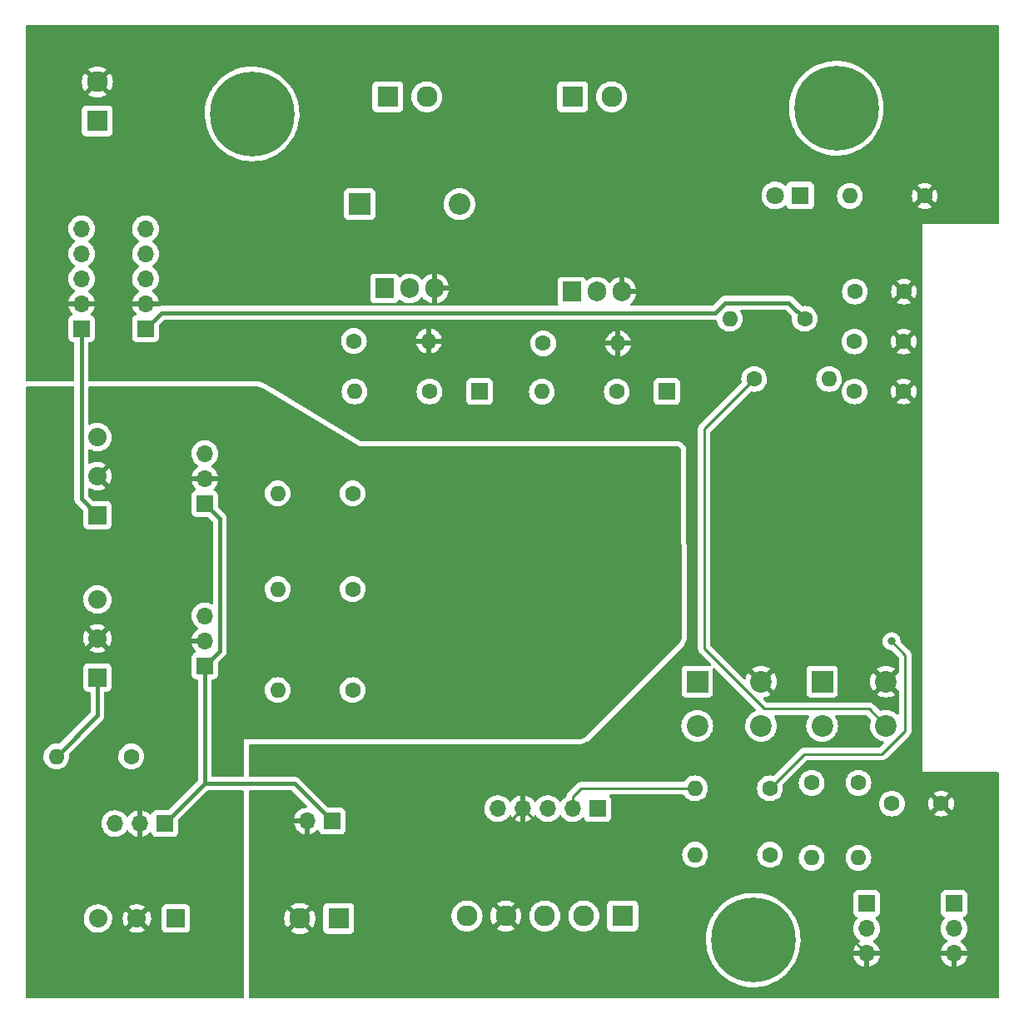
<source format=gbr>
%TF.GenerationSoftware,KiCad,Pcbnew,(6.0.1-0)*%
%TF.CreationDate,2022-03-10T10:55:52-08:00*%
%TF.ProjectId,MicroGreens PCB,4d696372-6f47-4726-9565-6e7320504342,rev?*%
%TF.SameCoordinates,Original*%
%TF.FileFunction,Copper,L2,Bot*%
%TF.FilePolarity,Positive*%
%FSLAX46Y46*%
G04 Gerber Fmt 4.6, Leading zero omitted, Abs format (unit mm)*
G04 Created by KiCad (PCBNEW (6.0.1-0)) date 2022-03-10 10:55:52*
%MOMM*%
%LPD*%
G01*
G04 APERTURE LIST*
%TA.AperFunction,ComponentPad*%
%ADD10R,1.700000X1.700000*%
%TD*%
%TA.AperFunction,ComponentPad*%
%ADD11O,1.700000X1.700000*%
%TD*%
%TA.AperFunction,ComponentPad*%
%ADD12R,1.905000X2.000000*%
%TD*%
%TA.AperFunction,ComponentPad*%
%ADD13O,1.905000X2.000000*%
%TD*%
%TA.AperFunction,ComponentPad*%
%ADD14R,2.200000X2.200000*%
%TD*%
%TA.AperFunction,ComponentPad*%
%ADD15C,2.200000*%
%TD*%
%TA.AperFunction,ComponentPad*%
%ADD16C,1.600000*%
%TD*%
%TA.AperFunction,ComponentPad*%
%ADD17O,1.600000X1.600000*%
%TD*%
%TA.AperFunction,ComponentPad*%
%ADD18R,1.874000X1.874000*%
%TD*%
%TA.AperFunction,ComponentPad*%
%ADD19C,1.874000*%
%TD*%
%TA.AperFunction,ComponentPad*%
%ADD20R,2.128000X2.128000*%
%TD*%
%TA.AperFunction,ComponentPad*%
%ADD21C,2.128000*%
%TD*%
%TA.AperFunction,ComponentPad*%
%ADD22C,8.600000*%
%TD*%
%TA.AperFunction,ComponentPad*%
%ADD23R,1.800000X1.800000*%
%TD*%
%TA.AperFunction,ComponentPad*%
%ADD24C,1.800000*%
%TD*%
%TA.AperFunction,ComponentPad*%
%ADD25O,2.200000X2.200000*%
%TD*%
%TA.AperFunction,ViaPad*%
%ADD26C,0.800000*%
%TD*%
%TA.AperFunction,Conductor*%
%ADD27C,0.250000*%
%TD*%
%TA.AperFunction,Conductor*%
%ADD28C,0.381000*%
%TD*%
G04 APERTURE END LIST*
D10*
%TO.P,J13,1,Pin_1*%
%TO.N,+3V3*%
X172979000Y-116078000D03*
D11*
%TO.P,J13,2,Pin_2*%
%TO.N,GND*%
X170439000Y-116078000D03*
%TD*%
D12*
%TO.P,Q2,1,G*%
%TO.N,Net-(Q2-Pad1)*%
X197358000Y-62240000D03*
D13*
%TO.P,Q2,2,D*%
%TO.N,Net-(J15-Pad2)*%
X199898000Y-62240000D03*
%TO.P,Q2,3,S*%
%TO.N,GND*%
X202438000Y-62240000D03*
%TD*%
D10*
%TO.P,J18,1,Pin_1*%
%TO.N,GPIO 27*%
X187960000Y-72390000D03*
%TD*%
D14*
%TO.P,S1,1*%
%TO.N,unconnected-(S1-Pad1)*%
X222810000Y-101890000D03*
D15*
%TO.P,S1,2*%
%TO.N,GND*%
X229310000Y-101890000D03*
%TO.P,S1,3*%
%TO.N,unconnected-(S1-Pad3)*%
X222810000Y-106390000D03*
%TO.P,S1,4*%
%TO.N,Net-(C4-Pad2)*%
X229310000Y-106390000D03*
%TD*%
D16*
%TO.P,R2,1*%
%TO.N,Net-(C4-Pad2)*%
X215900000Y-71120000D03*
D17*
%TO.P,R2,2*%
%TO.N,EN*%
X223520000Y-71120000D03*
%TD*%
D16*
%TO.P,R7,1*%
%TO.N,ADC2_CH2*%
X152560000Y-109500000D03*
D17*
%TO.P,R7,2*%
%TO.N,+3V3*%
X144940000Y-109500000D03*
%TD*%
D16*
%TO.P,R5,1*%
%TO.N,Net-(Q1-Pad1)*%
X175190000Y-67250000D03*
D17*
%TO.P,R5,2*%
%TO.N,GND*%
X182810000Y-67250000D03*
%TD*%
D16*
%TO.P,R12,1*%
%TO.N,Net-(U1-Pad23)*%
X175060000Y-92500000D03*
D17*
%TO.P,R12,2*%
%TO.N,ADC2_CH3*%
X167440000Y-92500000D03*
%TD*%
D10*
%TO.P,J9,1,Pin_1*%
%TO.N,TX*%
X227330000Y-124475000D03*
D11*
%TO.P,J9,2,Pin_2*%
%TO.N,RX*%
X227330000Y-127015000D03*
%TO.P,J9,3,Pin_3*%
%TO.N,GND*%
X227330000Y-129555000D03*
%TD*%
D10*
%TO.P,J10,1,Pin_1*%
%TO.N,+3V3*%
X160020000Y-83805000D03*
D11*
%TO.P,J10,2,Pin_2*%
%TO.N,GNDA*%
X160020000Y-81265000D03*
%TO.P,J10,3,Pin_3*%
%TO.N,ADC2_CH4*%
X160020000Y-78725000D03*
%TD*%
D16*
%TO.P,R8,1*%
%TO.N,Net-(U1-Pad35)*%
X226500000Y-112190000D03*
D17*
%TO.P,R8,2*%
%TO.N,TX*%
X226500000Y-119810000D03*
%TD*%
D18*
%TO.P,J6,1,Pin_1*%
%TO.N,+3V3*%
X157088500Y-125982000D03*
D19*
%TO.P,J6,2,Pin_2*%
%TO.N,GNDA*%
X153128500Y-125982000D03*
%TO.P,J6,3,Pin_3*%
%TO.N,ADC2_CH2*%
X149168500Y-125982000D03*
%TD*%
D20*
%TO.P,J7,1,Pin_1*%
%TO.N,+3V3*%
X202530000Y-125730000D03*
D21*
%TO.P,J7,2,Pin_2*%
%TO.N,SCL*%
X198570000Y-125730000D03*
%TO.P,J7,3,Pin_3*%
%TO.N,SDA*%
X194610000Y-125730000D03*
%TO.P,J7,4,Pin_4*%
%TO.N,GND*%
X190650000Y-125730000D03*
%TO.P,J7,5,Pin_5*%
%TO.N,+3V3*%
X186690000Y-125730000D03*
%TD*%
D18*
%TO.P,J3,1,Pin_1*%
%TO.N,+3V3*%
X149100000Y-84952500D03*
D19*
%TO.P,J3,2,Pin_2*%
%TO.N,GNDA*%
X149100000Y-80992500D03*
%TO.P,J3,3,Pin_3*%
%TO.N,ADC2_CH4*%
X149100000Y-77032500D03*
%TD*%
D10*
%TO.P,J2,1,Pin_1*%
%TO.N,TX*%
X236220000Y-124475000D03*
D11*
%TO.P,J2,2,Pin_2*%
%TO.N,RX*%
X236220000Y-127015000D03*
%TO.P,J2,3,Pin_3*%
%TO.N,GND*%
X236220000Y-129555000D03*
%TD*%
D22*
%TO.P,,1*%
%TO.N,N/C*%
X224250000Y-43580000D03*
%TD*%
D20*
%TO.P,J5,1,Pin_1*%
%TO.N,+3V3*%
X173650500Y-125984000D03*
D21*
%TO.P,J5,2,Pin_2*%
%TO.N,GND*%
X169690500Y-125984000D03*
%TD*%
D16*
%TO.P,C1,1*%
%TO.N,GND*%
X231100000Y-72390000D03*
%TO.P,C1,2*%
%TO.N,+3V3*%
X226100000Y-72390000D03*
%TD*%
%TO.P,R3,1*%
%TO.N,GPIO 27*%
X182880000Y-72390000D03*
D17*
%TO.P,R3,2*%
%TO.N,Net-(Q1-Pad1)*%
X175260000Y-72390000D03*
%TD*%
D10*
%TO.P,J16,1,Pin_1*%
%TO.N,+3V3*%
X199977500Y-114808000D03*
D11*
%TO.P,J16,2,Pin_2*%
%TO.N,SCL*%
X197437500Y-114808000D03*
%TO.P,J16,3,Pin_3*%
%TO.N,SDA*%
X194897500Y-114808000D03*
%TO.P,J16,4,Pin_4*%
%TO.N,GND*%
X192357500Y-114808000D03*
%TO.P,J16,5,Pin_5*%
%TO.N,+3V3*%
X189817500Y-114808000D03*
%TD*%
D20*
%TO.P,J12,1,Pin_1*%
%TO.N,+12V*%
X178647500Y-42418000D03*
D21*
%TO.P,J12,2,Pin_2*%
%TO.N,Net-(D1-Pad2)*%
X182607500Y-42418000D03*
%TD*%
D10*
%TO.P,J14,1,Pin_1*%
%TO.N,+3V3*%
X155956000Y-116332000D03*
D11*
%TO.P,J14,2,Pin_2*%
%TO.N,GNDA*%
X153416000Y-116332000D03*
%TO.P,J14,3,Pin_3*%
%TO.N,ADC2_CH2*%
X150876000Y-116332000D03*
%TD*%
D23*
%TO.P,D2,1,K*%
%TO.N,Net-(D2-Pad1)*%
X220599000Y-52451000D03*
D24*
%TO.P,D2,2,A*%
%TO.N,EN*%
X218059000Y-52451000D03*
%TD*%
D16*
%TO.P,R4,1*%
%TO.N,GPIO 26*%
X201930000Y-72400000D03*
D17*
%TO.P,R4,2*%
%TO.N,Net-(Q2-Pad1)*%
X194310000Y-72400000D03*
%TD*%
D16*
%TO.P,C4,1*%
%TO.N,GND*%
X234910000Y-114300000D03*
%TO.P,C4,2*%
%TO.N,Net-(C4-Pad2)*%
X229910000Y-114300000D03*
%TD*%
%TO.P,C3,1*%
%TO.N,GND*%
X231140000Y-62230000D03*
%TO.P,C3,2*%
%TO.N,EN*%
X226140000Y-62230000D03*
%TD*%
D14*
%TO.P,D1,1,K*%
%TO.N,+12V*%
X175768000Y-53340000D03*
D25*
%TO.P,D1,2,A*%
%TO.N,Net-(D1-Pad2)*%
X185928000Y-53340000D03*
%TD*%
D16*
%TO.P,R11,1*%
%TO.N,Net-(U1-Pad16)*%
X175060000Y-82750000D03*
D17*
%TO.P,R11,2*%
%TO.N,ADC2_CH4*%
X167440000Y-82750000D03*
%TD*%
D16*
%TO.P,R14,1*%
%TO.N,Net-(U1-Pad36)*%
X217500000Y-112750000D03*
D17*
%TO.P,R14,2*%
%TO.N,SCL*%
X209880000Y-112750000D03*
%TD*%
D16*
%TO.P,R9,1*%
%TO.N,Net-(U1-Pad24)*%
X175060000Y-102750000D03*
D17*
%TO.P,R9,2*%
%TO.N,ADC2_CH2*%
X167440000Y-102750000D03*
%TD*%
D16*
%TO.P,C2,1*%
%TO.N,GND*%
X231100000Y-67310000D03*
%TO.P,C2,2*%
%TO.N,+3V3*%
X226100000Y-67310000D03*
%TD*%
D10*
%TO.P,J11,1,Pin_1*%
%TO.N,+3V3*%
X160020000Y-100300000D03*
D11*
%TO.P,J11,2,Pin_2*%
%TO.N,GNDA*%
X160020000Y-97760000D03*
%TO.P,J11,3,Pin_3*%
%TO.N,ADC2_CH3*%
X160020000Y-95220000D03*
%TD*%
D20*
%TO.P,J1,1,Pin_1*%
%TO.N,+12V*%
X149098000Y-44872500D03*
D21*
%TO.P,J1,2,Pin_2*%
%TO.N,GND*%
X149098000Y-40912500D03*
%TD*%
D14*
%TO.P,S2,1*%
%TO.N,unconnected-(S2-Pad1)*%
X210110000Y-101890000D03*
D15*
%TO.P,S2,2*%
%TO.N,GND*%
X216610000Y-101890000D03*
%TO.P,S2,3*%
%TO.N,unconnected-(S2-Pad3)*%
X210110000Y-106390000D03*
%TO.P,S2,4*%
%TO.N,boot*%
X216610000Y-106390000D03*
%TD*%
D10*
%TO.P,J8,1,Pin_1*%
%TO.N,+3V3*%
X147500000Y-66000000D03*
D11*
%TO.P,J8,2,Pin_2*%
%TO.N,GND*%
X147500000Y-63460000D03*
%TO.P,J8,3,Pin_3*%
%TO.N,+12V*%
X147500000Y-60920000D03*
%TO.P,J8,4,Pin_4*%
%TO.N,unconnected-(J8-Pad4)*%
X147500000Y-58380000D03*
%TO.P,J8,5,Pin_5*%
%TO.N,unconnected-(J8-Pad5)*%
X147500000Y-55840000D03*
%TD*%
D16*
%TO.P,R6,1*%
%TO.N,Net-(Q2-Pad1)*%
X194440000Y-67500000D03*
D17*
%TO.P,R6,2*%
%TO.N,GND*%
X202060000Y-67500000D03*
%TD*%
D20*
%TO.P,J15,1,Pin_1*%
%TO.N,+12V*%
X197443500Y-42418000D03*
D21*
%TO.P,J15,2,Pin_2*%
%TO.N,Net-(J15-Pad2)*%
X201403500Y-42418000D03*
%TD*%
D16*
%TO.P,R15,1*%
%TO.N,GND*%
X233250000Y-52500000D03*
D17*
%TO.P,R15,2*%
%TO.N,Net-(D2-Pad1)*%
X225630000Y-52500000D03*
%TD*%
D22*
%TO.P,REF\u002A\u002A,1*%
%TO.N,N/C*%
X164840000Y-44160000D03*
%TD*%
D16*
%TO.P,R10,1*%
%TO.N,Net-(U1-Pad34)*%
X221750000Y-112190000D03*
D17*
%TO.P,R10,2*%
%TO.N,RX*%
X221750000Y-119810000D03*
%TD*%
D18*
%TO.P,J4,1,Pin_1*%
%TO.N,+3V3*%
X149100000Y-101462500D03*
D19*
%TO.P,J4,2,Pin_2*%
%TO.N,GNDA*%
X149100000Y-97502500D03*
%TO.P,J4,3,Pin_3*%
%TO.N,ADC2_CH3*%
X149100000Y-93542500D03*
%TD*%
D22*
%TO.P,,1*%
%TO.N,N/C*%
X164840000Y-44160000D03*
%TD*%
%TO.P,S1,1*%
%TO.N,N/C*%
X224250000Y-43580000D03*
%TD*%
D16*
%TO.P,R1,1*%
%TO.N,+3V3*%
X221040000Y-65000000D03*
D17*
%TO.P,R1,2*%
%TO.N,EN*%
X213420000Y-65000000D03*
%TD*%
D16*
%TO.P,R13,1*%
%TO.N,Net-(U1-Pad33)*%
X217500000Y-119500000D03*
D17*
%TO.P,R13,2*%
%TO.N,SDA*%
X209880000Y-119500000D03*
%TD*%
D10*
%TO.P,J19,1,Pin_1*%
%TO.N,GPIO 26*%
X207010000Y-72400000D03*
%TD*%
D12*
%TO.P,Q1,1,G*%
%TO.N,Net-(Q1-Pad1)*%
X178308000Y-61905000D03*
D13*
%TO.P,Q1,2,D*%
%TO.N,Net-(D1-Pad2)*%
X180848000Y-61905000D03*
%TO.P,Q1,3,S*%
%TO.N,GND*%
X183388000Y-61905007D03*
%TD*%
D22*
%TO.P,S1,1*%
%TO.N,N/C*%
X215800000Y-128160000D03*
%TD*%
D10*
%TO.P,J17,1,Pin_1*%
%TO.N,+3V3*%
X154000000Y-66000000D03*
D11*
%TO.P,J17,2,Pin_2*%
%TO.N,GND*%
X154000000Y-63460000D03*
%TO.P,J17,3,Pin_3*%
%TO.N,+12V*%
X154000000Y-60920000D03*
%TO.P,J17,4,Pin_4*%
%TO.N,unconnected-(J17-Pad4)*%
X154000000Y-58380000D03*
%TO.P,J17,5,Pin_5*%
%TO.N,unconnected-(J17-Pad5)*%
X154000000Y-55840000D03*
%TD*%
D26*
%TO.N,Net-(U1-Pad36)*%
X229870000Y-97790000D03*
%TD*%
D27*
%TO.N,GND*%
X170711430Y-117552511D02*
X189612989Y-117552511D01*
X170439000Y-116078000D02*
X170439000Y-117280081D01*
X200784989Y-123235489D02*
X192357500Y-114808000D01*
X170439000Y-117280081D02*
X170711430Y-117552511D01*
X216610000Y-101890000D02*
X218334511Y-103614511D01*
X227330000Y-129555000D02*
X221010489Y-123235489D01*
X221010489Y-123235489D02*
X200784989Y-123235489D01*
X189612989Y-117552511D02*
X192357500Y-114808000D01*
X227585489Y-103614511D02*
X229310000Y-101890000D01*
X218334511Y-103614511D02*
X227585489Y-103614511D01*
D28*
%TO.N,+3V3*%
X155617184Y-64382816D02*
X211929989Y-64382816D01*
X161560011Y-98759989D02*
X160020000Y-100300000D01*
X169169000Y-112268000D02*
X160020000Y-112268000D01*
X147472989Y-66027011D02*
X147472989Y-83325489D01*
X211929989Y-64382816D02*
X212952805Y-63360000D01*
X172979000Y-116078000D02*
X169169000Y-112268000D01*
X160020000Y-83805000D02*
X161560011Y-85345011D01*
X147472989Y-83325489D02*
X149100000Y-84952500D01*
X149100000Y-101462500D02*
X149100000Y-105340000D01*
X154000000Y-66000000D02*
X155617184Y-64382816D01*
X147500000Y-66000000D02*
X147472989Y-66027011D01*
X219400000Y-63360000D02*
X221040000Y-65000000D01*
X160020000Y-100300000D02*
X160020000Y-112268000D01*
X161560011Y-85345011D02*
X161560011Y-98759989D01*
X149100000Y-105340000D02*
X144940000Y-109500000D01*
X160020000Y-112268000D02*
X155956000Y-116332000D01*
X212952805Y-63360000D02*
X219400000Y-63360000D01*
D27*
%TO.N,Net-(C4-Pad2)*%
X216946661Y-104665489D02*
X210820000Y-98538828D01*
X210820000Y-76200000D02*
X215900000Y-71120000D01*
X229310000Y-106390000D02*
X227585489Y-104665489D01*
X227585489Y-104665489D02*
X216946661Y-104665489D01*
X210820000Y-98538828D02*
X210820000Y-76200000D01*
%TO.N,SCL*%
X198293419Y-112750000D02*
X209880000Y-112750000D01*
X197437500Y-113605919D02*
X198293419Y-112750000D01*
X197437500Y-114808000D02*
X197437500Y-113605919D01*
%TO.N,Net-(U1-Pad36)*%
X217500000Y-112750000D02*
X221000000Y-109250000D01*
X231250000Y-106888828D02*
X231250000Y-99170000D01*
X221000000Y-109250000D02*
X228888828Y-109250000D01*
X228888828Y-109250000D02*
X231250000Y-106888828D01*
X231250000Y-99170000D02*
X229870000Y-97790000D01*
%TD*%
%TA.AperFunction,Conductor*%
%TO.N,GND*%
G36*
X240734121Y-35148002D02*
G01*
X240780614Y-35201658D01*
X240792000Y-35254000D01*
X240792000Y-55233000D01*
X240771998Y-55301121D01*
X240718342Y-55347614D01*
X240666000Y-55359000D01*
X233045000Y-55359000D01*
X233045000Y-111091000D01*
X240666000Y-111091000D01*
X240734121Y-111111002D01*
X240780614Y-111164658D01*
X240792000Y-111217000D01*
X240792000Y-133986000D01*
X240771998Y-134054121D01*
X240718342Y-134100614D01*
X240666000Y-134112000D01*
X164634000Y-134112000D01*
X164565879Y-134091998D01*
X164519386Y-134038342D01*
X164508000Y-133986000D01*
X164508000Y-128034001D01*
X210988302Y-128034001D01*
X210996151Y-128462233D01*
X211042036Y-128888071D01*
X211125594Y-129308144D01*
X211246163Y-129719127D01*
X211247190Y-129721740D01*
X211247190Y-129721741D01*
X211385651Y-130074145D01*
X211402789Y-130117765D01*
X211404044Y-130120276D01*
X211572161Y-130456731D01*
X211594231Y-130500901D01*
X211818974Y-130865502D01*
X212075239Y-131208682D01*
X212077100Y-131210760D01*
X212077101Y-131210761D01*
X212359127Y-131525637D01*
X212359133Y-131525643D01*
X212360995Y-131527722D01*
X212673981Y-131820098D01*
X213011719Y-132083493D01*
X213371533Y-132315822D01*
X213374012Y-132317126D01*
X213374015Y-132317128D01*
X213748077Y-132513932D01*
X213748083Y-132513935D01*
X213750577Y-132515247D01*
X213753175Y-132516331D01*
X213753179Y-132516333D01*
X214143263Y-132679109D01*
X214143268Y-132679111D01*
X214145847Y-132680187D01*
X214148512Y-132681030D01*
X214148518Y-132681032D01*
X214370561Y-132751254D01*
X214554214Y-132809336D01*
X214972446Y-132901673D01*
X214975220Y-132902031D01*
X214975221Y-132902031D01*
X215394460Y-132956109D01*
X215394467Y-132956110D01*
X215397230Y-132956466D01*
X215400017Y-132956576D01*
X215400023Y-132956576D01*
X215648238Y-132966328D01*
X215825203Y-132973281D01*
X215827995Y-132973142D01*
X215828000Y-132973142D01*
X216250172Y-132952125D01*
X216250181Y-132952124D01*
X216252976Y-132951985D01*
X216255753Y-132951597D01*
X216255755Y-132951597D01*
X216330066Y-132941219D01*
X216677163Y-132892747D01*
X217094404Y-132796036D01*
X217308307Y-132725915D01*
X217498744Y-132663487D01*
X217498750Y-132663485D01*
X217501397Y-132662617D01*
X217894918Y-132493547D01*
X218271852Y-132290164D01*
X218629214Y-132054080D01*
X218964175Y-131787162D01*
X219274082Y-131491525D01*
X219275919Y-131489431D01*
X219275927Y-131489422D01*
X219554635Y-131171616D01*
X219556482Y-131169510D01*
X219809139Y-130823666D01*
X219831979Y-130785729D01*
X220028601Y-130459142D01*
X220028606Y-130459133D01*
X220030052Y-130456731D01*
X220217471Y-130071611D01*
X220312171Y-129822966D01*
X225998257Y-129822966D01*
X226028565Y-129957446D01*
X226031645Y-129967275D01*
X226111770Y-130164603D01*
X226116413Y-130173794D01*
X226227694Y-130355388D01*
X226233777Y-130363699D01*
X226373213Y-130524667D01*
X226380580Y-130531883D01*
X226544434Y-130667916D01*
X226552881Y-130673831D01*
X226736756Y-130781279D01*
X226746042Y-130785729D01*
X226945001Y-130861703D01*
X226954899Y-130864579D01*
X227058250Y-130885606D01*
X227072299Y-130884410D01*
X227076000Y-130874065D01*
X227076000Y-130873517D01*
X227584000Y-130873517D01*
X227588064Y-130887359D01*
X227601478Y-130889393D01*
X227608184Y-130888534D01*
X227618262Y-130886392D01*
X227822255Y-130825191D01*
X227831842Y-130821433D01*
X228023095Y-130727739D01*
X228031945Y-130722464D01*
X228205328Y-130598792D01*
X228213200Y-130592139D01*
X228364052Y-130441812D01*
X228370730Y-130433965D01*
X228495003Y-130261020D01*
X228500313Y-130252183D01*
X228594670Y-130061267D01*
X228598469Y-130051672D01*
X228660377Y-129847910D01*
X228662555Y-129837837D01*
X228663986Y-129826962D01*
X228663363Y-129822966D01*
X234888257Y-129822966D01*
X234918565Y-129957446D01*
X234921645Y-129967275D01*
X235001770Y-130164603D01*
X235006413Y-130173794D01*
X235117694Y-130355388D01*
X235123777Y-130363699D01*
X235263213Y-130524667D01*
X235270580Y-130531883D01*
X235434434Y-130667916D01*
X235442881Y-130673831D01*
X235626756Y-130781279D01*
X235636042Y-130785729D01*
X235835001Y-130861703D01*
X235844899Y-130864579D01*
X235948250Y-130885606D01*
X235962299Y-130884410D01*
X235966000Y-130874065D01*
X235966000Y-130873517D01*
X236474000Y-130873517D01*
X236478064Y-130887359D01*
X236491478Y-130889393D01*
X236498184Y-130888534D01*
X236508262Y-130886392D01*
X236712255Y-130825191D01*
X236721842Y-130821433D01*
X236913095Y-130727739D01*
X236921945Y-130722464D01*
X237095328Y-130598792D01*
X237103200Y-130592139D01*
X237254052Y-130441812D01*
X237260730Y-130433965D01*
X237385003Y-130261020D01*
X237390313Y-130252183D01*
X237484670Y-130061267D01*
X237488469Y-130051672D01*
X237550377Y-129847910D01*
X237552555Y-129837837D01*
X237553986Y-129826962D01*
X237551775Y-129812778D01*
X237538617Y-129809000D01*
X236492115Y-129809000D01*
X236476876Y-129813475D01*
X236475671Y-129814865D01*
X236474000Y-129822548D01*
X236474000Y-130873517D01*
X235966000Y-130873517D01*
X235966000Y-129827115D01*
X235961525Y-129811876D01*
X235960135Y-129810671D01*
X235952452Y-129809000D01*
X234903225Y-129809000D01*
X234889694Y-129812973D01*
X234888257Y-129822966D01*
X228663363Y-129822966D01*
X228661775Y-129812778D01*
X228648617Y-129809000D01*
X227602115Y-129809000D01*
X227586876Y-129813475D01*
X227585671Y-129814865D01*
X227584000Y-129822548D01*
X227584000Y-130873517D01*
X227076000Y-130873517D01*
X227076000Y-129827115D01*
X227071525Y-129811876D01*
X227070135Y-129810671D01*
X227062452Y-129809000D01*
X226013225Y-129809000D01*
X225999694Y-129812973D01*
X225998257Y-129822966D01*
X220312171Y-129822966D01*
X220350724Y-129721741D01*
X220368918Y-129673971D01*
X220368920Y-129673964D01*
X220369914Y-129671355D01*
X220486173Y-129259132D01*
X220518078Y-129089470D01*
X220564811Y-128840954D01*
X220564813Y-128840942D01*
X220565327Y-128838207D01*
X220606750Y-128411911D01*
X220609051Y-128324030D01*
X220613289Y-128162234D01*
X220613289Y-128162220D01*
X220613347Y-128160000D01*
X220594291Y-127732121D01*
X220592835Y-127721277D01*
X220570653Y-127556131D01*
X220537275Y-127307630D01*
X220536115Y-127302500D01*
X220463524Y-126981695D01*
X225967251Y-126981695D01*
X225967548Y-126986848D01*
X225967548Y-126986851D01*
X225976116Y-127135440D01*
X225980110Y-127204715D01*
X225981247Y-127209761D01*
X225981248Y-127209767D01*
X225998606Y-127286787D01*
X226029222Y-127422639D01*
X226067461Y-127516811D01*
X226105127Y-127609571D01*
X226113266Y-127629616D01*
X226229987Y-127820088D01*
X226376250Y-127988938D01*
X226548126Y-128131632D01*
X226596672Y-128160000D01*
X226621955Y-128174774D01*
X226670679Y-128226412D01*
X226683750Y-128296195D01*
X226657019Y-128361967D01*
X226616562Y-128395327D01*
X226608457Y-128399546D01*
X226599738Y-128405036D01*
X226429433Y-128532905D01*
X226421726Y-128539748D01*
X226274590Y-128693717D01*
X226268104Y-128701727D01*
X226148098Y-128877649D01*
X226143000Y-128886623D01*
X226053338Y-129079783D01*
X226049775Y-129089470D01*
X225994389Y-129289183D01*
X225995912Y-129297607D01*
X226008292Y-129301000D01*
X228648344Y-129301000D01*
X228661875Y-129297027D01*
X228663180Y-129287947D01*
X228621214Y-129120875D01*
X228617894Y-129111124D01*
X228532972Y-128915814D01*
X228528105Y-128906739D01*
X228412426Y-128727926D01*
X228406136Y-128719757D01*
X228262806Y-128562240D01*
X228255273Y-128555215D01*
X228088139Y-128423222D01*
X228079556Y-128417520D01*
X228042602Y-128397120D01*
X227992631Y-128346687D01*
X227977859Y-128277245D01*
X228002975Y-128210839D01*
X228030327Y-128184232D01*
X228067437Y-128157762D01*
X228209860Y-128056173D01*
X228234930Y-128031191D01*
X228364435Y-127902137D01*
X228368096Y-127898489D01*
X228427594Y-127815689D01*
X228495435Y-127721277D01*
X228498453Y-127717077D01*
X228551586Y-127609571D01*
X228595136Y-127521453D01*
X228595137Y-127521451D01*
X228597430Y-127516811D01*
X228662370Y-127303069D01*
X228691529Y-127081590D01*
X228691611Y-127078240D01*
X228693074Y-127018365D01*
X228693074Y-127018361D01*
X228693156Y-127015000D01*
X228690418Y-126981695D01*
X234857251Y-126981695D01*
X234857548Y-126986848D01*
X234857548Y-126986851D01*
X234866116Y-127135440D01*
X234870110Y-127204715D01*
X234871247Y-127209761D01*
X234871248Y-127209767D01*
X234888606Y-127286787D01*
X234919222Y-127422639D01*
X234957461Y-127516811D01*
X234995127Y-127609571D01*
X235003266Y-127629616D01*
X235119987Y-127820088D01*
X235266250Y-127988938D01*
X235438126Y-128131632D01*
X235486672Y-128160000D01*
X235511955Y-128174774D01*
X235560679Y-128226412D01*
X235573750Y-128296195D01*
X235547019Y-128361967D01*
X235506562Y-128395327D01*
X235498457Y-128399546D01*
X235489738Y-128405036D01*
X235319433Y-128532905D01*
X235311726Y-128539748D01*
X235164590Y-128693717D01*
X235158104Y-128701727D01*
X235038098Y-128877649D01*
X235033000Y-128886623D01*
X234943338Y-129079783D01*
X234939775Y-129089470D01*
X234884389Y-129289183D01*
X234885912Y-129297607D01*
X234898292Y-129301000D01*
X237538344Y-129301000D01*
X237551875Y-129297027D01*
X237553180Y-129287947D01*
X237511214Y-129120875D01*
X237507894Y-129111124D01*
X237422972Y-128915814D01*
X237418105Y-128906739D01*
X237302426Y-128727926D01*
X237296136Y-128719757D01*
X237152806Y-128562240D01*
X237145273Y-128555215D01*
X236978139Y-128423222D01*
X236969556Y-128417520D01*
X236932602Y-128397120D01*
X236882631Y-128346687D01*
X236867859Y-128277245D01*
X236892975Y-128210839D01*
X236920327Y-128184232D01*
X236957437Y-128157762D01*
X237099860Y-128056173D01*
X237124930Y-128031191D01*
X237254435Y-127902137D01*
X237258096Y-127898489D01*
X237317594Y-127815689D01*
X237385435Y-127721277D01*
X237388453Y-127717077D01*
X237441586Y-127609571D01*
X237485136Y-127521453D01*
X237485137Y-127521451D01*
X237487430Y-127516811D01*
X237552370Y-127303069D01*
X237581529Y-127081590D01*
X237581611Y-127078240D01*
X237583074Y-127018365D01*
X237583074Y-127018361D01*
X237583156Y-127015000D01*
X237564852Y-126792361D01*
X237510431Y-126575702D01*
X237421354Y-126370840D01*
X237327485Y-126225741D01*
X237302822Y-126187617D01*
X237302820Y-126187614D01*
X237300014Y-126183277D01*
X237296532Y-126179450D01*
X237152798Y-126021488D01*
X237121746Y-125957642D01*
X237130141Y-125887143D01*
X237175317Y-125832375D01*
X237201761Y-125818706D01*
X237308297Y-125778767D01*
X237316705Y-125775615D01*
X237433261Y-125688261D01*
X237520615Y-125571705D01*
X237571745Y-125435316D01*
X237578500Y-125373134D01*
X237578500Y-123576866D01*
X237571745Y-123514684D01*
X237520615Y-123378295D01*
X237433261Y-123261739D01*
X237316705Y-123174385D01*
X237180316Y-123123255D01*
X237118134Y-123116500D01*
X235321866Y-123116500D01*
X235259684Y-123123255D01*
X235123295Y-123174385D01*
X235006739Y-123261739D01*
X234919385Y-123378295D01*
X234868255Y-123514684D01*
X234861500Y-123576866D01*
X234861500Y-125373134D01*
X234868255Y-125435316D01*
X234919385Y-125571705D01*
X235006739Y-125688261D01*
X235123295Y-125775615D01*
X235131704Y-125778767D01*
X235131705Y-125778768D01*
X235240451Y-125819535D01*
X235297216Y-125862176D01*
X235321916Y-125928738D01*
X235306709Y-125998087D01*
X235287316Y-126024568D01*
X235160629Y-126157138D01*
X235034743Y-126341680D01*
X234940688Y-126544305D01*
X234880989Y-126759570D01*
X234857251Y-126981695D01*
X228690418Y-126981695D01*
X228674852Y-126792361D01*
X228620431Y-126575702D01*
X228531354Y-126370840D01*
X228437485Y-126225741D01*
X228412822Y-126187617D01*
X228412820Y-126187614D01*
X228410014Y-126183277D01*
X228406532Y-126179450D01*
X228262798Y-126021488D01*
X228231746Y-125957642D01*
X228240141Y-125887143D01*
X228285317Y-125832375D01*
X228311761Y-125818706D01*
X228418297Y-125778767D01*
X228426705Y-125775615D01*
X228543261Y-125688261D01*
X228630615Y-125571705D01*
X228681745Y-125435316D01*
X228688500Y-125373134D01*
X228688500Y-123576866D01*
X228681745Y-123514684D01*
X228630615Y-123378295D01*
X228543261Y-123261739D01*
X228426705Y-123174385D01*
X228290316Y-123123255D01*
X228228134Y-123116500D01*
X226431866Y-123116500D01*
X226369684Y-123123255D01*
X226233295Y-123174385D01*
X226116739Y-123261739D01*
X226029385Y-123378295D01*
X225978255Y-123514684D01*
X225971500Y-123576866D01*
X225971500Y-125373134D01*
X225978255Y-125435316D01*
X226029385Y-125571705D01*
X226116739Y-125688261D01*
X226233295Y-125775615D01*
X226241704Y-125778767D01*
X226241705Y-125778768D01*
X226350451Y-125819535D01*
X226407216Y-125862176D01*
X226431916Y-125928738D01*
X226416709Y-125998087D01*
X226397316Y-126024568D01*
X226270629Y-126157138D01*
X226144743Y-126341680D01*
X226050688Y-126544305D01*
X225990989Y-126759570D01*
X225967251Y-126981695D01*
X220463524Y-126981695D01*
X220443368Y-126892618D01*
X220443368Y-126892617D01*
X220442750Y-126889887D01*
X220362493Y-126640664D01*
X220312318Y-126484856D01*
X220312316Y-126484849D01*
X220311463Y-126482202D01*
X220144456Y-126087801D01*
X219943050Y-125709807D01*
X219924288Y-125681081D01*
X219710381Y-125353573D01*
X219710378Y-125353569D01*
X219708840Y-125351214D01*
X219489779Y-125073336D01*
X219445409Y-125017053D01*
X219445407Y-125017051D01*
X219443680Y-125014860D01*
X219218823Y-124776664D01*
X219151596Y-124705449D01*
X219151593Y-124705446D01*
X219149670Y-124703409D01*
X219147579Y-124701556D01*
X219147571Y-124701548D01*
X218831237Y-124421188D01*
X218831235Y-124421186D01*
X218829137Y-124419327D01*
X218484621Y-124164863D01*
X218291733Y-124047355D01*
X218121237Y-123943487D01*
X218121230Y-123943483D01*
X218118848Y-123942032D01*
X218001514Y-123884169D01*
X217737228Y-123753838D01*
X217734714Y-123752598D01*
X217335262Y-123598062D01*
X217072751Y-123522540D01*
X216926335Y-123480417D01*
X216926329Y-123480415D01*
X216923654Y-123479646D01*
X216920917Y-123479117D01*
X216920911Y-123479115D01*
X216775828Y-123451046D01*
X216503148Y-123398289D01*
X216500374Y-123398005D01*
X216500362Y-123398003D01*
X216217111Y-123368982D01*
X216077076Y-123354634D01*
X216074286Y-123354597D01*
X216074278Y-123354597D01*
X215806825Y-123351096D01*
X215648809Y-123349028D01*
X215646009Y-123349241D01*
X215646008Y-123349241D01*
X215264058Y-123378295D01*
X215221740Y-123381514D01*
X214799249Y-123451836D01*
X214713671Y-123474048D01*
X214387400Y-123558731D01*
X214387389Y-123558734D01*
X214384682Y-123559437D01*
X214126575Y-123651599D01*
X213983964Y-123702520D01*
X213983959Y-123702522D01*
X213981321Y-123703464D01*
X213978781Y-123704635D01*
X213978776Y-123704637D01*
X213876930Y-123751589D01*
X213592361Y-123882777D01*
X213220880Y-124095957D01*
X213218577Y-124097566D01*
X213218570Y-124097571D01*
X212872129Y-124339701D01*
X212869820Y-124341315D01*
X212541961Y-124616909D01*
X212239899Y-124920557D01*
X211966025Y-125249855D01*
X211964431Y-125252162D01*
X211964429Y-125252164D01*
X211878474Y-125376531D01*
X211722508Y-125602194D01*
X211511276Y-125974786D01*
X211510117Y-125977335D01*
X211510115Y-125977339D01*
X211461019Y-126085321D01*
X211334002Y-126364680D01*
X211333080Y-126367306D01*
X211333075Y-126367318D01*
X211258134Y-126580720D01*
X211192089Y-126768790D01*
X211191398Y-126771510D01*
X211191397Y-126771514D01*
X211095253Y-127150081D01*
X211086661Y-127183914D01*
X211018552Y-127606768D01*
X210988302Y-128034001D01*
X164508000Y-128034001D01*
X164508000Y-127263211D01*
X168776119Y-127263211D01*
X168781846Y-127270861D01*
X168970400Y-127386407D01*
X168979194Y-127390888D01*
X169198650Y-127481790D01*
X169208035Y-127484839D01*
X169439012Y-127540292D01*
X169448759Y-127541835D01*
X169685570Y-127560473D01*
X169695430Y-127560473D01*
X169932241Y-127541835D01*
X169941988Y-127540292D01*
X170172965Y-127484839D01*
X170182350Y-127481790D01*
X170401806Y-127390888D01*
X170410600Y-127386407D01*
X170595488Y-127273108D01*
X170604948Y-127262652D01*
X170601164Y-127253874D01*
X170443424Y-127096134D01*
X172078000Y-127096134D01*
X172084755Y-127158316D01*
X172135885Y-127294705D01*
X172223239Y-127411261D01*
X172339795Y-127498615D01*
X172476184Y-127549745D01*
X172538366Y-127556500D01*
X174762634Y-127556500D01*
X174824816Y-127549745D01*
X174961205Y-127498615D01*
X175077761Y-127411261D01*
X175165115Y-127294705D01*
X175216245Y-127158316D01*
X175223000Y-127096134D01*
X175223000Y-125730000D01*
X185112638Y-125730000D01*
X185132058Y-125976754D01*
X185133212Y-125981561D01*
X185133213Y-125981567D01*
X185143537Y-126024568D01*
X185189840Y-126217432D01*
X185191733Y-126222003D01*
X185191734Y-126222005D01*
X185251925Y-126367318D01*
X185284560Y-126446107D01*
X185413887Y-126657150D01*
X185574637Y-126845363D01*
X185762850Y-127006113D01*
X185973893Y-127135440D01*
X185978463Y-127137333D01*
X185978467Y-127137335D01*
X186196846Y-127227790D01*
X186202568Y-127230160D01*
X186262777Y-127244615D01*
X186438433Y-127286787D01*
X186438439Y-127286788D01*
X186443246Y-127287942D01*
X186690000Y-127307362D01*
X186936754Y-127287942D01*
X186941561Y-127286788D01*
X186941567Y-127286787D01*
X187117223Y-127244615D01*
X187177432Y-127230160D01*
X187183154Y-127227790D01*
X187401533Y-127137335D01*
X187401537Y-127137333D01*
X187406107Y-127135440D01*
X187612095Y-127009211D01*
X189735619Y-127009211D01*
X189741346Y-127016861D01*
X189929900Y-127132407D01*
X189938694Y-127136888D01*
X190158150Y-127227790D01*
X190167535Y-127230839D01*
X190398512Y-127286292D01*
X190408259Y-127287835D01*
X190645070Y-127306473D01*
X190654930Y-127306473D01*
X190891741Y-127287835D01*
X190901488Y-127286292D01*
X191132465Y-127230839D01*
X191141850Y-127227790D01*
X191361306Y-127136888D01*
X191370100Y-127132407D01*
X191554988Y-127019108D01*
X191564448Y-127008652D01*
X191560664Y-126999874D01*
X190662812Y-126102022D01*
X190648868Y-126094408D01*
X190647035Y-126094539D01*
X190640420Y-126098790D01*
X189742379Y-126996831D01*
X189735619Y-127009211D01*
X187612095Y-127009211D01*
X187617150Y-127006113D01*
X187805363Y-126845363D01*
X187966113Y-126657150D01*
X188095440Y-126446107D01*
X188128076Y-126367318D01*
X188188266Y-126222005D01*
X188188267Y-126222003D01*
X188190160Y-126217432D01*
X188236463Y-126024568D01*
X188246787Y-125981567D01*
X188246788Y-125981561D01*
X188247942Y-125976754D01*
X188266974Y-125734930D01*
X189073527Y-125734930D01*
X189092165Y-125971741D01*
X189093708Y-125981488D01*
X189149161Y-126212465D01*
X189152210Y-126221850D01*
X189243112Y-126441306D01*
X189247593Y-126450100D01*
X189360892Y-126634988D01*
X189371348Y-126644448D01*
X189380126Y-126640664D01*
X190277978Y-125742812D01*
X190284356Y-125731132D01*
X191014408Y-125731132D01*
X191014539Y-125732965D01*
X191018790Y-125739580D01*
X191916831Y-126637621D01*
X191929211Y-126644381D01*
X191936861Y-126638654D01*
X192052407Y-126450100D01*
X192056888Y-126441306D01*
X192147790Y-126221850D01*
X192150839Y-126212465D01*
X192206292Y-125981488D01*
X192207835Y-125971741D01*
X192226473Y-125734930D01*
X192226473Y-125730000D01*
X193032638Y-125730000D01*
X193052058Y-125976754D01*
X193053212Y-125981561D01*
X193053213Y-125981567D01*
X193063537Y-126024568D01*
X193109840Y-126217432D01*
X193111733Y-126222003D01*
X193111734Y-126222005D01*
X193171925Y-126367318D01*
X193204560Y-126446107D01*
X193333887Y-126657150D01*
X193494637Y-126845363D01*
X193682850Y-127006113D01*
X193893893Y-127135440D01*
X193898463Y-127137333D01*
X193898467Y-127137335D01*
X194116846Y-127227790D01*
X194122568Y-127230160D01*
X194182777Y-127244615D01*
X194358433Y-127286787D01*
X194358439Y-127286788D01*
X194363246Y-127287942D01*
X194610000Y-127307362D01*
X194856754Y-127287942D01*
X194861561Y-127286788D01*
X194861567Y-127286787D01*
X195037223Y-127244615D01*
X195097432Y-127230160D01*
X195103154Y-127227790D01*
X195321533Y-127137335D01*
X195321537Y-127137333D01*
X195326107Y-127135440D01*
X195537150Y-127006113D01*
X195725363Y-126845363D01*
X195886113Y-126657150D01*
X196015440Y-126446107D01*
X196048076Y-126367318D01*
X196108266Y-126222005D01*
X196108267Y-126222003D01*
X196110160Y-126217432D01*
X196156463Y-126024568D01*
X196166787Y-125981567D01*
X196166788Y-125981561D01*
X196167942Y-125976754D01*
X196187362Y-125730000D01*
X196992638Y-125730000D01*
X197012058Y-125976754D01*
X197013212Y-125981561D01*
X197013213Y-125981567D01*
X197023537Y-126024568D01*
X197069840Y-126217432D01*
X197071733Y-126222003D01*
X197071734Y-126222005D01*
X197131925Y-126367318D01*
X197164560Y-126446107D01*
X197293887Y-126657150D01*
X197454637Y-126845363D01*
X197642850Y-127006113D01*
X197853893Y-127135440D01*
X197858463Y-127137333D01*
X197858467Y-127137335D01*
X198076846Y-127227790D01*
X198082568Y-127230160D01*
X198142777Y-127244615D01*
X198318433Y-127286787D01*
X198318439Y-127286788D01*
X198323246Y-127287942D01*
X198570000Y-127307362D01*
X198816754Y-127287942D01*
X198821561Y-127286788D01*
X198821567Y-127286787D01*
X198997223Y-127244615D01*
X199057432Y-127230160D01*
X199063154Y-127227790D01*
X199281533Y-127137335D01*
X199281537Y-127137333D01*
X199286107Y-127135440D01*
X199497150Y-127006113D01*
X199685363Y-126845363D01*
X199688121Y-126842134D01*
X200957500Y-126842134D01*
X200964255Y-126904316D01*
X201015385Y-127040705D01*
X201102739Y-127157261D01*
X201219295Y-127244615D01*
X201355684Y-127295745D01*
X201417866Y-127302500D01*
X203642134Y-127302500D01*
X203704316Y-127295745D01*
X203840705Y-127244615D01*
X203957261Y-127157261D01*
X204044615Y-127040705D01*
X204095745Y-126904316D01*
X204102500Y-126842134D01*
X204102500Y-124617866D01*
X204095745Y-124555684D01*
X204044615Y-124419295D01*
X203957261Y-124302739D01*
X203840705Y-124215385D01*
X203704316Y-124164255D01*
X203642134Y-124157500D01*
X201417866Y-124157500D01*
X201355684Y-124164255D01*
X201219295Y-124215385D01*
X201102739Y-124302739D01*
X201015385Y-124419295D01*
X200964255Y-124555684D01*
X200957500Y-124617866D01*
X200957500Y-126842134D01*
X199688121Y-126842134D01*
X199846113Y-126657150D01*
X199975440Y-126446107D01*
X200008076Y-126367318D01*
X200068266Y-126222005D01*
X200068267Y-126222003D01*
X200070160Y-126217432D01*
X200116463Y-126024568D01*
X200126787Y-125981567D01*
X200126788Y-125981561D01*
X200127942Y-125976754D01*
X200147362Y-125730000D01*
X200127942Y-125483246D01*
X200126788Y-125478439D01*
X200126787Y-125478433D01*
X200090415Y-125326934D01*
X200070160Y-125242568D01*
X200002413Y-125079012D01*
X199977335Y-125018467D01*
X199977333Y-125018463D01*
X199975440Y-125013893D01*
X199846113Y-124802850D01*
X199685363Y-124614637D01*
X199497150Y-124453887D01*
X199286107Y-124324560D01*
X199281537Y-124322667D01*
X199281533Y-124322665D01*
X199062005Y-124231734D01*
X199062003Y-124231733D01*
X199057432Y-124229840D01*
X198973066Y-124209585D01*
X198821567Y-124173213D01*
X198821561Y-124173212D01*
X198816754Y-124172058D01*
X198570000Y-124152638D01*
X198323246Y-124172058D01*
X198318439Y-124173212D01*
X198318433Y-124173213D01*
X198166934Y-124209585D01*
X198082568Y-124229840D01*
X198077997Y-124231733D01*
X198077995Y-124231734D01*
X197858467Y-124322665D01*
X197858463Y-124322667D01*
X197853893Y-124324560D01*
X197642850Y-124453887D01*
X197454637Y-124614637D01*
X197293887Y-124802850D01*
X197164560Y-125013893D01*
X197162667Y-125018463D01*
X197162665Y-125018467D01*
X197137587Y-125079012D01*
X197069840Y-125242568D01*
X197049585Y-125326934D01*
X197013213Y-125478433D01*
X197013212Y-125478439D01*
X197012058Y-125483246D01*
X196992638Y-125730000D01*
X196187362Y-125730000D01*
X196167942Y-125483246D01*
X196166788Y-125478439D01*
X196166787Y-125478433D01*
X196130415Y-125326934D01*
X196110160Y-125242568D01*
X196042413Y-125079012D01*
X196017335Y-125018467D01*
X196017333Y-125018463D01*
X196015440Y-125013893D01*
X195886113Y-124802850D01*
X195725363Y-124614637D01*
X195537150Y-124453887D01*
X195326107Y-124324560D01*
X195321537Y-124322667D01*
X195321533Y-124322665D01*
X195102005Y-124231734D01*
X195102003Y-124231733D01*
X195097432Y-124229840D01*
X195013066Y-124209585D01*
X194861567Y-124173213D01*
X194861561Y-124173212D01*
X194856754Y-124172058D01*
X194610000Y-124152638D01*
X194363246Y-124172058D01*
X194358439Y-124173212D01*
X194358433Y-124173213D01*
X194206934Y-124209585D01*
X194122568Y-124229840D01*
X194117997Y-124231733D01*
X194117995Y-124231734D01*
X193898467Y-124322665D01*
X193898463Y-124322667D01*
X193893893Y-124324560D01*
X193682850Y-124453887D01*
X193494637Y-124614637D01*
X193333887Y-124802850D01*
X193204560Y-125013893D01*
X193202667Y-125018463D01*
X193202665Y-125018467D01*
X193177587Y-125079012D01*
X193109840Y-125242568D01*
X193089585Y-125326934D01*
X193053213Y-125478433D01*
X193053212Y-125478439D01*
X193052058Y-125483246D01*
X193032638Y-125730000D01*
X192226473Y-125730000D01*
X192226473Y-125725070D01*
X192207835Y-125488259D01*
X192206292Y-125478512D01*
X192150839Y-125247535D01*
X192147790Y-125238150D01*
X192056888Y-125018694D01*
X192052407Y-125009900D01*
X191939108Y-124825012D01*
X191928652Y-124815552D01*
X191919874Y-124819336D01*
X191022022Y-125717188D01*
X191014408Y-125731132D01*
X190284356Y-125731132D01*
X190285592Y-125728868D01*
X190285461Y-125727035D01*
X190281210Y-125720420D01*
X189383169Y-124822379D01*
X189370789Y-124815619D01*
X189363139Y-124821346D01*
X189247593Y-125009900D01*
X189243112Y-125018694D01*
X189152210Y-125238150D01*
X189149161Y-125247535D01*
X189093708Y-125478512D01*
X189092165Y-125488259D01*
X189073527Y-125725070D01*
X189073527Y-125734930D01*
X188266974Y-125734930D01*
X188267362Y-125730000D01*
X188247942Y-125483246D01*
X188246788Y-125478439D01*
X188246787Y-125478433D01*
X188210415Y-125326934D01*
X188190160Y-125242568D01*
X188122413Y-125079012D01*
X188097335Y-125018467D01*
X188097333Y-125018463D01*
X188095440Y-125013893D01*
X187966113Y-124802850D01*
X187805363Y-124614637D01*
X187617150Y-124453887D01*
X187613007Y-124451348D01*
X189735552Y-124451348D01*
X189739336Y-124460126D01*
X190637188Y-125357978D01*
X190651132Y-125365592D01*
X190652965Y-125365461D01*
X190659580Y-125361210D01*
X191557621Y-124463169D01*
X191564381Y-124450789D01*
X191558654Y-124443139D01*
X191370100Y-124327593D01*
X191361306Y-124323112D01*
X191141850Y-124232210D01*
X191132465Y-124229161D01*
X190901488Y-124173708D01*
X190891741Y-124172165D01*
X190654930Y-124153527D01*
X190645070Y-124153527D01*
X190408259Y-124172165D01*
X190398512Y-124173708D01*
X190167535Y-124229161D01*
X190158150Y-124232210D01*
X189938694Y-124323112D01*
X189929900Y-124327593D01*
X189745012Y-124440892D01*
X189735552Y-124451348D01*
X187613007Y-124451348D01*
X187406107Y-124324560D01*
X187401537Y-124322667D01*
X187401533Y-124322665D01*
X187182005Y-124231734D01*
X187182003Y-124231733D01*
X187177432Y-124229840D01*
X187093066Y-124209585D01*
X186941567Y-124173213D01*
X186941561Y-124173212D01*
X186936754Y-124172058D01*
X186690000Y-124152638D01*
X186443246Y-124172058D01*
X186438439Y-124173212D01*
X186438433Y-124173213D01*
X186286934Y-124209585D01*
X186202568Y-124229840D01*
X186197997Y-124231733D01*
X186197995Y-124231734D01*
X185978467Y-124322665D01*
X185978463Y-124322667D01*
X185973893Y-124324560D01*
X185762850Y-124453887D01*
X185574637Y-124614637D01*
X185413887Y-124802850D01*
X185284560Y-125013893D01*
X185282667Y-125018463D01*
X185282665Y-125018467D01*
X185257587Y-125079012D01*
X185189840Y-125242568D01*
X185169585Y-125326934D01*
X185133213Y-125478433D01*
X185133212Y-125478439D01*
X185132058Y-125483246D01*
X185112638Y-125730000D01*
X175223000Y-125730000D01*
X175223000Y-124871866D01*
X175216245Y-124809684D01*
X175165115Y-124673295D01*
X175077761Y-124556739D01*
X174961205Y-124469385D01*
X174824816Y-124418255D01*
X174762634Y-124411500D01*
X172538366Y-124411500D01*
X172476184Y-124418255D01*
X172339795Y-124469385D01*
X172223239Y-124556739D01*
X172135885Y-124673295D01*
X172084755Y-124809684D01*
X172078000Y-124871866D01*
X172078000Y-127096134D01*
X170443424Y-127096134D01*
X169703312Y-126356022D01*
X169689368Y-126348408D01*
X169687535Y-126348539D01*
X169680920Y-126352790D01*
X168782879Y-127250831D01*
X168776119Y-127263211D01*
X164508000Y-127263211D01*
X164508000Y-125988930D01*
X168114027Y-125988930D01*
X168132665Y-126225741D01*
X168134208Y-126235488D01*
X168189661Y-126466465D01*
X168192710Y-126475850D01*
X168283612Y-126695306D01*
X168288093Y-126704100D01*
X168401392Y-126888988D01*
X168411848Y-126898448D01*
X168420626Y-126894664D01*
X169318478Y-125996812D01*
X169324856Y-125985132D01*
X170054908Y-125985132D01*
X170055039Y-125986965D01*
X170059290Y-125993580D01*
X170957331Y-126891621D01*
X170969711Y-126898381D01*
X170977361Y-126892654D01*
X171092907Y-126704100D01*
X171097388Y-126695306D01*
X171188290Y-126475850D01*
X171191339Y-126466465D01*
X171246792Y-126235488D01*
X171248335Y-126225741D01*
X171266973Y-125988930D01*
X171266973Y-125979070D01*
X171248335Y-125742259D01*
X171246792Y-125732512D01*
X171191339Y-125501535D01*
X171188290Y-125492150D01*
X171097388Y-125272694D01*
X171092907Y-125263900D01*
X170979608Y-125079012D01*
X170969152Y-125069552D01*
X170960374Y-125073336D01*
X170062522Y-125971188D01*
X170054908Y-125985132D01*
X169324856Y-125985132D01*
X169326092Y-125982868D01*
X169325961Y-125981035D01*
X169321710Y-125974420D01*
X168423669Y-125076379D01*
X168411289Y-125069619D01*
X168403639Y-125075346D01*
X168288093Y-125263900D01*
X168283612Y-125272694D01*
X168192710Y-125492150D01*
X168189661Y-125501535D01*
X168134208Y-125732512D01*
X168132665Y-125742259D01*
X168114027Y-125979070D01*
X168114027Y-125988930D01*
X164508000Y-125988930D01*
X164508000Y-124705348D01*
X168776052Y-124705348D01*
X168779836Y-124714126D01*
X169677688Y-125611978D01*
X169691632Y-125619592D01*
X169693465Y-125619461D01*
X169700080Y-125615210D01*
X170598121Y-124717169D01*
X170604881Y-124704789D01*
X170599154Y-124697139D01*
X170410600Y-124581593D01*
X170401806Y-124577112D01*
X170182350Y-124486210D01*
X170172965Y-124483161D01*
X169941988Y-124427708D01*
X169932241Y-124426165D01*
X169695430Y-124407527D01*
X169685570Y-124407527D01*
X169448759Y-124426165D01*
X169439012Y-124427708D01*
X169208035Y-124483161D01*
X169198650Y-124486210D01*
X168979194Y-124577112D01*
X168970400Y-124581593D01*
X168785512Y-124694892D01*
X168776052Y-124705348D01*
X164508000Y-124705348D01*
X164508000Y-119500000D01*
X208566502Y-119500000D01*
X208586457Y-119728087D01*
X208587881Y-119733400D01*
X208587881Y-119733402D01*
X208606939Y-119804525D01*
X208645716Y-119949243D01*
X208648039Y-119954224D01*
X208648039Y-119954225D01*
X208740151Y-120151762D01*
X208740154Y-120151767D01*
X208742477Y-120156749D01*
X208873802Y-120344300D01*
X209035700Y-120506198D01*
X209040208Y-120509355D01*
X209040211Y-120509357D01*
X209118389Y-120564098D01*
X209223251Y-120637523D01*
X209228233Y-120639846D01*
X209228238Y-120639849D01*
X209425775Y-120731961D01*
X209430757Y-120734284D01*
X209436065Y-120735706D01*
X209436067Y-120735707D01*
X209646598Y-120792119D01*
X209646600Y-120792119D01*
X209651913Y-120793543D01*
X209880000Y-120813498D01*
X210108087Y-120793543D01*
X210113400Y-120792119D01*
X210113402Y-120792119D01*
X210323933Y-120735707D01*
X210323935Y-120735706D01*
X210329243Y-120734284D01*
X210334225Y-120731961D01*
X210531762Y-120639849D01*
X210531767Y-120639846D01*
X210536749Y-120637523D01*
X210641611Y-120564098D01*
X210719789Y-120509357D01*
X210719792Y-120509355D01*
X210724300Y-120506198D01*
X210886198Y-120344300D01*
X211017523Y-120156749D01*
X211019846Y-120151767D01*
X211019849Y-120151762D01*
X211111961Y-119954225D01*
X211111961Y-119954224D01*
X211114284Y-119949243D01*
X211153062Y-119804525D01*
X211172119Y-119733402D01*
X211172119Y-119733400D01*
X211173543Y-119728087D01*
X211193498Y-119500000D01*
X216186502Y-119500000D01*
X216206457Y-119728087D01*
X216207881Y-119733400D01*
X216207881Y-119733402D01*
X216226939Y-119804525D01*
X216265716Y-119949243D01*
X216268039Y-119954224D01*
X216268039Y-119954225D01*
X216360151Y-120151762D01*
X216360154Y-120151767D01*
X216362477Y-120156749D01*
X216493802Y-120344300D01*
X216655700Y-120506198D01*
X216660208Y-120509355D01*
X216660211Y-120509357D01*
X216738389Y-120564098D01*
X216843251Y-120637523D01*
X216848233Y-120639846D01*
X216848238Y-120639849D01*
X217045775Y-120731961D01*
X217050757Y-120734284D01*
X217056065Y-120735706D01*
X217056067Y-120735707D01*
X217266598Y-120792119D01*
X217266600Y-120792119D01*
X217271913Y-120793543D01*
X217500000Y-120813498D01*
X217728087Y-120793543D01*
X217733400Y-120792119D01*
X217733402Y-120792119D01*
X217943933Y-120735707D01*
X217943935Y-120735706D01*
X217949243Y-120734284D01*
X217954225Y-120731961D01*
X218151762Y-120639849D01*
X218151767Y-120639846D01*
X218156749Y-120637523D01*
X218261611Y-120564098D01*
X218339789Y-120509357D01*
X218339792Y-120509355D01*
X218344300Y-120506198D01*
X218506198Y-120344300D01*
X218637523Y-120156749D01*
X218639846Y-120151767D01*
X218639849Y-120151762D01*
X218731961Y-119954225D01*
X218731961Y-119954224D01*
X218734284Y-119949243D01*
X218771595Y-119810000D01*
X220436502Y-119810000D01*
X220456457Y-120038087D01*
X220457881Y-120043400D01*
X220457881Y-120043402D01*
X220489461Y-120161257D01*
X220515716Y-120259243D01*
X220518039Y-120264224D01*
X220518039Y-120264225D01*
X220610151Y-120461762D01*
X220610154Y-120461767D01*
X220612477Y-120466749D01*
X220615634Y-120471257D01*
X220732055Y-120637523D01*
X220743802Y-120654300D01*
X220905700Y-120816198D01*
X220910208Y-120819355D01*
X220910211Y-120819357D01*
X220988389Y-120874098D01*
X221093251Y-120947523D01*
X221098233Y-120949846D01*
X221098238Y-120949849D01*
X221295775Y-121041961D01*
X221300757Y-121044284D01*
X221306065Y-121045706D01*
X221306067Y-121045707D01*
X221516598Y-121102119D01*
X221516600Y-121102119D01*
X221521913Y-121103543D01*
X221750000Y-121123498D01*
X221978087Y-121103543D01*
X221983400Y-121102119D01*
X221983402Y-121102119D01*
X222193933Y-121045707D01*
X222193935Y-121045706D01*
X222199243Y-121044284D01*
X222204225Y-121041961D01*
X222401762Y-120949849D01*
X222401767Y-120949846D01*
X222406749Y-120947523D01*
X222511611Y-120874098D01*
X222589789Y-120819357D01*
X222589792Y-120819355D01*
X222594300Y-120816198D01*
X222756198Y-120654300D01*
X222767946Y-120637523D01*
X222884366Y-120471257D01*
X222887523Y-120466749D01*
X222889846Y-120461767D01*
X222889849Y-120461762D01*
X222981961Y-120264225D01*
X222981961Y-120264224D01*
X222984284Y-120259243D01*
X223010540Y-120161257D01*
X223042119Y-120043402D01*
X223042119Y-120043400D01*
X223043543Y-120038087D01*
X223063498Y-119810000D01*
X225186502Y-119810000D01*
X225206457Y-120038087D01*
X225207881Y-120043400D01*
X225207881Y-120043402D01*
X225239461Y-120161257D01*
X225265716Y-120259243D01*
X225268039Y-120264224D01*
X225268039Y-120264225D01*
X225360151Y-120461762D01*
X225360154Y-120461767D01*
X225362477Y-120466749D01*
X225365634Y-120471257D01*
X225482055Y-120637523D01*
X225493802Y-120654300D01*
X225655700Y-120816198D01*
X225660208Y-120819355D01*
X225660211Y-120819357D01*
X225738389Y-120874098D01*
X225843251Y-120947523D01*
X225848233Y-120949846D01*
X225848238Y-120949849D01*
X226045775Y-121041961D01*
X226050757Y-121044284D01*
X226056065Y-121045706D01*
X226056067Y-121045707D01*
X226266598Y-121102119D01*
X226266600Y-121102119D01*
X226271913Y-121103543D01*
X226500000Y-121123498D01*
X226728087Y-121103543D01*
X226733400Y-121102119D01*
X226733402Y-121102119D01*
X226943933Y-121045707D01*
X226943935Y-121045706D01*
X226949243Y-121044284D01*
X226954225Y-121041961D01*
X227151762Y-120949849D01*
X227151767Y-120949846D01*
X227156749Y-120947523D01*
X227261611Y-120874098D01*
X227339789Y-120819357D01*
X227339792Y-120819355D01*
X227344300Y-120816198D01*
X227506198Y-120654300D01*
X227517946Y-120637523D01*
X227634366Y-120471257D01*
X227637523Y-120466749D01*
X227639846Y-120461767D01*
X227639849Y-120461762D01*
X227731961Y-120264225D01*
X227731961Y-120264224D01*
X227734284Y-120259243D01*
X227760540Y-120161257D01*
X227792119Y-120043402D01*
X227792119Y-120043400D01*
X227793543Y-120038087D01*
X227813498Y-119810000D01*
X227793543Y-119581913D01*
X227792119Y-119576598D01*
X227735707Y-119366067D01*
X227735706Y-119366065D01*
X227734284Y-119360757D01*
X227692856Y-119271913D01*
X227639849Y-119158238D01*
X227639846Y-119158233D01*
X227637523Y-119153251D01*
X227506198Y-118965700D01*
X227344300Y-118803802D01*
X227339792Y-118800645D01*
X227339789Y-118800643D01*
X227261611Y-118745902D01*
X227156749Y-118672477D01*
X227151767Y-118670154D01*
X227151762Y-118670151D01*
X226954225Y-118578039D01*
X226954224Y-118578039D01*
X226949243Y-118575716D01*
X226943935Y-118574294D01*
X226943933Y-118574293D01*
X226733402Y-118517881D01*
X226733400Y-118517881D01*
X226728087Y-118516457D01*
X226500000Y-118496502D01*
X226271913Y-118516457D01*
X226266600Y-118517881D01*
X226266598Y-118517881D01*
X226056067Y-118574293D01*
X226056065Y-118574294D01*
X226050757Y-118575716D01*
X226045776Y-118578039D01*
X226045775Y-118578039D01*
X225848238Y-118670151D01*
X225848233Y-118670154D01*
X225843251Y-118672477D01*
X225738389Y-118745902D01*
X225660211Y-118800643D01*
X225660208Y-118800645D01*
X225655700Y-118803802D01*
X225493802Y-118965700D01*
X225362477Y-119153251D01*
X225360154Y-119158233D01*
X225360151Y-119158238D01*
X225307144Y-119271913D01*
X225265716Y-119360757D01*
X225264294Y-119366065D01*
X225264293Y-119366067D01*
X225207881Y-119576598D01*
X225206457Y-119581913D01*
X225186502Y-119810000D01*
X223063498Y-119810000D01*
X223043543Y-119581913D01*
X223042119Y-119576598D01*
X222985707Y-119366067D01*
X222985706Y-119366065D01*
X222984284Y-119360757D01*
X222942856Y-119271913D01*
X222889849Y-119158238D01*
X222889846Y-119158233D01*
X222887523Y-119153251D01*
X222756198Y-118965700D01*
X222594300Y-118803802D01*
X222589792Y-118800645D01*
X222589789Y-118800643D01*
X222511611Y-118745902D01*
X222406749Y-118672477D01*
X222401767Y-118670154D01*
X222401762Y-118670151D01*
X222204225Y-118578039D01*
X222204224Y-118578039D01*
X222199243Y-118575716D01*
X222193935Y-118574294D01*
X222193933Y-118574293D01*
X221983402Y-118517881D01*
X221983400Y-118517881D01*
X221978087Y-118516457D01*
X221750000Y-118496502D01*
X221521913Y-118516457D01*
X221516600Y-118517881D01*
X221516598Y-118517881D01*
X221306067Y-118574293D01*
X221306065Y-118574294D01*
X221300757Y-118575716D01*
X221295776Y-118578039D01*
X221295775Y-118578039D01*
X221098238Y-118670151D01*
X221098233Y-118670154D01*
X221093251Y-118672477D01*
X220988389Y-118745902D01*
X220910211Y-118800643D01*
X220910208Y-118800645D01*
X220905700Y-118803802D01*
X220743802Y-118965700D01*
X220612477Y-119153251D01*
X220610154Y-119158233D01*
X220610151Y-119158238D01*
X220557144Y-119271913D01*
X220515716Y-119360757D01*
X220514294Y-119366065D01*
X220514293Y-119366067D01*
X220457881Y-119576598D01*
X220456457Y-119581913D01*
X220436502Y-119810000D01*
X218771595Y-119810000D01*
X218773062Y-119804525D01*
X218792119Y-119733402D01*
X218792119Y-119733400D01*
X218793543Y-119728087D01*
X218813498Y-119500000D01*
X218793543Y-119271913D01*
X218763084Y-119158238D01*
X218735707Y-119056067D01*
X218735706Y-119056065D01*
X218734284Y-119050757D01*
X218694622Y-118965700D01*
X218639849Y-118848238D01*
X218639846Y-118848233D01*
X218637523Y-118843251D01*
X218520156Y-118675634D01*
X218509357Y-118660211D01*
X218509355Y-118660208D01*
X218506198Y-118655700D01*
X218344300Y-118493802D01*
X218339792Y-118490645D01*
X218339789Y-118490643D01*
X218261611Y-118435902D01*
X218156749Y-118362477D01*
X218151767Y-118360154D01*
X218151762Y-118360151D01*
X217954225Y-118268039D01*
X217954224Y-118268039D01*
X217949243Y-118265716D01*
X217943935Y-118264294D01*
X217943933Y-118264293D01*
X217733402Y-118207881D01*
X217733400Y-118207881D01*
X217728087Y-118206457D01*
X217500000Y-118186502D01*
X217271913Y-118206457D01*
X217266600Y-118207881D01*
X217266598Y-118207881D01*
X217056067Y-118264293D01*
X217056065Y-118264294D01*
X217050757Y-118265716D01*
X217045776Y-118268039D01*
X217045775Y-118268039D01*
X216848238Y-118360151D01*
X216848233Y-118360154D01*
X216843251Y-118362477D01*
X216738389Y-118435902D01*
X216660211Y-118490643D01*
X216660208Y-118490645D01*
X216655700Y-118493802D01*
X216493802Y-118655700D01*
X216490645Y-118660208D01*
X216490643Y-118660211D01*
X216479844Y-118675634D01*
X216362477Y-118843251D01*
X216360154Y-118848233D01*
X216360151Y-118848238D01*
X216305378Y-118965700D01*
X216265716Y-119050757D01*
X216264294Y-119056065D01*
X216264293Y-119056067D01*
X216236916Y-119158238D01*
X216206457Y-119271913D01*
X216186502Y-119500000D01*
X211193498Y-119500000D01*
X211173543Y-119271913D01*
X211143084Y-119158238D01*
X211115707Y-119056067D01*
X211115706Y-119056065D01*
X211114284Y-119050757D01*
X211074622Y-118965700D01*
X211019849Y-118848238D01*
X211019846Y-118848233D01*
X211017523Y-118843251D01*
X210900156Y-118675634D01*
X210889357Y-118660211D01*
X210889355Y-118660208D01*
X210886198Y-118655700D01*
X210724300Y-118493802D01*
X210719792Y-118490645D01*
X210719789Y-118490643D01*
X210641611Y-118435902D01*
X210536749Y-118362477D01*
X210531767Y-118360154D01*
X210531762Y-118360151D01*
X210334225Y-118268039D01*
X210334224Y-118268039D01*
X210329243Y-118265716D01*
X210323935Y-118264294D01*
X210323933Y-118264293D01*
X210113402Y-118207881D01*
X210113400Y-118207881D01*
X210108087Y-118206457D01*
X209880000Y-118186502D01*
X209651913Y-118206457D01*
X209646600Y-118207881D01*
X209646598Y-118207881D01*
X209436067Y-118264293D01*
X209436065Y-118264294D01*
X209430757Y-118265716D01*
X209425776Y-118268039D01*
X209425775Y-118268039D01*
X209228238Y-118360151D01*
X209228233Y-118360154D01*
X209223251Y-118362477D01*
X209118389Y-118435902D01*
X209040211Y-118490643D01*
X209040208Y-118490645D01*
X209035700Y-118493802D01*
X208873802Y-118655700D01*
X208870645Y-118660208D01*
X208870643Y-118660211D01*
X208859844Y-118675634D01*
X208742477Y-118843251D01*
X208740154Y-118848233D01*
X208740151Y-118848238D01*
X208685378Y-118965700D01*
X208645716Y-119050757D01*
X208644294Y-119056065D01*
X208644293Y-119056067D01*
X208616916Y-119158238D01*
X208586457Y-119271913D01*
X208566502Y-119500000D01*
X164508000Y-119500000D01*
X164508000Y-116345966D01*
X169107257Y-116345966D01*
X169137565Y-116480446D01*
X169140645Y-116490275D01*
X169220770Y-116687603D01*
X169225413Y-116696794D01*
X169336694Y-116878388D01*
X169342777Y-116886699D01*
X169482213Y-117047667D01*
X169489580Y-117054883D01*
X169653434Y-117190916D01*
X169661881Y-117196831D01*
X169845756Y-117304279D01*
X169855042Y-117308729D01*
X170054001Y-117384703D01*
X170063899Y-117387579D01*
X170167250Y-117408606D01*
X170181299Y-117407410D01*
X170185000Y-117397065D01*
X170185000Y-116350115D01*
X170180525Y-116334876D01*
X170179135Y-116333671D01*
X170171452Y-116332000D01*
X169122225Y-116332000D01*
X169108694Y-116335973D01*
X169107257Y-116345966D01*
X164508000Y-116345966D01*
X164508000Y-113093000D01*
X164528002Y-113024879D01*
X164581658Y-112978386D01*
X164634000Y-112967000D01*
X168827275Y-112967000D01*
X168895396Y-112987002D01*
X168916370Y-113003905D01*
X170417255Y-114504791D01*
X170451281Y-114567103D01*
X170446216Y-114637919D01*
X170403669Y-114694754D01*
X170343702Y-114717068D01*
X170343946Y-114718665D01*
X170128321Y-114751661D01*
X170118293Y-114754050D01*
X169915868Y-114820212D01*
X169906359Y-114824209D01*
X169717463Y-114922542D01*
X169708738Y-114928036D01*
X169538433Y-115055905D01*
X169530726Y-115062748D01*
X169383590Y-115216717D01*
X169377104Y-115224727D01*
X169257098Y-115400649D01*
X169252000Y-115409623D01*
X169162338Y-115602783D01*
X169158775Y-115612470D01*
X169103389Y-115812183D01*
X169104912Y-115820607D01*
X169117292Y-115824000D01*
X170567000Y-115824000D01*
X170635121Y-115844002D01*
X170681614Y-115897658D01*
X170693000Y-115950000D01*
X170693000Y-117396517D01*
X170697064Y-117410359D01*
X170710478Y-117412393D01*
X170717184Y-117411534D01*
X170727262Y-117409392D01*
X170931255Y-117348191D01*
X170940842Y-117344433D01*
X171132095Y-117250739D01*
X171140945Y-117245464D01*
X171314328Y-117121792D01*
X171322193Y-117115145D01*
X171426897Y-117010805D01*
X171489268Y-116976889D01*
X171560075Y-116982077D01*
X171616837Y-117024723D01*
X171633819Y-117055826D01*
X171678385Y-117174705D01*
X171765739Y-117291261D01*
X171882295Y-117378615D01*
X172018684Y-117429745D01*
X172080866Y-117436500D01*
X173877134Y-117436500D01*
X173939316Y-117429745D01*
X174075705Y-117378615D01*
X174192261Y-117291261D01*
X174279615Y-117174705D01*
X174330745Y-117038316D01*
X174337500Y-116976134D01*
X174337500Y-115179866D01*
X174330745Y-115117684D01*
X174279615Y-114981295D01*
X174192261Y-114864739D01*
X174075705Y-114777385D01*
X174068529Y-114774695D01*
X188454751Y-114774695D01*
X188455048Y-114779848D01*
X188455048Y-114779851D01*
X188459943Y-114864739D01*
X188467610Y-114997715D01*
X188468747Y-115002761D01*
X188468748Y-115002767D01*
X188480724Y-115055905D01*
X188516722Y-115215639D01*
X188600766Y-115422616D01*
X188638185Y-115483678D01*
X188714791Y-115608688D01*
X188717487Y-115613088D01*
X188863750Y-115781938D01*
X189035626Y-115924632D01*
X189228500Y-116037338D01*
X189437192Y-116117030D01*
X189442260Y-116118061D01*
X189442263Y-116118062D01*
X189537362Y-116137410D01*
X189656097Y-116161567D01*
X189661272Y-116161757D01*
X189661274Y-116161757D01*
X189874173Y-116169564D01*
X189874177Y-116169564D01*
X189879337Y-116169753D01*
X189884457Y-116169097D01*
X189884459Y-116169097D01*
X190095788Y-116142025D01*
X190095789Y-116142025D01*
X190100916Y-116141368D01*
X190105866Y-116139883D01*
X190309929Y-116078661D01*
X190309934Y-116078659D01*
X190314884Y-116077174D01*
X190515494Y-115978896D01*
X190697360Y-115849173D01*
X190734480Y-115812183D01*
X190791624Y-115755238D01*
X190855596Y-115691489D01*
X190915094Y-115608689D01*
X190985953Y-115510077D01*
X190987140Y-115510930D01*
X191034460Y-115467362D01*
X191104397Y-115455145D01*
X191169838Y-115482678D01*
X191197666Y-115514511D01*
X191255194Y-115608388D01*
X191261277Y-115616699D01*
X191400713Y-115777667D01*
X191408080Y-115784883D01*
X191571934Y-115920916D01*
X191580381Y-115926831D01*
X191764256Y-116034279D01*
X191773542Y-116038729D01*
X191972501Y-116114703D01*
X191982399Y-116117579D01*
X192085750Y-116138606D01*
X192099799Y-116137410D01*
X192103500Y-116127065D01*
X192103500Y-116126517D01*
X192611500Y-116126517D01*
X192615564Y-116140359D01*
X192628978Y-116142393D01*
X192635684Y-116141534D01*
X192645762Y-116139392D01*
X192849755Y-116078191D01*
X192859342Y-116074433D01*
X193050595Y-115980739D01*
X193059445Y-115975464D01*
X193232828Y-115851792D01*
X193240700Y-115845139D01*
X193391552Y-115694812D01*
X193398230Y-115686965D01*
X193525522Y-115509819D01*
X193526779Y-115510722D01*
X193573873Y-115467362D01*
X193643811Y-115455145D01*
X193709251Y-115482678D01*
X193737079Y-115514511D01*
X193797487Y-115613088D01*
X193943750Y-115781938D01*
X194115626Y-115924632D01*
X194308500Y-116037338D01*
X194517192Y-116117030D01*
X194522260Y-116118061D01*
X194522263Y-116118062D01*
X194617362Y-116137410D01*
X194736097Y-116161567D01*
X194741272Y-116161757D01*
X194741274Y-116161757D01*
X194954173Y-116169564D01*
X194954177Y-116169564D01*
X194959337Y-116169753D01*
X194964457Y-116169097D01*
X194964459Y-116169097D01*
X195175788Y-116142025D01*
X195175789Y-116142025D01*
X195180916Y-116141368D01*
X195185866Y-116139883D01*
X195389929Y-116078661D01*
X195389934Y-116078659D01*
X195394884Y-116077174D01*
X195595494Y-115978896D01*
X195777360Y-115849173D01*
X195814480Y-115812183D01*
X195871624Y-115755238D01*
X195935596Y-115691489D01*
X195995094Y-115608689D01*
X196065953Y-115510077D01*
X196067276Y-115511028D01*
X196114145Y-115467857D01*
X196184080Y-115455625D01*
X196249526Y-115483144D01*
X196277375Y-115514994D01*
X196337487Y-115613088D01*
X196483750Y-115781938D01*
X196655626Y-115924632D01*
X196848500Y-116037338D01*
X197057192Y-116117030D01*
X197062260Y-116118061D01*
X197062263Y-116118062D01*
X197157362Y-116137410D01*
X197276097Y-116161567D01*
X197281272Y-116161757D01*
X197281274Y-116161757D01*
X197494173Y-116169564D01*
X197494177Y-116169564D01*
X197499337Y-116169753D01*
X197504457Y-116169097D01*
X197504459Y-116169097D01*
X197715788Y-116142025D01*
X197715789Y-116142025D01*
X197720916Y-116141368D01*
X197725866Y-116139883D01*
X197929929Y-116078661D01*
X197929934Y-116078659D01*
X197934884Y-116077174D01*
X198135494Y-115978896D01*
X198317360Y-115849173D01*
X198425591Y-115741319D01*
X198487962Y-115707404D01*
X198558768Y-115712592D01*
X198615530Y-115755238D01*
X198632512Y-115786341D01*
X198676885Y-115904705D01*
X198764239Y-116021261D01*
X198880795Y-116108615D01*
X199017184Y-116159745D01*
X199079366Y-116166500D01*
X200875634Y-116166500D01*
X200937816Y-116159745D01*
X201074205Y-116108615D01*
X201190761Y-116021261D01*
X201278115Y-115904705D01*
X201329245Y-115768316D01*
X201336000Y-115706134D01*
X201336000Y-114300000D01*
X228596502Y-114300000D01*
X228616457Y-114528087D01*
X228617881Y-114533400D01*
X228617881Y-114533402D01*
X228670300Y-114729029D01*
X228675716Y-114749243D01*
X228678039Y-114754224D01*
X228678039Y-114754225D01*
X228770151Y-114951762D01*
X228770154Y-114951767D01*
X228772477Y-114956749D01*
X228903802Y-115144300D01*
X229065700Y-115306198D01*
X229070208Y-115309355D01*
X229070211Y-115309357D01*
X229148389Y-115364098D01*
X229253251Y-115437523D01*
X229258233Y-115439846D01*
X229258238Y-115439849D01*
X229410884Y-115511028D01*
X229460757Y-115534284D01*
X229466065Y-115535706D01*
X229466067Y-115535707D01*
X229676598Y-115592119D01*
X229676600Y-115592119D01*
X229681913Y-115593543D01*
X229910000Y-115613498D01*
X230138087Y-115593543D01*
X230143400Y-115592119D01*
X230143402Y-115592119D01*
X230353933Y-115535707D01*
X230353935Y-115535706D01*
X230359243Y-115534284D01*
X230409116Y-115511028D01*
X230561762Y-115439849D01*
X230561767Y-115439846D01*
X230566749Y-115437523D01*
X230640243Y-115386062D01*
X234188493Y-115386062D01*
X234197789Y-115398077D01*
X234248994Y-115433931D01*
X234258489Y-115439414D01*
X234455947Y-115531490D01*
X234466239Y-115535236D01*
X234676688Y-115591625D01*
X234687481Y-115593528D01*
X234904525Y-115612517D01*
X234915475Y-115612517D01*
X235132519Y-115593528D01*
X235143312Y-115591625D01*
X235353761Y-115535236D01*
X235364053Y-115531490D01*
X235561511Y-115439414D01*
X235571006Y-115433931D01*
X235623048Y-115397491D01*
X235631424Y-115387012D01*
X235624356Y-115373566D01*
X234922812Y-114672022D01*
X234908868Y-114664408D01*
X234907035Y-114664539D01*
X234900420Y-114668790D01*
X234194923Y-115374287D01*
X234188493Y-115386062D01*
X230640243Y-115386062D01*
X230671611Y-115364098D01*
X230749789Y-115309357D01*
X230749792Y-115309355D01*
X230754300Y-115306198D01*
X230916198Y-115144300D01*
X231047523Y-114956749D01*
X231049846Y-114951767D01*
X231049849Y-114951762D01*
X231141961Y-114754225D01*
X231141961Y-114754224D01*
X231144284Y-114749243D01*
X231149701Y-114729029D01*
X231202119Y-114533402D01*
X231202119Y-114533400D01*
X231203543Y-114528087D01*
X231223019Y-114305475D01*
X233597483Y-114305475D01*
X233616472Y-114522519D01*
X233618375Y-114533312D01*
X233674764Y-114743761D01*
X233678510Y-114754053D01*
X233770586Y-114951511D01*
X233776069Y-114961006D01*
X233812509Y-115013048D01*
X233822988Y-115021424D01*
X233836434Y-115014356D01*
X234537978Y-114312812D01*
X234544356Y-114301132D01*
X235274408Y-114301132D01*
X235274539Y-114302965D01*
X235278790Y-114309580D01*
X235984287Y-115015077D01*
X235996062Y-115021507D01*
X236008077Y-115012211D01*
X236043931Y-114961006D01*
X236049414Y-114951511D01*
X236141490Y-114754053D01*
X236145236Y-114743761D01*
X236201625Y-114533312D01*
X236203528Y-114522519D01*
X236222517Y-114305475D01*
X236222517Y-114294525D01*
X236203528Y-114077481D01*
X236201625Y-114066688D01*
X236145236Y-113856239D01*
X236141490Y-113845947D01*
X236049414Y-113648489D01*
X236043931Y-113638994D01*
X236007491Y-113586952D01*
X235997012Y-113578576D01*
X235983566Y-113585644D01*
X235282022Y-114287188D01*
X235274408Y-114301132D01*
X234544356Y-114301132D01*
X234545592Y-114298868D01*
X234545461Y-114297035D01*
X234541210Y-114290420D01*
X233835713Y-113584923D01*
X233823938Y-113578493D01*
X233811923Y-113587789D01*
X233776069Y-113638994D01*
X233770586Y-113648489D01*
X233678510Y-113845947D01*
X233674764Y-113856239D01*
X233618375Y-114066688D01*
X233616472Y-114077481D01*
X233597483Y-114294525D01*
X233597483Y-114305475D01*
X231223019Y-114305475D01*
X231223498Y-114300000D01*
X231203543Y-114071913D01*
X231166981Y-113935461D01*
X231145707Y-113856067D01*
X231145706Y-113856065D01*
X231144284Y-113850757D01*
X231125769Y-113811051D01*
X231049849Y-113648238D01*
X231049846Y-113648233D01*
X231047523Y-113643251D01*
X230940264Y-113490069D01*
X230919357Y-113460211D01*
X230919355Y-113460208D01*
X230916198Y-113455700D01*
X230754300Y-113293802D01*
X230749792Y-113290645D01*
X230749789Y-113290643D01*
X230638886Y-113212988D01*
X234188576Y-113212988D01*
X234195644Y-113226434D01*
X234897188Y-113927978D01*
X234911132Y-113935592D01*
X234912965Y-113935461D01*
X234919580Y-113931210D01*
X235625077Y-113225713D01*
X235631507Y-113213938D01*
X235622211Y-113201923D01*
X235571006Y-113166069D01*
X235561511Y-113160586D01*
X235364053Y-113068510D01*
X235353761Y-113064764D01*
X235143312Y-113008375D01*
X235132519Y-113006472D01*
X234915475Y-112987483D01*
X234904525Y-112987483D01*
X234687481Y-113006472D01*
X234676688Y-113008375D01*
X234466239Y-113064764D01*
X234455947Y-113068510D01*
X234258489Y-113160586D01*
X234248994Y-113166069D01*
X234196952Y-113202509D01*
X234188576Y-113212988D01*
X230638886Y-113212988D01*
X230623920Y-113202509D01*
X230566749Y-113162477D01*
X230561767Y-113160154D01*
X230561762Y-113160151D01*
X230364225Y-113068039D01*
X230364224Y-113068039D01*
X230359243Y-113065716D01*
X230353935Y-113064294D01*
X230353933Y-113064293D01*
X230143402Y-113007881D01*
X230143400Y-113007881D01*
X230138087Y-113006457D01*
X229910000Y-112986502D01*
X229681913Y-113006457D01*
X229676600Y-113007881D01*
X229676598Y-113007881D01*
X229466067Y-113064293D01*
X229466065Y-113064294D01*
X229460757Y-113065716D01*
X229455776Y-113068039D01*
X229455775Y-113068039D01*
X229258238Y-113160151D01*
X229258233Y-113160154D01*
X229253251Y-113162477D01*
X229196080Y-113202509D01*
X229070211Y-113290643D01*
X229070208Y-113290645D01*
X229065700Y-113293802D01*
X228903802Y-113455700D01*
X228900645Y-113460208D01*
X228900643Y-113460211D01*
X228879736Y-113490069D01*
X228772477Y-113643251D01*
X228770154Y-113648233D01*
X228770151Y-113648238D01*
X228694231Y-113811051D01*
X228675716Y-113850757D01*
X228674294Y-113856065D01*
X228674293Y-113856067D01*
X228653019Y-113935461D01*
X228616457Y-114071913D01*
X228596502Y-114300000D01*
X201336000Y-114300000D01*
X201336000Y-113909866D01*
X201329245Y-113847684D01*
X201278115Y-113711295D01*
X201190761Y-113594739D01*
X201190679Y-113594677D01*
X201158792Y-113536283D01*
X201163857Y-113465468D01*
X201206404Y-113408632D01*
X201272924Y-113383821D01*
X201281913Y-113383500D01*
X208660606Y-113383500D01*
X208728727Y-113403502D01*
X208763819Y-113437229D01*
X208868657Y-113586952D01*
X208873802Y-113594300D01*
X209035700Y-113756198D01*
X209040208Y-113759355D01*
X209040211Y-113759357D01*
X209088884Y-113793438D01*
X209223251Y-113887523D01*
X209228233Y-113889846D01*
X209228238Y-113889849D01*
X209425775Y-113981961D01*
X209430757Y-113984284D01*
X209436065Y-113985706D01*
X209436067Y-113985707D01*
X209646598Y-114042119D01*
X209646600Y-114042119D01*
X209651913Y-114043543D01*
X209880000Y-114063498D01*
X210108087Y-114043543D01*
X210113400Y-114042119D01*
X210113402Y-114042119D01*
X210323933Y-113985707D01*
X210323935Y-113985706D01*
X210329243Y-113984284D01*
X210334225Y-113981961D01*
X210531762Y-113889849D01*
X210531767Y-113889846D01*
X210536749Y-113887523D01*
X210671116Y-113793438D01*
X210719789Y-113759357D01*
X210719792Y-113759355D01*
X210724300Y-113756198D01*
X210886198Y-113594300D01*
X210892107Y-113585862D01*
X210958458Y-113491102D01*
X211017523Y-113406749D01*
X211019846Y-113401767D01*
X211019849Y-113401762D01*
X211111961Y-113204225D01*
X211111961Y-113204224D01*
X211114284Y-113199243D01*
X211124136Y-113162477D01*
X211172119Y-112983402D01*
X211172119Y-112983400D01*
X211173543Y-112978087D01*
X211193498Y-112750000D01*
X211173543Y-112521913D01*
X211172117Y-112516591D01*
X211115707Y-112306067D01*
X211115706Y-112306065D01*
X211114284Y-112300757D01*
X211104544Y-112279870D01*
X211019849Y-112098238D01*
X211019846Y-112098233D01*
X211017523Y-112093251D01*
X210886198Y-111905700D01*
X210724300Y-111743802D01*
X210719792Y-111740645D01*
X210719789Y-111740643D01*
X210619463Y-111670394D01*
X210536749Y-111612477D01*
X210531767Y-111610154D01*
X210531762Y-111610151D01*
X210334225Y-111518039D01*
X210334224Y-111518039D01*
X210329243Y-111515716D01*
X210323935Y-111514294D01*
X210323933Y-111514293D01*
X210113402Y-111457881D01*
X210113400Y-111457881D01*
X210108087Y-111456457D01*
X209880000Y-111436502D01*
X209651913Y-111456457D01*
X209646600Y-111457881D01*
X209646598Y-111457881D01*
X209436067Y-111514293D01*
X209436065Y-111514294D01*
X209430757Y-111515716D01*
X209425776Y-111518039D01*
X209425775Y-111518039D01*
X209228238Y-111610151D01*
X209228233Y-111610154D01*
X209223251Y-111612477D01*
X209140537Y-111670394D01*
X209040211Y-111740643D01*
X209040208Y-111740645D01*
X209035700Y-111743802D01*
X208873802Y-111905700D01*
X208870645Y-111910208D01*
X208870643Y-111910211D01*
X208763819Y-112062771D01*
X208708362Y-112107099D01*
X208660606Y-112116500D01*
X198372186Y-112116500D01*
X198361003Y-112115973D01*
X198353510Y-112114298D01*
X198345584Y-112114547D01*
X198345583Y-112114547D01*
X198285433Y-112116438D01*
X198281474Y-112116500D01*
X198253563Y-112116500D01*
X198249629Y-112116997D01*
X198249628Y-112116997D01*
X198249563Y-112117005D01*
X198237726Y-112117938D01*
X198205909Y-112118938D01*
X198201448Y-112119078D01*
X198193529Y-112119327D01*
X198175873Y-112124456D01*
X198174077Y-112124978D01*
X198154725Y-112128986D01*
X198147654Y-112129880D01*
X198134622Y-112131526D01*
X198127253Y-112134443D01*
X198127251Y-112134444D01*
X198093516Y-112147800D01*
X198082288Y-112151645D01*
X198039826Y-112163982D01*
X198033004Y-112168016D01*
X198032998Y-112168019D01*
X198022387Y-112174294D01*
X198004637Y-112182990D01*
X197993175Y-112187528D01*
X197993170Y-112187531D01*
X197985802Y-112190448D01*
X197979387Y-112195109D01*
X197950044Y-112216427D01*
X197940126Y-112222943D01*
X197921438Y-112233995D01*
X197902056Y-112245458D01*
X197887732Y-112259782D01*
X197872700Y-112272621D01*
X197856312Y-112284528D01*
X197828131Y-112318593D01*
X197820141Y-112327373D01*
X197045247Y-113102267D01*
X197036961Y-113109807D01*
X197030482Y-113113919D01*
X197025057Y-113119696D01*
X196983857Y-113163570D01*
X196981102Y-113166412D01*
X196961365Y-113186149D01*
X196958885Y-113189346D01*
X196951182Y-113198366D01*
X196920914Y-113230598D01*
X196917095Y-113237544D01*
X196917093Y-113237547D01*
X196911152Y-113248353D01*
X196900301Y-113264872D01*
X196887886Y-113280878D01*
X196884741Y-113288147D01*
X196884738Y-113288151D01*
X196870326Y-113321456D01*
X196865109Y-113332106D01*
X196843805Y-113370859D01*
X196841834Y-113378534D01*
X196841834Y-113378535D01*
X196838767Y-113390481D01*
X196832363Y-113409185D01*
X196824319Y-113427774D01*
X196823080Y-113435597D01*
X196823077Y-113435607D01*
X196817401Y-113471443D01*
X196814995Y-113483063D01*
X196812629Y-113492280D01*
X196804000Y-113525889D01*
X196804000Y-113533818D01*
X196803007Y-113541679D01*
X196800570Y-113541371D01*
X196783998Y-113597812D01*
X196736181Y-113641454D01*
X196722667Y-113648489D01*
X196711107Y-113654507D01*
X196706965Y-113657617D01*
X196571460Y-113759357D01*
X196532465Y-113788635D01*
X196507041Y-113815240D01*
X196399306Y-113927978D01*
X196378129Y-113950138D01*
X196270701Y-114107621D01*
X196215793Y-114152621D01*
X196145268Y-114160792D01*
X196081521Y-114129538D01*
X196060824Y-114105054D01*
X195980322Y-113980617D01*
X195980320Y-113980614D01*
X195977514Y-113976277D01*
X195827170Y-113811051D01*
X195823119Y-113807852D01*
X195823115Y-113807848D01*
X195655914Y-113675800D01*
X195655910Y-113675798D01*
X195651859Y-113672598D01*
X195615528Y-113652542D01*
X195598697Y-113643251D01*
X195456289Y-113564638D01*
X195451420Y-113562914D01*
X195451416Y-113562912D01*
X195250587Y-113491795D01*
X195250583Y-113491794D01*
X195245712Y-113490069D01*
X195240619Y-113489162D01*
X195240616Y-113489161D01*
X195030873Y-113451800D01*
X195030867Y-113451799D01*
X195025784Y-113450894D01*
X194951952Y-113449992D01*
X194807581Y-113448228D01*
X194807579Y-113448228D01*
X194802411Y-113448165D01*
X194581591Y-113481955D01*
X194369256Y-113551357D01*
X194317128Y-113578493D01*
X194183150Y-113648238D01*
X194171107Y-113654507D01*
X194166974Y-113657610D01*
X194166971Y-113657612D01*
X193996600Y-113785530D01*
X193992465Y-113788635D01*
X193967041Y-113815240D01*
X193859306Y-113927978D01*
X193838129Y-113950138D01*
X193730704Y-114107618D01*
X193730398Y-114108066D01*
X193675487Y-114153069D01*
X193604962Y-114161240D01*
X193541215Y-114129986D01*
X193520518Y-114105502D01*
X193439926Y-113980926D01*
X193433636Y-113972757D01*
X193290306Y-113815240D01*
X193282773Y-113808215D01*
X193115639Y-113676222D01*
X193107052Y-113670517D01*
X192920617Y-113567599D01*
X192911205Y-113563369D01*
X192710459Y-113492280D01*
X192700488Y-113489646D01*
X192629337Y-113476972D01*
X192616040Y-113478432D01*
X192611500Y-113492989D01*
X192611500Y-116126517D01*
X192103500Y-116126517D01*
X192103500Y-113491102D01*
X192099582Y-113477758D01*
X192085306Y-113475771D01*
X192046824Y-113481660D01*
X192036788Y-113484051D01*
X191834368Y-113550212D01*
X191824859Y-113554209D01*
X191635963Y-113652542D01*
X191627238Y-113658036D01*
X191456933Y-113785905D01*
X191449226Y-113792748D01*
X191302090Y-113946717D01*
X191295609Y-113954722D01*
X191190998Y-114108074D01*
X191136087Y-114153076D01*
X191065562Y-114161247D01*
X191001815Y-114129993D01*
X190981118Y-114105509D01*
X190900322Y-113980617D01*
X190900320Y-113980614D01*
X190897514Y-113976277D01*
X190747170Y-113811051D01*
X190743119Y-113807852D01*
X190743115Y-113807848D01*
X190575914Y-113675800D01*
X190575910Y-113675798D01*
X190571859Y-113672598D01*
X190535528Y-113652542D01*
X190518697Y-113643251D01*
X190376289Y-113564638D01*
X190371420Y-113562914D01*
X190371416Y-113562912D01*
X190170587Y-113491795D01*
X190170583Y-113491794D01*
X190165712Y-113490069D01*
X190160619Y-113489162D01*
X190160616Y-113489161D01*
X189950873Y-113451800D01*
X189950867Y-113451799D01*
X189945784Y-113450894D01*
X189871952Y-113449992D01*
X189727581Y-113448228D01*
X189727579Y-113448228D01*
X189722411Y-113448165D01*
X189501591Y-113481955D01*
X189289256Y-113551357D01*
X189237128Y-113578493D01*
X189103150Y-113648238D01*
X189091107Y-113654507D01*
X189086974Y-113657610D01*
X189086971Y-113657612D01*
X188916600Y-113785530D01*
X188912465Y-113788635D01*
X188887041Y-113815240D01*
X188779306Y-113927978D01*
X188758129Y-113950138D01*
X188632243Y-114134680D01*
X188585216Y-114235992D01*
X188556881Y-114297035D01*
X188538188Y-114337305D01*
X188478489Y-114552570D01*
X188454751Y-114774695D01*
X174068529Y-114774695D01*
X173939316Y-114726255D01*
X173877134Y-114719500D01*
X172661225Y-114719500D01*
X172593104Y-114699498D01*
X172572130Y-114682595D01*
X169683497Y-111793962D01*
X169677643Y-111787696D01*
X169645152Y-111750451D01*
X169640158Y-111744726D01*
X169588622Y-111708506D01*
X169583326Y-111704573D01*
X169539737Y-111670394D01*
X169539734Y-111670392D01*
X169533760Y-111665708D01*
X169526836Y-111662582D01*
X169523801Y-111660744D01*
X169511102Y-111653500D01*
X169507954Y-111651812D01*
X169501739Y-111647444D01*
X169443050Y-111624562D01*
X169437005Y-111622022D01*
X169379565Y-111596087D01*
X169372092Y-111594702D01*
X169368674Y-111593631D01*
X169354685Y-111589646D01*
X169351193Y-111588749D01*
X169344111Y-111585988D01*
X169336578Y-111584996D01*
X169336577Y-111584996D01*
X169281670Y-111577767D01*
X169275157Y-111576735D01*
X169220682Y-111566639D01*
X169220680Y-111566639D01*
X169213213Y-111565255D01*
X169205633Y-111565692D01*
X169205632Y-111565692D01*
X169151888Y-111568791D01*
X169144635Y-111569000D01*
X164634000Y-111569000D01*
X164565879Y-111548998D01*
X164519386Y-111495342D01*
X164508000Y-111443000D01*
X164508000Y-108384000D01*
X164528002Y-108315879D01*
X164581658Y-108269386D01*
X164634000Y-108258000D01*
X198224992Y-108258000D01*
X198258373Y-108254719D01*
X198320815Y-108248583D01*
X198320823Y-108248582D01*
X198323884Y-108248281D01*
X198372003Y-108238731D01*
X198424035Y-108222984D01*
X198464162Y-108210840D01*
X198464167Y-108210838D01*
X198467115Y-108209946D01*
X198469959Y-108208771D01*
X198469964Y-108208769D01*
X198564710Y-108169618D01*
X198564711Y-108169617D01*
X198845121Y-108053746D01*
X198845124Y-108053745D01*
X198847969Y-108052569D01*
X198891810Y-108029196D01*
X198932930Y-108007273D01*
X198932935Y-108007270D01*
X198935651Y-108005822D01*
X198938211Y-108004116D01*
X198938218Y-108004112D01*
X198973904Y-107980333D01*
X198976475Y-107978620D01*
X199053388Y-107915691D01*
X199055562Y-107913524D01*
X199055569Y-107913518D01*
X200584266Y-106390000D01*
X208496526Y-106390000D01*
X208516391Y-106642403D01*
X208575495Y-106888591D01*
X208577388Y-106893162D01*
X208577389Y-106893164D01*
X208628867Y-107017442D01*
X208672384Y-107122502D01*
X208804672Y-107338376D01*
X208969102Y-107530898D01*
X209161624Y-107695328D01*
X209377498Y-107827616D01*
X209382068Y-107829509D01*
X209382072Y-107829511D01*
X209590130Y-107915691D01*
X209611409Y-107924505D01*
X209696032Y-107944821D01*
X209852784Y-107982454D01*
X209852790Y-107982455D01*
X209857597Y-107983609D01*
X210110000Y-108003474D01*
X210362403Y-107983609D01*
X210367210Y-107982455D01*
X210367216Y-107982454D01*
X210523968Y-107944821D01*
X210608591Y-107924505D01*
X210629870Y-107915691D01*
X210837928Y-107829511D01*
X210837932Y-107829509D01*
X210842502Y-107827616D01*
X211058376Y-107695328D01*
X211250898Y-107530898D01*
X211415328Y-107338376D01*
X211547616Y-107122502D01*
X211591134Y-107017442D01*
X211642611Y-106893164D01*
X211642612Y-106893162D01*
X211644505Y-106888591D01*
X211703609Y-106642403D01*
X211723474Y-106390000D01*
X211703609Y-106137597D01*
X211697977Y-106114135D01*
X211645660Y-105896221D01*
X211644505Y-105891409D01*
X211547616Y-105657498D01*
X211415328Y-105441624D01*
X211250898Y-105249102D01*
X211058376Y-105084672D01*
X210842502Y-104952384D01*
X210837932Y-104950491D01*
X210837928Y-104950489D01*
X210613164Y-104857389D01*
X210613162Y-104857388D01*
X210608591Y-104855495D01*
X210523968Y-104835179D01*
X210367216Y-104797546D01*
X210367210Y-104797545D01*
X210362403Y-104796391D01*
X210110000Y-104776526D01*
X209857597Y-104796391D01*
X209852790Y-104797545D01*
X209852784Y-104797546D01*
X209696032Y-104835179D01*
X209611409Y-104855495D01*
X209606838Y-104857388D01*
X209606836Y-104857389D01*
X209382072Y-104950489D01*
X209382068Y-104950491D01*
X209377498Y-104952384D01*
X209161624Y-105084672D01*
X208969102Y-105249102D01*
X208804672Y-105441624D01*
X208672384Y-105657498D01*
X208575495Y-105891409D01*
X208574340Y-105896221D01*
X208522024Y-106114135D01*
X208516391Y-106137597D01*
X208496526Y-106390000D01*
X200584266Y-106390000D01*
X200861069Y-106114135D01*
X203947529Y-103038134D01*
X208501500Y-103038134D01*
X208508255Y-103100316D01*
X208559385Y-103236705D01*
X208646739Y-103353261D01*
X208763295Y-103440615D01*
X208899684Y-103491745D01*
X208961866Y-103498500D01*
X211258134Y-103498500D01*
X211320316Y-103491745D01*
X211456705Y-103440615D01*
X211573261Y-103353261D01*
X211660615Y-103236705D01*
X211711745Y-103100316D01*
X211718500Y-103038134D01*
X211718500Y-100741866D01*
X211711745Y-100679684D01*
X211708973Y-100672288D01*
X211708971Y-100672282D01*
X211704066Y-100659199D01*
X211698883Y-100588392D01*
X211732804Y-100526023D01*
X211795060Y-100491894D01*
X211865884Y-100496841D01*
X211911143Y-100525875D01*
X216069535Y-104684267D01*
X216103561Y-104746579D01*
X216098496Y-104817394D01*
X216055949Y-104874230D01*
X216028658Y-104889771D01*
X215882072Y-104950489D01*
X215882068Y-104950491D01*
X215877498Y-104952384D01*
X215661624Y-105084672D01*
X215469102Y-105249102D01*
X215304672Y-105441624D01*
X215172384Y-105657498D01*
X215075495Y-105891409D01*
X215074340Y-105896221D01*
X215022024Y-106114135D01*
X215016391Y-106137597D01*
X214996526Y-106390000D01*
X215016391Y-106642403D01*
X215075495Y-106888591D01*
X215077388Y-106893162D01*
X215077389Y-106893164D01*
X215128867Y-107017442D01*
X215172384Y-107122502D01*
X215304672Y-107338376D01*
X215469102Y-107530898D01*
X215661624Y-107695328D01*
X215877498Y-107827616D01*
X215882068Y-107829509D01*
X215882072Y-107829511D01*
X216090130Y-107915691D01*
X216111409Y-107924505D01*
X216196032Y-107944821D01*
X216352784Y-107982454D01*
X216352790Y-107982455D01*
X216357597Y-107983609D01*
X216610000Y-108003474D01*
X216862403Y-107983609D01*
X216867210Y-107982455D01*
X216867216Y-107982454D01*
X217023968Y-107944821D01*
X217108591Y-107924505D01*
X217129870Y-107915691D01*
X217337928Y-107829511D01*
X217337932Y-107829509D01*
X217342502Y-107827616D01*
X217558376Y-107695328D01*
X217750898Y-107530898D01*
X217915328Y-107338376D01*
X218047616Y-107122502D01*
X218091134Y-107017442D01*
X218142611Y-106893164D01*
X218142612Y-106893162D01*
X218144505Y-106888591D01*
X218203609Y-106642403D01*
X218223474Y-106390000D01*
X218203609Y-106137597D01*
X218197977Y-106114135D01*
X218145660Y-105896221D01*
X218144505Y-105891409D01*
X218047616Y-105657498D01*
X217945478Y-105490824D01*
X217926940Y-105422290D01*
X217948396Y-105354614D01*
X218003036Y-105309281D01*
X218052911Y-105298989D01*
X221367089Y-105298989D01*
X221435210Y-105318991D01*
X221481703Y-105372647D01*
X221491807Y-105442921D01*
X221474522Y-105490824D01*
X221372384Y-105657498D01*
X221275495Y-105891409D01*
X221274340Y-105896221D01*
X221222024Y-106114135D01*
X221216391Y-106137597D01*
X221196526Y-106390000D01*
X221216391Y-106642403D01*
X221275495Y-106888591D01*
X221277388Y-106893162D01*
X221277389Y-106893164D01*
X221328867Y-107017442D01*
X221372384Y-107122502D01*
X221504672Y-107338376D01*
X221669102Y-107530898D01*
X221861624Y-107695328D01*
X222077498Y-107827616D01*
X222082068Y-107829509D01*
X222082072Y-107829511D01*
X222290130Y-107915691D01*
X222311409Y-107924505D01*
X222396032Y-107944821D01*
X222552784Y-107982454D01*
X222552790Y-107982455D01*
X222557597Y-107983609D01*
X222810000Y-108003474D01*
X223062403Y-107983609D01*
X223067210Y-107982455D01*
X223067216Y-107982454D01*
X223223968Y-107944821D01*
X223308591Y-107924505D01*
X223329870Y-107915691D01*
X223537928Y-107829511D01*
X223537932Y-107829509D01*
X223542502Y-107827616D01*
X223758376Y-107695328D01*
X223950898Y-107530898D01*
X224115328Y-107338376D01*
X224247616Y-107122502D01*
X224291134Y-107017442D01*
X224342611Y-106893164D01*
X224342612Y-106893162D01*
X224344505Y-106888591D01*
X224403609Y-106642403D01*
X224423474Y-106390000D01*
X224403609Y-106137597D01*
X224397977Y-106114135D01*
X224345660Y-105896221D01*
X224344505Y-105891409D01*
X224247616Y-105657498D01*
X224145478Y-105490824D01*
X224126940Y-105422290D01*
X224148396Y-105354614D01*
X224203036Y-105309281D01*
X224252911Y-105298989D01*
X227270895Y-105298989D01*
X227339016Y-105318991D01*
X227359990Y-105335894D01*
X227756971Y-105732875D01*
X227790997Y-105795187D01*
X227784285Y-105870188D01*
X227775495Y-105891409D01*
X227774340Y-105896221D01*
X227722024Y-106114135D01*
X227716391Y-106137597D01*
X227696526Y-106390000D01*
X227716391Y-106642403D01*
X227775495Y-106888591D01*
X227777388Y-106893162D01*
X227777389Y-106893164D01*
X227828867Y-107017442D01*
X227872384Y-107122502D01*
X228004672Y-107338376D01*
X228169102Y-107530898D01*
X228361624Y-107695328D01*
X228577498Y-107827616D01*
X228582068Y-107829509D01*
X228582072Y-107829511D01*
X228790130Y-107915691D01*
X228811409Y-107924505D01*
X228913987Y-107949131D01*
X229001489Y-107970139D01*
X229063058Y-108005491D01*
X229095741Y-108068518D01*
X229089161Y-108139209D01*
X229061170Y-108181753D01*
X228663328Y-108579595D01*
X228601016Y-108613621D01*
X228574233Y-108616500D01*
X221078763Y-108616500D01*
X221067579Y-108615973D01*
X221060091Y-108614299D01*
X221052168Y-108614548D01*
X220992033Y-108616438D01*
X220988075Y-108616500D01*
X220960144Y-108616500D01*
X220956229Y-108616995D01*
X220956225Y-108616995D01*
X220956167Y-108617003D01*
X220956138Y-108617006D01*
X220944296Y-108617939D01*
X220900110Y-108619327D01*
X220882744Y-108624372D01*
X220880658Y-108624978D01*
X220861306Y-108628986D01*
X220849068Y-108630532D01*
X220849066Y-108630533D01*
X220841203Y-108631526D01*
X220800086Y-108647806D01*
X220788885Y-108651641D01*
X220746406Y-108663982D01*
X220739587Y-108668015D01*
X220739582Y-108668017D01*
X220728971Y-108674293D01*
X220711221Y-108682990D01*
X220692383Y-108690448D01*
X220685967Y-108695109D01*
X220685966Y-108695110D01*
X220656625Y-108716428D01*
X220646701Y-108722947D01*
X220615460Y-108741422D01*
X220615455Y-108741426D01*
X220608637Y-108745458D01*
X220594313Y-108759782D01*
X220579281Y-108772621D01*
X220562893Y-108784528D01*
X220534712Y-108818593D01*
X220526722Y-108827373D01*
X217913247Y-111440848D01*
X217850935Y-111474874D01*
X217791542Y-111473460D01*
X217728087Y-111456457D01*
X217500000Y-111436502D01*
X217271913Y-111456457D01*
X217266600Y-111457881D01*
X217266598Y-111457881D01*
X217056067Y-111514293D01*
X217056065Y-111514294D01*
X217050757Y-111515716D01*
X217045776Y-111518039D01*
X217045775Y-111518039D01*
X216848238Y-111610151D01*
X216848233Y-111610154D01*
X216843251Y-111612477D01*
X216760537Y-111670394D01*
X216660211Y-111740643D01*
X216660208Y-111740645D01*
X216655700Y-111743802D01*
X216493802Y-111905700D01*
X216362477Y-112093251D01*
X216360154Y-112098233D01*
X216360151Y-112098238D01*
X216275456Y-112279870D01*
X216265716Y-112300757D01*
X216264294Y-112306065D01*
X216264293Y-112306067D01*
X216207883Y-112516591D01*
X216206457Y-112521913D01*
X216186502Y-112750000D01*
X216206457Y-112978087D01*
X216207881Y-112983400D01*
X216207881Y-112983402D01*
X216255865Y-113162477D01*
X216265716Y-113199243D01*
X216268039Y-113204224D01*
X216268039Y-113204225D01*
X216360151Y-113401762D01*
X216360154Y-113401767D01*
X216362477Y-113406749D01*
X216421542Y-113491102D01*
X216487894Y-113585862D01*
X216493802Y-113594300D01*
X216655700Y-113756198D01*
X216660208Y-113759355D01*
X216660211Y-113759357D01*
X216708884Y-113793438D01*
X216843251Y-113887523D01*
X216848233Y-113889846D01*
X216848238Y-113889849D01*
X217045775Y-113981961D01*
X217050757Y-113984284D01*
X217056065Y-113985706D01*
X217056067Y-113985707D01*
X217266598Y-114042119D01*
X217266600Y-114042119D01*
X217271913Y-114043543D01*
X217500000Y-114063498D01*
X217728087Y-114043543D01*
X217733400Y-114042119D01*
X217733402Y-114042119D01*
X217943933Y-113985707D01*
X217943935Y-113985706D01*
X217949243Y-113984284D01*
X217954225Y-113981961D01*
X218151762Y-113889849D01*
X218151767Y-113889846D01*
X218156749Y-113887523D01*
X218291116Y-113793438D01*
X218339789Y-113759357D01*
X218339792Y-113759355D01*
X218344300Y-113756198D01*
X218506198Y-113594300D01*
X218512107Y-113585862D01*
X218578458Y-113491102D01*
X218637523Y-113406749D01*
X218639846Y-113401767D01*
X218639849Y-113401762D01*
X218731961Y-113204225D01*
X218731961Y-113204224D01*
X218734284Y-113199243D01*
X218744136Y-113162477D01*
X218792119Y-112983402D01*
X218792119Y-112983400D01*
X218793543Y-112978087D01*
X218813498Y-112750000D01*
X218793543Y-112521913D01*
X218792119Y-112516598D01*
X218792118Y-112516591D01*
X218776541Y-112458459D01*
X218778230Y-112387483D01*
X218809152Y-112336752D01*
X218955904Y-112190000D01*
X220436502Y-112190000D01*
X220456457Y-112418087D01*
X220457881Y-112423400D01*
X220457881Y-112423402D01*
X220485746Y-112527393D01*
X220515716Y-112639243D01*
X220518039Y-112644224D01*
X220518039Y-112644225D01*
X220610151Y-112841762D01*
X220610154Y-112841767D01*
X220612477Y-112846749D01*
X220615634Y-112851257D01*
X220724317Y-113006472D01*
X220743802Y-113034300D01*
X220905700Y-113196198D01*
X220910208Y-113199355D01*
X220910211Y-113199357D01*
X220948881Y-113226434D01*
X221093251Y-113327523D01*
X221098233Y-113329846D01*
X221098238Y-113329849D01*
X221272820Y-113411257D01*
X221300757Y-113424284D01*
X221306065Y-113425706D01*
X221306067Y-113425707D01*
X221516598Y-113482119D01*
X221516600Y-113482119D01*
X221521913Y-113483543D01*
X221750000Y-113503498D01*
X221978087Y-113483543D01*
X221983400Y-113482119D01*
X221983402Y-113482119D01*
X222193933Y-113425707D01*
X222193935Y-113425706D01*
X222199243Y-113424284D01*
X222227180Y-113411257D01*
X222401762Y-113329849D01*
X222401767Y-113329846D01*
X222406749Y-113327523D01*
X222551119Y-113226434D01*
X222589789Y-113199357D01*
X222589792Y-113199355D01*
X222594300Y-113196198D01*
X222756198Y-113034300D01*
X222775684Y-113006472D01*
X222884366Y-112851257D01*
X222887523Y-112846749D01*
X222889846Y-112841767D01*
X222889849Y-112841762D01*
X222981961Y-112644225D01*
X222981961Y-112644224D01*
X222984284Y-112639243D01*
X223014255Y-112527393D01*
X223042119Y-112423402D01*
X223042119Y-112423400D01*
X223043543Y-112418087D01*
X223063498Y-112190000D01*
X225186502Y-112190000D01*
X225206457Y-112418087D01*
X225207881Y-112423400D01*
X225207881Y-112423402D01*
X225235746Y-112527393D01*
X225265716Y-112639243D01*
X225268039Y-112644224D01*
X225268039Y-112644225D01*
X225360151Y-112841762D01*
X225360154Y-112841767D01*
X225362477Y-112846749D01*
X225365634Y-112851257D01*
X225474317Y-113006472D01*
X225493802Y-113034300D01*
X225655700Y-113196198D01*
X225660208Y-113199355D01*
X225660211Y-113199357D01*
X225698881Y-113226434D01*
X225843251Y-113327523D01*
X225848233Y-113329846D01*
X225848238Y-113329849D01*
X226022820Y-113411257D01*
X226050757Y-113424284D01*
X226056065Y-113425706D01*
X226056067Y-113425707D01*
X226266598Y-113482119D01*
X226266600Y-113482119D01*
X226271913Y-113483543D01*
X226500000Y-113503498D01*
X226728087Y-113483543D01*
X226733400Y-113482119D01*
X226733402Y-113482119D01*
X226943933Y-113425707D01*
X226943935Y-113425706D01*
X226949243Y-113424284D01*
X226977180Y-113411257D01*
X227151762Y-113329849D01*
X227151767Y-113329846D01*
X227156749Y-113327523D01*
X227301119Y-113226434D01*
X227339789Y-113199357D01*
X227339792Y-113199355D01*
X227344300Y-113196198D01*
X227506198Y-113034300D01*
X227525684Y-113006472D01*
X227634366Y-112851257D01*
X227637523Y-112846749D01*
X227639846Y-112841767D01*
X227639849Y-112841762D01*
X227731961Y-112644225D01*
X227731961Y-112644224D01*
X227734284Y-112639243D01*
X227764255Y-112527393D01*
X227792119Y-112423402D01*
X227792119Y-112423400D01*
X227793543Y-112418087D01*
X227813498Y-112190000D01*
X227793543Y-111961913D01*
X227792119Y-111956598D01*
X227735707Y-111746067D01*
X227735706Y-111746065D01*
X227734284Y-111740757D01*
X227717411Y-111704573D01*
X227639849Y-111538238D01*
X227639846Y-111538233D01*
X227637523Y-111533251D01*
X227506198Y-111345700D01*
X227344300Y-111183802D01*
X227339792Y-111180645D01*
X227339789Y-111180643D01*
X227207658Y-111088124D01*
X227156749Y-111052477D01*
X227151767Y-111050154D01*
X227151762Y-111050151D01*
X226954225Y-110958039D01*
X226954224Y-110958039D01*
X226949243Y-110955716D01*
X226943935Y-110954294D01*
X226943933Y-110954293D01*
X226733402Y-110897881D01*
X226733400Y-110897881D01*
X226728087Y-110896457D01*
X226500000Y-110876502D01*
X226271913Y-110896457D01*
X226266600Y-110897881D01*
X226266598Y-110897881D01*
X226056067Y-110954293D01*
X226056065Y-110954294D01*
X226050757Y-110955716D01*
X226045776Y-110958039D01*
X226045775Y-110958039D01*
X225848238Y-111050151D01*
X225848233Y-111050154D01*
X225843251Y-111052477D01*
X225792342Y-111088124D01*
X225660211Y-111180643D01*
X225660208Y-111180645D01*
X225655700Y-111183802D01*
X225493802Y-111345700D01*
X225362477Y-111533251D01*
X225360154Y-111538233D01*
X225360151Y-111538238D01*
X225282589Y-111704573D01*
X225265716Y-111740757D01*
X225264294Y-111746065D01*
X225264293Y-111746067D01*
X225207881Y-111956598D01*
X225206457Y-111961913D01*
X225186502Y-112190000D01*
X223063498Y-112190000D01*
X223043543Y-111961913D01*
X223042119Y-111956598D01*
X222985707Y-111746067D01*
X222985706Y-111746065D01*
X222984284Y-111740757D01*
X222967411Y-111704573D01*
X222889849Y-111538238D01*
X222889846Y-111538233D01*
X222887523Y-111533251D01*
X222756198Y-111345700D01*
X222594300Y-111183802D01*
X222589792Y-111180645D01*
X222589789Y-111180643D01*
X222457658Y-111088124D01*
X222406749Y-111052477D01*
X222401767Y-111050154D01*
X222401762Y-111050151D01*
X222204225Y-110958039D01*
X222204224Y-110958039D01*
X222199243Y-110955716D01*
X222193935Y-110954294D01*
X222193933Y-110954293D01*
X221983402Y-110897881D01*
X221983400Y-110897881D01*
X221978087Y-110896457D01*
X221750000Y-110876502D01*
X221521913Y-110896457D01*
X221516600Y-110897881D01*
X221516598Y-110897881D01*
X221306067Y-110954293D01*
X221306065Y-110954294D01*
X221300757Y-110955716D01*
X221295776Y-110958039D01*
X221295775Y-110958039D01*
X221098238Y-111050151D01*
X221098233Y-111050154D01*
X221093251Y-111052477D01*
X221042342Y-111088124D01*
X220910211Y-111180643D01*
X220910208Y-111180645D01*
X220905700Y-111183802D01*
X220743802Y-111345700D01*
X220612477Y-111533251D01*
X220610154Y-111538233D01*
X220610151Y-111538238D01*
X220532589Y-111704573D01*
X220515716Y-111740757D01*
X220514294Y-111746065D01*
X220514293Y-111746067D01*
X220457881Y-111956598D01*
X220456457Y-111961913D01*
X220436502Y-112190000D01*
X218955904Y-112190000D01*
X221225499Y-109920405D01*
X221287811Y-109886379D01*
X221314594Y-109883500D01*
X228810061Y-109883500D01*
X228821244Y-109884027D01*
X228828737Y-109885702D01*
X228836663Y-109885453D01*
X228836664Y-109885453D01*
X228896814Y-109883562D01*
X228900773Y-109883500D01*
X228928684Y-109883500D01*
X228932619Y-109883003D01*
X228932684Y-109882995D01*
X228944521Y-109882062D01*
X228976779Y-109881048D01*
X228980798Y-109880922D01*
X228988717Y-109880673D01*
X229008171Y-109875021D01*
X229027528Y-109871013D01*
X229039758Y-109869468D01*
X229039759Y-109869468D01*
X229047625Y-109868474D01*
X229054996Y-109865555D01*
X229054998Y-109865555D01*
X229088740Y-109852196D01*
X229099970Y-109848351D01*
X229134811Y-109838229D01*
X229134812Y-109838229D01*
X229142421Y-109836018D01*
X229149240Y-109831985D01*
X229149245Y-109831983D01*
X229159856Y-109825707D01*
X229177604Y-109817012D01*
X229196445Y-109809552D01*
X229232215Y-109783564D01*
X229242135Y-109777048D01*
X229273363Y-109758580D01*
X229273366Y-109758578D01*
X229280190Y-109754542D01*
X229294511Y-109740221D01*
X229309545Y-109727380D01*
X229319522Y-109720131D01*
X229325935Y-109715472D01*
X229354126Y-109681395D01*
X229362116Y-109672616D01*
X231642247Y-107392485D01*
X231650537Y-107384941D01*
X231657018Y-107380828D01*
X231703659Y-107331160D01*
X231706413Y-107328319D01*
X231726134Y-107308598D01*
X231728612Y-107305403D01*
X231736318Y-107296381D01*
X231761158Y-107269929D01*
X231766586Y-107264149D01*
X231776346Y-107246396D01*
X231787199Y-107229873D01*
X231794753Y-107220134D01*
X231799613Y-107213869D01*
X231817176Y-107173285D01*
X231822383Y-107162655D01*
X231843695Y-107123888D01*
X231845666Y-107116211D01*
X231845668Y-107116206D01*
X231848732Y-107104270D01*
X231855138Y-107085558D01*
X231860034Y-107074245D01*
X231863181Y-107066973D01*
X231870097Y-107023309D01*
X231872504Y-107011688D01*
X231881528Y-106976539D01*
X231881528Y-106976538D01*
X231883500Y-106968858D01*
X231883500Y-106948597D01*
X231885051Y-106928886D01*
X231886979Y-106916713D01*
X231888219Y-106908885D01*
X231884059Y-106864874D01*
X231883500Y-106853017D01*
X231883500Y-99248768D01*
X231884027Y-99237585D01*
X231885702Y-99230092D01*
X231883562Y-99162001D01*
X231883500Y-99158044D01*
X231883500Y-99130144D01*
X231882996Y-99126153D01*
X231882063Y-99114311D01*
X231880923Y-99078036D01*
X231880674Y-99070111D01*
X231878462Y-99062497D01*
X231878461Y-99062492D01*
X231875023Y-99050659D01*
X231871012Y-99031295D01*
X231869467Y-99019064D01*
X231868474Y-99011203D01*
X231865557Y-99003836D01*
X231865556Y-99003831D01*
X231852198Y-98970092D01*
X231848354Y-98958865D01*
X231841653Y-98935801D01*
X231836018Y-98916407D01*
X231825707Y-98898972D01*
X231817012Y-98881224D01*
X231809552Y-98862383D01*
X231783564Y-98826613D01*
X231777048Y-98816693D01*
X231758580Y-98785465D01*
X231758578Y-98785462D01*
X231754542Y-98778638D01*
X231740221Y-98764317D01*
X231727380Y-98749283D01*
X231720131Y-98739306D01*
X231715472Y-98732893D01*
X231681395Y-98704702D01*
X231672616Y-98696712D01*
X230817122Y-97841218D01*
X230783096Y-97778906D01*
X230780907Y-97765293D01*
X230764232Y-97606635D01*
X230764232Y-97606633D01*
X230763542Y-97600072D01*
X230704527Y-97418444D01*
X230609040Y-97253056D01*
X230481253Y-97111134D01*
X230326752Y-96998882D01*
X230320724Y-96996198D01*
X230320722Y-96996197D01*
X230158319Y-96923891D01*
X230158318Y-96923891D01*
X230152288Y-96921206D01*
X230058888Y-96901353D01*
X229971944Y-96882872D01*
X229971939Y-96882872D01*
X229965487Y-96881500D01*
X229774513Y-96881500D01*
X229768061Y-96882872D01*
X229768056Y-96882872D01*
X229681112Y-96901353D01*
X229587712Y-96921206D01*
X229581682Y-96923891D01*
X229581681Y-96923891D01*
X229419278Y-96996197D01*
X229419276Y-96996198D01*
X229413248Y-96998882D01*
X229258747Y-97111134D01*
X229130960Y-97253056D01*
X229035473Y-97418444D01*
X228976458Y-97600072D01*
X228975768Y-97606633D01*
X228975768Y-97606635D01*
X228959093Y-97765293D01*
X228956496Y-97790000D01*
X228976458Y-97979928D01*
X229035473Y-98161556D01*
X229038776Y-98167278D01*
X229038777Y-98167279D01*
X229050959Y-98188379D01*
X229130960Y-98326944D01*
X229258747Y-98468866D01*
X229413248Y-98581118D01*
X229419276Y-98583802D01*
X229419278Y-98583803D01*
X229542618Y-98638717D01*
X229587712Y-98658794D01*
X229675848Y-98677528D01*
X229768056Y-98697128D01*
X229768061Y-98697128D01*
X229774513Y-98698500D01*
X229830406Y-98698500D01*
X229898527Y-98718502D01*
X229919501Y-98735405D01*
X230579595Y-99395499D01*
X230613621Y-99457811D01*
X230616500Y-99484594D01*
X230616500Y-100890520D01*
X230596498Y-100958641D01*
X230579595Y-100979615D01*
X229682022Y-101877188D01*
X229674408Y-101891132D01*
X229674539Y-101892965D01*
X229678790Y-101899580D01*
X230579595Y-102800385D01*
X230613621Y-102862697D01*
X230616500Y-102889480D01*
X230616500Y-105117224D01*
X230596498Y-105185345D01*
X230542842Y-105231838D01*
X230472568Y-105241942D01*
X230408669Y-105213035D01*
X230296489Y-105117224D01*
X230258376Y-105084672D01*
X230042502Y-104952384D01*
X230037932Y-104950491D01*
X230037928Y-104950489D01*
X229813164Y-104857389D01*
X229813162Y-104857388D01*
X229808591Y-104855495D01*
X229723968Y-104835179D01*
X229567216Y-104797546D01*
X229567210Y-104797545D01*
X229562403Y-104796391D01*
X229310000Y-104776526D01*
X229057597Y-104796391D01*
X229052790Y-104797545D01*
X229052784Y-104797546D01*
X228896032Y-104835179D01*
X228811409Y-104855495D01*
X228790190Y-104864284D01*
X228719601Y-104871874D01*
X228652875Y-104836971D01*
X228089136Y-104273231D01*
X228081602Y-104264952D01*
X228077489Y-104258471D01*
X228027837Y-104211845D01*
X228024996Y-104209091D01*
X228005259Y-104189354D01*
X228002062Y-104186874D01*
X227993040Y-104179169D01*
X227966589Y-104154330D01*
X227960810Y-104148903D01*
X227953864Y-104145084D01*
X227953861Y-104145082D01*
X227943055Y-104139141D01*
X227926536Y-104128290D01*
X227926072Y-104127930D01*
X227910530Y-104115875D01*
X227903261Y-104112730D01*
X227903257Y-104112727D01*
X227869952Y-104098315D01*
X227859302Y-104093098D01*
X227820549Y-104071794D01*
X227800926Y-104066756D01*
X227782223Y-104060352D01*
X227770909Y-104055456D01*
X227770908Y-104055456D01*
X227763634Y-104052308D01*
X227755811Y-104051069D01*
X227755801Y-104051066D01*
X227719965Y-104045390D01*
X227708345Y-104042984D01*
X227673200Y-104033961D01*
X227673199Y-104033961D01*
X227665519Y-104031989D01*
X227645265Y-104031989D01*
X227625554Y-104030438D01*
X227613375Y-104028509D01*
X227605546Y-104027269D01*
X227597654Y-104028015D01*
X227561528Y-104031430D01*
X227549670Y-104031989D01*
X217261255Y-104031989D01*
X217193134Y-104011987D01*
X217172160Y-103995084D01*
X216858415Y-103681339D01*
X216824389Y-103619027D01*
X216829454Y-103548212D01*
X216872001Y-103491376D01*
X216918096Y-103469725D01*
X217103624Y-103425183D01*
X217113009Y-103422134D01*
X217337700Y-103329064D01*
X217346494Y-103324583D01*
X217541167Y-103205287D01*
X217550627Y-103194830D01*
X217546844Y-103186054D01*
X217398924Y-103038134D01*
X221201500Y-103038134D01*
X221208255Y-103100316D01*
X221259385Y-103236705D01*
X221346739Y-103353261D01*
X221463295Y-103440615D01*
X221599684Y-103491745D01*
X221661866Y-103498500D01*
X223958134Y-103498500D01*
X224020316Y-103491745D01*
X224156705Y-103440615D01*
X224273261Y-103353261D01*
X224360615Y-103236705D01*
X224376103Y-103195390D01*
X228369440Y-103195390D01*
X228375167Y-103203040D01*
X228573506Y-103324583D01*
X228582300Y-103329064D01*
X228806991Y-103422134D01*
X228816376Y-103425183D01*
X229052863Y-103481959D01*
X229062610Y-103483502D01*
X229305070Y-103502584D01*
X229314930Y-103502584D01*
X229557390Y-103483502D01*
X229567137Y-103481959D01*
X229803624Y-103425183D01*
X229813009Y-103422134D01*
X230037700Y-103329064D01*
X230046494Y-103324583D01*
X230241167Y-103205287D01*
X230250627Y-103194830D01*
X230246844Y-103186054D01*
X229322812Y-102262022D01*
X229308868Y-102254408D01*
X229307035Y-102254539D01*
X229300420Y-102258790D01*
X228376200Y-103183010D01*
X228369440Y-103195390D01*
X224376103Y-103195390D01*
X224411745Y-103100316D01*
X224418500Y-103038134D01*
X224418500Y-101894930D01*
X227697416Y-101894930D01*
X227716498Y-102137390D01*
X227718041Y-102147137D01*
X227774817Y-102383624D01*
X227777866Y-102393009D01*
X227870936Y-102617700D01*
X227875417Y-102626494D01*
X227994713Y-102821167D01*
X228005170Y-102830627D01*
X228013946Y-102826844D01*
X228937978Y-101902812D01*
X228945592Y-101888868D01*
X228945461Y-101887035D01*
X228941210Y-101880420D01*
X228016990Y-100956200D01*
X228004610Y-100949440D01*
X227996960Y-100955167D01*
X227875417Y-101153506D01*
X227870936Y-101162300D01*
X227777866Y-101386991D01*
X227774817Y-101396376D01*
X227718041Y-101632863D01*
X227716498Y-101642610D01*
X227697416Y-101885070D01*
X227697416Y-101894930D01*
X224418500Y-101894930D01*
X224418500Y-100741866D01*
X224411745Y-100679684D01*
X224376313Y-100585170D01*
X228369373Y-100585170D01*
X228373156Y-100593946D01*
X229297188Y-101517978D01*
X229311132Y-101525592D01*
X229312965Y-101525461D01*
X229319580Y-101521210D01*
X230243800Y-100596990D01*
X230250560Y-100584610D01*
X230244833Y-100576960D01*
X230046494Y-100455417D01*
X230037700Y-100450936D01*
X229813009Y-100357866D01*
X229803624Y-100354817D01*
X229567137Y-100298041D01*
X229557390Y-100296498D01*
X229314930Y-100277416D01*
X229305070Y-100277416D01*
X229062610Y-100296498D01*
X229052863Y-100298041D01*
X228816376Y-100354817D01*
X228806991Y-100357866D01*
X228582300Y-100450936D01*
X228573506Y-100455417D01*
X228378833Y-100574713D01*
X228369373Y-100585170D01*
X224376313Y-100585170D01*
X224360615Y-100543295D01*
X224273261Y-100426739D01*
X224156705Y-100339385D01*
X224020316Y-100288255D01*
X223958134Y-100281500D01*
X221661866Y-100281500D01*
X221599684Y-100288255D01*
X221463295Y-100339385D01*
X221346739Y-100426739D01*
X221259385Y-100543295D01*
X221208255Y-100679684D01*
X221201500Y-100741866D01*
X221201500Y-103038134D01*
X217398924Y-103038134D01*
X216251922Y-101891132D01*
X216974408Y-101891132D01*
X216974539Y-101892965D01*
X216978790Y-101899580D01*
X217903010Y-102823800D01*
X217915390Y-102830560D01*
X217923040Y-102824833D01*
X218044583Y-102626494D01*
X218049064Y-102617700D01*
X218142134Y-102393009D01*
X218145183Y-102383624D01*
X218201959Y-102147137D01*
X218203502Y-102137390D01*
X218222584Y-101894930D01*
X218222584Y-101885070D01*
X218203502Y-101642610D01*
X218201959Y-101632863D01*
X218145183Y-101396376D01*
X218142134Y-101386991D01*
X218049064Y-101162300D01*
X218044583Y-101153506D01*
X217925287Y-100958833D01*
X217914830Y-100949373D01*
X217906054Y-100953156D01*
X216982022Y-101877188D01*
X216974408Y-101891132D01*
X216251922Y-101891132D01*
X215316990Y-100956200D01*
X215304610Y-100949440D01*
X215296960Y-100955167D01*
X215175417Y-101153506D01*
X215170936Y-101162300D01*
X215077866Y-101386991D01*
X215074817Y-101396376D01*
X215030276Y-101581904D01*
X214994924Y-101643473D01*
X214931897Y-101676156D01*
X214861206Y-101669576D01*
X214818662Y-101641585D01*
X213762247Y-100585170D01*
X215669373Y-100585170D01*
X215673156Y-100593946D01*
X216597188Y-101517978D01*
X216611132Y-101525592D01*
X216612965Y-101525461D01*
X216619580Y-101521210D01*
X217543800Y-100596990D01*
X217550560Y-100584610D01*
X217544833Y-100576960D01*
X217346494Y-100455417D01*
X217337700Y-100450936D01*
X217113009Y-100357866D01*
X217103624Y-100354817D01*
X216867137Y-100298041D01*
X216857390Y-100296498D01*
X216614930Y-100277416D01*
X216605070Y-100277416D01*
X216362610Y-100296498D01*
X216352863Y-100298041D01*
X216116376Y-100354817D01*
X216106991Y-100357866D01*
X215882300Y-100450936D01*
X215873506Y-100455417D01*
X215678833Y-100574713D01*
X215669373Y-100585170D01*
X213762247Y-100585170D01*
X211490405Y-98313328D01*
X211456379Y-98251016D01*
X211453500Y-98224233D01*
X211453500Y-76514594D01*
X211473502Y-76446473D01*
X211490405Y-76425499D01*
X215486752Y-72429152D01*
X215549064Y-72395126D01*
X215608459Y-72396541D01*
X215666591Y-72412118D01*
X215666602Y-72412120D01*
X215671913Y-72413543D01*
X215900000Y-72433498D01*
X216128087Y-72413543D01*
X216133400Y-72412119D01*
X216133402Y-72412119D01*
X216343933Y-72355707D01*
X216343935Y-72355706D01*
X216349243Y-72354284D01*
X216354225Y-72351961D01*
X216551762Y-72259849D01*
X216551767Y-72259846D01*
X216556749Y-72257523D01*
X216671186Y-72177393D01*
X216739789Y-72129357D01*
X216739792Y-72129355D01*
X216744300Y-72126198D01*
X216906198Y-71964300D01*
X216918845Y-71946239D01*
X217034366Y-71781257D01*
X217037523Y-71776749D01*
X217039846Y-71771767D01*
X217039849Y-71771762D01*
X217131961Y-71574225D01*
X217131961Y-71574224D01*
X217134284Y-71569243D01*
X217140593Y-71545700D01*
X217192119Y-71353402D01*
X217192119Y-71353400D01*
X217193543Y-71348087D01*
X217213498Y-71120000D01*
X222206502Y-71120000D01*
X222226457Y-71348087D01*
X222227881Y-71353400D01*
X222227881Y-71353402D01*
X222279408Y-71545700D01*
X222285716Y-71569243D01*
X222288039Y-71574224D01*
X222288039Y-71574225D01*
X222380151Y-71771762D01*
X222380154Y-71771767D01*
X222382477Y-71776749D01*
X222385634Y-71781257D01*
X222501156Y-71946239D01*
X222513802Y-71964300D01*
X222675700Y-72126198D01*
X222680208Y-72129355D01*
X222680211Y-72129357D01*
X222748814Y-72177393D01*
X222863251Y-72257523D01*
X222868233Y-72259846D01*
X222868238Y-72259849D01*
X223065775Y-72351961D01*
X223070757Y-72354284D01*
X223076065Y-72355706D01*
X223076067Y-72355707D01*
X223286598Y-72412119D01*
X223286600Y-72412119D01*
X223291913Y-72413543D01*
X223520000Y-72433498D01*
X223748087Y-72413543D01*
X223753400Y-72412119D01*
X223753402Y-72412119D01*
X223835951Y-72390000D01*
X224786502Y-72390000D01*
X224806457Y-72618087D01*
X224807881Y-72623400D01*
X224807881Y-72623402D01*
X224845025Y-72762022D01*
X224865716Y-72839243D01*
X224868039Y-72844224D01*
X224868039Y-72844225D01*
X224960151Y-73041762D01*
X224960154Y-73041767D01*
X224962477Y-73046749D01*
X225093802Y-73234300D01*
X225255700Y-73396198D01*
X225260208Y-73399355D01*
X225260211Y-73399357D01*
X225269981Y-73406198D01*
X225443251Y-73527523D01*
X225448233Y-73529846D01*
X225448238Y-73529849D01*
X225644765Y-73621490D01*
X225650757Y-73624284D01*
X225656065Y-73625706D01*
X225656067Y-73625707D01*
X225866598Y-73682119D01*
X225866600Y-73682119D01*
X225871913Y-73683543D01*
X226100000Y-73703498D01*
X226328087Y-73683543D01*
X226333400Y-73682119D01*
X226333402Y-73682119D01*
X226543933Y-73625707D01*
X226543935Y-73625706D01*
X226549243Y-73624284D01*
X226555235Y-73621490D01*
X226751762Y-73529849D01*
X226751767Y-73529846D01*
X226756749Y-73527523D01*
X226830243Y-73476062D01*
X230378493Y-73476062D01*
X230387789Y-73488077D01*
X230438994Y-73523931D01*
X230448489Y-73529414D01*
X230645947Y-73621490D01*
X230656239Y-73625236D01*
X230866688Y-73681625D01*
X230877481Y-73683528D01*
X231094525Y-73702517D01*
X231105475Y-73702517D01*
X231322519Y-73683528D01*
X231333312Y-73681625D01*
X231543761Y-73625236D01*
X231554053Y-73621490D01*
X231751511Y-73529414D01*
X231761006Y-73523931D01*
X231813048Y-73487491D01*
X231821424Y-73477012D01*
X231814356Y-73463566D01*
X231112812Y-72762022D01*
X231098868Y-72754408D01*
X231097035Y-72754539D01*
X231090420Y-72758790D01*
X230384923Y-73464287D01*
X230378493Y-73476062D01*
X226830243Y-73476062D01*
X226930019Y-73406198D01*
X226939789Y-73399357D01*
X226939792Y-73399355D01*
X226944300Y-73396198D01*
X227106198Y-73234300D01*
X227237523Y-73046749D01*
X227239846Y-73041767D01*
X227239849Y-73041762D01*
X227331961Y-72844225D01*
X227331961Y-72844224D01*
X227334284Y-72839243D01*
X227354976Y-72762022D01*
X227392119Y-72623402D01*
X227392119Y-72623400D01*
X227393543Y-72618087D01*
X227413019Y-72395475D01*
X229787483Y-72395475D01*
X229806472Y-72612519D01*
X229808375Y-72623312D01*
X229864764Y-72833761D01*
X229868510Y-72844053D01*
X229960586Y-73041511D01*
X229966069Y-73051006D01*
X230002509Y-73103048D01*
X230012988Y-73111424D01*
X230026434Y-73104356D01*
X230727978Y-72402812D01*
X230734356Y-72391132D01*
X231464408Y-72391132D01*
X231464539Y-72392965D01*
X231468790Y-72399580D01*
X232174287Y-73105077D01*
X232186062Y-73111507D01*
X232198077Y-73102211D01*
X232233931Y-73051006D01*
X232239414Y-73041511D01*
X232331490Y-72844053D01*
X232335236Y-72833761D01*
X232391625Y-72623312D01*
X232393528Y-72612519D01*
X232412517Y-72395475D01*
X232412517Y-72384525D01*
X232393528Y-72167481D01*
X232391625Y-72156688D01*
X232335236Y-71946239D01*
X232331490Y-71935947D01*
X232239414Y-71738489D01*
X232233931Y-71728994D01*
X232197491Y-71676952D01*
X232187012Y-71668576D01*
X232173566Y-71675644D01*
X231472022Y-72377188D01*
X231464408Y-72391132D01*
X230734356Y-72391132D01*
X230735592Y-72388868D01*
X230735461Y-72387035D01*
X230731210Y-72380420D01*
X230025713Y-71674923D01*
X230013938Y-71668493D01*
X230001923Y-71677789D01*
X229966069Y-71728994D01*
X229960586Y-71738489D01*
X229868510Y-71935947D01*
X229864764Y-71946239D01*
X229808375Y-72156688D01*
X229806472Y-72167481D01*
X229787483Y-72384525D01*
X229787483Y-72395475D01*
X227413019Y-72395475D01*
X227413498Y-72390000D01*
X227393543Y-72161913D01*
X227356981Y-72025461D01*
X227335707Y-71946067D01*
X227335706Y-71946065D01*
X227334284Y-71940757D01*
X227331961Y-71935775D01*
X227239849Y-71738238D01*
X227239846Y-71738233D01*
X227237523Y-71733251D01*
X227132898Y-71583831D01*
X227109357Y-71550211D01*
X227109355Y-71550208D01*
X227106198Y-71545700D01*
X226944300Y-71383802D01*
X226939792Y-71380645D01*
X226939789Y-71380643D01*
X226828886Y-71302988D01*
X230378576Y-71302988D01*
X230385644Y-71316434D01*
X231087188Y-72017978D01*
X231101132Y-72025592D01*
X231102965Y-72025461D01*
X231109580Y-72021210D01*
X231815077Y-71315713D01*
X231821507Y-71303938D01*
X231812211Y-71291923D01*
X231761006Y-71256069D01*
X231751511Y-71250586D01*
X231554053Y-71158510D01*
X231543761Y-71154764D01*
X231333312Y-71098375D01*
X231322519Y-71096472D01*
X231105475Y-71077483D01*
X231094525Y-71077483D01*
X230877481Y-71096472D01*
X230866688Y-71098375D01*
X230656239Y-71154764D01*
X230645947Y-71158510D01*
X230448489Y-71250586D01*
X230438994Y-71256069D01*
X230386952Y-71292509D01*
X230378576Y-71302988D01*
X226828886Y-71302988D01*
X226825107Y-71300342D01*
X226756749Y-71252477D01*
X226751767Y-71250154D01*
X226751762Y-71250151D01*
X226554225Y-71158039D01*
X226554224Y-71158039D01*
X226549243Y-71155716D01*
X226543935Y-71154294D01*
X226543933Y-71154293D01*
X226333402Y-71097881D01*
X226333400Y-71097881D01*
X226328087Y-71096457D01*
X226100000Y-71076502D01*
X225871913Y-71096457D01*
X225866600Y-71097881D01*
X225866598Y-71097881D01*
X225656067Y-71154293D01*
X225656065Y-71154294D01*
X225650757Y-71155716D01*
X225645776Y-71158039D01*
X225645775Y-71158039D01*
X225448238Y-71250151D01*
X225448233Y-71250154D01*
X225443251Y-71252477D01*
X225374893Y-71300342D01*
X225260211Y-71380643D01*
X225260208Y-71380645D01*
X225255700Y-71383802D01*
X225093802Y-71545700D01*
X225090645Y-71550208D01*
X225090643Y-71550211D01*
X225067102Y-71583831D01*
X224962477Y-71733251D01*
X224960154Y-71738233D01*
X224960151Y-71738238D01*
X224868039Y-71935775D01*
X224865716Y-71940757D01*
X224864294Y-71946065D01*
X224864293Y-71946067D01*
X224843019Y-72025461D01*
X224806457Y-72161913D01*
X224786502Y-72390000D01*
X223835951Y-72390000D01*
X223963933Y-72355707D01*
X223963935Y-72355706D01*
X223969243Y-72354284D01*
X223974225Y-72351961D01*
X224171762Y-72259849D01*
X224171767Y-72259846D01*
X224176749Y-72257523D01*
X224291186Y-72177393D01*
X224359789Y-72129357D01*
X224359792Y-72129355D01*
X224364300Y-72126198D01*
X224526198Y-71964300D01*
X224538845Y-71946239D01*
X224654366Y-71781257D01*
X224657523Y-71776749D01*
X224659846Y-71771767D01*
X224659849Y-71771762D01*
X224751961Y-71574225D01*
X224751961Y-71574224D01*
X224754284Y-71569243D01*
X224760593Y-71545700D01*
X224812119Y-71353402D01*
X224812119Y-71353400D01*
X224813543Y-71348087D01*
X224833498Y-71120000D01*
X224813543Y-70891913D01*
X224754284Y-70670757D01*
X224751961Y-70665775D01*
X224659849Y-70468238D01*
X224659846Y-70468233D01*
X224657523Y-70463251D01*
X224526198Y-70275700D01*
X224364300Y-70113802D01*
X224359792Y-70110645D01*
X224359789Y-70110643D01*
X224281611Y-70055902D01*
X224176749Y-69982477D01*
X224171767Y-69980154D01*
X224171762Y-69980151D01*
X223974225Y-69888039D01*
X223974224Y-69888039D01*
X223969243Y-69885716D01*
X223963935Y-69884294D01*
X223963933Y-69884293D01*
X223753402Y-69827881D01*
X223753400Y-69827881D01*
X223748087Y-69826457D01*
X223520000Y-69806502D01*
X223291913Y-69826457D01*
X223286600Y-69827881D01*
X223286598Y-69827881D01*
X223076067Y-69884293D01*
X223076065Y-69884294D01*
X223070757Y-69885716D01*
X223065776Y-69888039D01*
X223065775Y-69888039D01*
X222868238Y-69980151D01*
X222868233Y-69980154D01*
X222863251Y-69982477D01*
X222758389Y-70055902D01*
X222680211Y-70110643D01*
X222680208Y-70110645D01*
X222675700Y-70113802D01*
X222513802Y-70275700D01*
X222382477Y-70463251D01*
X222380154Y-70468233D01*
X222380151Y-70468238D01*
X222288039Y-70665775D01*
X222285716Y-70670757D01*
X222226457Y-70891913D01*
X222206502Y-71120000D01*
X217213498Y-71120000D01*
X217193543Y-70891913D01*
X217134284Y-70670757D01*
X217131961Y-70665775D01*
X217039849Y-70468238D01*
X217039846Y-70468233D01*
X217037523Y-70463251D01*
X216906198Y-70275700D01*
X216744300Y-70113802D01*
X216739792Y-70110645D01*
X216739789Y-70110643D01*
X216661611Y-70055902D01*
X216556749Y-69982477D01*
X216551767Y-69980154D01*
X216551762Y-69980151D01*
X216354225Y-69888039D01*
X216354224Y-69888039D01*
X216349243Y-69885716D01*
X216343935Y-69884294D01*
X216343933Y-69884293D01*
X216133402Y-69827881D01*
X216133400Y-69827881D01*
X216128087Y-69826457D01*
X215900000Y-69806502D01*
X215671913Y-69826457D01*
X215666600Y-69827881D01*
X215666598Y-69827881D01*
X215456067Y-69884293D01*
X215456065Y-69884294D01*
X215450757Y-69885716D01*
X215445776Y-69888039D01*
X215445775Y-69888039D01*
X215248238Y-69980151D01*
X215248233Y-69980154D01*
X215243251Y-69982477D01*
X215138389Y-70055902D01*
X215060211Y-70110643D01*
X215060208Y-70110645D01*
X215055700Y-70113802D01*
X214893802Y-70275700D01*
X214762477Y-70463251D01*
X214760154Y-70468233D01*
X214760151Y-70468238D01*
X214668039Y-70665775D01*
X214665716Y-70670757D01*
X214606457Y-70891913D01*
X214586502Y-71120000D01*
X214606457Y-71348087D01*
X214607880Y-71353398D01*
X214607882Y-71353409D01*
X214623459Y-71411541D01*
X214621770Y-71482517D01*
X214590848Y-71533248D01*
X212505453Y-73618642D01*
X210427747Y-75696348D01*
X210419461Y-75703888D01*
X210412982Y-75708000D01*
X210407557Y-75713777D01*
X210366357Y-75757651D01*
X210363602Y-75760493D01*
X210343865Y-75780230D01*
X210341385Y-75783427D01*
X210333682Y-75792447D01*
X210303414Y-75824679D01*
X210299595Y-75831625D01*
X210299593Y-75831628D01*
X210293652Y-75842434D01*
X210282801Y-75858953D01*
X210270386Y-75874959D01*
X210267241Y-75882228D01*
X210267238Y-75882232D01*
X210252826Y-75915537D01*
X210247609Y-75926187D01*
X210226305Y-75964940D01*
X210224334Y-75972615D01*
X210224334Y-75972616D01*
X210221267Y-75984562D01*
X210214863Y-76003266D01*
X210206819Y-76021855D01*
X210205580Y-76029678D01*
X210205577Y-76029688D01*
X210199901Y-76065524D01*
X210197495Y-76077144D01*
X210186500Y-76119970D01*
X210186500Y-76140224D01*
X210184949Y-76159934D01*
X210181780Y-76179943D01*
X210182526Y-76187835D01*
X210185941Y-76223961D01*
X210186500Y-76235819D01*
X210186500Y-98460061D01*
X210185973Y-98471244D01*
X210184298Y-98478737D01*
X210184547Y-98486663D01*
X210184547Y-98486664D01*
X210186438Y-98546814D01*
X210186500Y-98550773D01*
X210186500Y-98578684D01*
X210186997Y-98582618D01*
X210186997Y-98582619D01*
X210187005Y-98582684D01*
X210187938Y-98594521D01*
X210189327Y-98638717D01*
X210194380Y-98656109D01*
X210194978Y-98658167D01*
X210198987Y-98677528D01*
X210201526Y-98697625D01*
X210204445Y-98704996D01*
X210204445Y-98704998D01*
X210217804Y-98738740D01*
X210221649Y-98749970D01*
X210225817Y-98764317D01*
X210233982Y-98792421D01*
X210238015Y-98799240D01*
X210238017Y-98799245D01*
X210244293Y-98809856D01*
X210252988Y-98827604D01*
X210260448Y-98846445D01*
X210265110Y-98852861D01*
X210265110Y-98852862D01*
X210286436Y-98882215D01*
X210292952Y-98892135D01*
X210307307Y-98916407D01*
X210315458Y-98930190D01*
X210329779Y-98944511D01*
X210342619Y-98959544D01*
X210354528Y-98975935D01*
X210360634Y-98980986D01*
X210388605Y-99004126D01*
X210397384Y-99012116D01*
X211474125Y-100088857D01*
X211508151Y-100151169D01*
X211503086Y-100221984D01*
X211460539Y-100278820D01*
X211394019Y-100303631D01*
X211340801Y-100295934D01*
X211327718Y-100291029D01*
X211327712Y-100291027D01*
X211320316Y-100288255D01*
X211258134Y-100281500D01*
X208961866Y-100281500D01*
X208899684Y-100288255D01*
X208763295Y-100339385D01*
X208646739Y-100426739D01*
X208559385Y-100543295D01*
X208508255Y-100679684D01*
X208501500Y-100741866D01*
X208501500Y-103038134D01*
X203947529Y-103038134D01*
X208695496Y-98306256D01*
X208695500Y-98306251D01*
X208697694Y-98304065D01*
X208761246Y-98226826D01*
X208788710Y-98185797D01*
X208835892Y-98097614D01*
X208916197Y-97903734D01*
X208966025Y-97783435D01*
X208992076Y-97720539D01*
X208992077Y-97720537D01*
X208993270Y-97717656D01*
X209022259Y-97621940D01*
X209031850Y-97573507D01*
X209041526Y-97474043D01*
X209041522Y-97471448D01*
X209041522Y-97471356D01*
X209008519Y-78301224D01*
X209005546Y-78247211D01*
X209002652Y-78220583D01*
X208993961Y-78167233D01*
X208943362Y-78031784D01*
X208909306Y-77969491D01*
X208906612Y-77965896D01*
X208906608Y-77965890D01*
X208865949Y-77911636D01*
X208822592Y-77853780D01*
X208645882Y-77677255D01*
X208605637Y-77641121D01*
X208584782Y-77624313D01*
X208583443Y-77623346D01*
X208583425Y-77623333D01*
X208559277Y-77605907D01*
X208540939Y-77592674D01*
X208535320Y-77590103D01*
X208535316Y-77590101D01*
X208413548Y-77534392D01*
X208409454Y-77532519D01*
X208341347Y-77512471D01*
X208198239Y-77491797D01*
X176026852Y-77470174D01*
X176026685Y-77470174D01*
X175943718Y-77470118D01*
X175878977Y-77452162D01*
X170949364Y-74494394D01*
X167442040Y-72390000D01*
X173946502Y-72390000D01*
X173966457Y-72618087D01*
X173967881Y-72623400D01*
X173967881Y-72623402D01*
X174005025Y-72762022D01*
X174025716Y-72839243D01*
X174028039Y-72844224D01*
X174028039Y-72844225D01*
X174120151Y-73041762D01*
X174120154Y-73041767D01*
X174122477Y-73046749D01*
X174253802Y-73234300D01*
X174415700Y-73396198D01*
X174420208Y-73399355D01*
X174420211Y-73399357D01*
X174429981Y-73406198D01*
X174603251Y-73527523D01*
X174608233Y-73529846D01*
X174608238Y-73529849D01*
X174804765Y-73621490D01*
X174810757Y-73624284D01*
X174816065Y-73625706D01*
X174816067Y-73625707D01*
X175026598Y-73682119D01*
X175026600Y-73682119D01*
X175031913Y-73683543D01*
X175260000Y-73703498D01*
X175488087Y-73683543D01*
X175493400Y-73682119D01*
X175493402Y-73682119D01*
X175703933Y-73625707D01*
X175703935Y-73625706D01*
X175709243Y-73624284D01*
X175715235Y-73621490D01*
X175911762Y-73529849D01*
X175911767Y-73529846D01*
X175916749Y-73527523D01*
X176090019Y-73406198D01*
X176099789Y-73399357D01*
X176099792Y-73399355D01*
X176104300Y-73396198D01*
X176266198Y-73234300D01*
X176397523Y-73046749D01*
X176399846Y-73041767D01*
X176399849Y-73041762D01*
X176491961Y-72844225D01*
X176491961Y-72844224D01*
X176494284Y-72839243D01*
X176514976Y-72762022D01*
X176552119Y-72623402D01*
X176552119Y-72623400D01*
X176553543Y-72618087D01*
X176573498Y-72390000D01*
X181566502Y-72390000D01*
X181586457Y-72618087D01*
X181587881Y-72623400D01*
X181587881Y-72623402D01*
X181625025Y-72762022D01*
X181645716Y-72839243D01*
X181648039Y-72844224D01*
X181648039Y-72844225D01*
X181740151Y-73041762D01*
X181740154Y-73041767D01*
X181742477Y-73046749D01*
X181873802Y-73234300D01*
X182035700Y-73396198D01*
X182040208Y-73399355D01*
X182040211Y-73399357D01*
X182049981Y-73406198D01*
X182223251Y-73527523D01*
X182228233Y-73529846D01*
X182228238Y-73529849D01*
X182424765Y-73621490D01*
X182430757Y-73624284D01*
X182436065Y-73625706D01*
X182436067Y-73625707D01*
X182646598Y-73682119D01*
X182646600Y-73682119D01*
X182651913Y-73683543D01*
X182880000Y-73703498D01*
X183108087Y-73683543D01*
X183113400Y-73682119D01*
X183113402Y-73682119D01*
X183323933Y-73625707D01*
X183323935Y-73625706D01*
X183329243Y-73624284D01*
X183335235Y-73621490D01*
X183531762Y-73529849D01*
X183531767Y-73529846D01*
X183536749Y-73527523D01*
X183710019Y-73406198D01*
X183719789Y-73399357D01*
X183719792Y-73399355D01*
X183724300Y-73396198D01*
X183832364Y-73288134D01*
X186601500Y-73288134D01*
X186608255Y-73350316D01*
X186659385Y-73486705D01*
X186746739Y-73603261D01*
X186863295Y-73690615D01*
X186999684Y-73741745D01*
X187061866Y-73748500D01*
X188858134Y-73748500D01*
X188920316Y-73741745D01*
X189056705Y-73690615D01*
X189173261Y-73603261D01*
X189260615Y-73486705D01*
X189311745Y-73350316D01*
X189318500Y-73288134D01*
X189318500Y-72400000D01*
X192996502Y-72400000D01*
X193016457Y-72628087D01*
X193017881Y-72633400D01*
X193017881Y-72633402D01*
X193071614Y-72833933D01*
X193075716Y-72849243D01*
X193078039Y-72854224D01*
X193078039Y-72854225D01*
X193170151Y-73051762D01*
X193170154Y-73051767D01*
X193172477Y-73056749D01*
X193175634Y-73061257D01*
X193299529Y-73238197D01*
X193303802Y-73244300D01*
X193465700Y-73406198D01*
X193470208Y-73409355D01*
X193470211Y-73409357D01*
X193547630Y-73463566D01*
X193653251Y-73537523D01*
X193658233Y-73539846D01*
X193658238Y-73539849D01*
X193841353Y-73625236D01*
X193860757Y-73634284D01*
X193866065Y-73635706D01*
X193866067Y-73635707D01*
X194076598Y-73692119D01*
X194076600Y-73692119D01*
X194081913Y-73693543D01*
X194310000Y-73713498D01*
X194538087Y-73693543D01*
X194543400Y-73692119D01*
X194543402Y-73692119D01*
X194753933Y-73635707D01*
X194753935Y-73635706D01*
X194759243Y-73634284D01*
X194778647Y-73625236D01*
X194961762Y-73539849D01*
X194961767Y-73539846D01*
X194966749Y-73537523D01*
X195072370Y-73463566D01*
X195149789Y-73409357D01*
X195149792Y-73409355D01*
X195154300Y-73406198D01*
X195316198Y-73244300D01*
X195320472Y-73238197D01*
X195444366Y-73061257D01*
X195447523Y-73056749D01*
X195449846Y-73051767D01*
X195449849Y-73051762D01*
X195541961Y-72854225D01*
X195541961Y-72854224D01*
X195544284Y-72849243D01*
X195548387Y-72833933D01*
X195602119Y-72633402D01*
X195602119Y-72633400D01*
X195603543Y-72628087D01*
X195623498Y-72400000D01*
X200616502Y-72400000D01*
X200636457Y-72628087D01*
X200637881Y-72633400D01*
X200637881Y-72633402D01*
X200691614Y-72833933D01*
X200695716Y-72849243D01*
X200698039Y-72854224D01*
X200698039Y-72854225D01*
X200790151Y-73051762D01*
X200790154Y-73051767D01*
X200792477Y-73056749D01*
X200795634Y-73061257D01*
X200919529Y-73238197D01*
X200923802Y-73244300D01*
X201085700Y-73406198D01*
X201090208Y-73409355D01*
X201090211Y-73409357D01*
X201167630Y-73463566D01*
X201273251Y-73537523D01*
X201278233Y-73539846D01*
X201278238Y-73539849D01*
X201461353Y-73625236D01*
X201480757Y-73634284D01*
X201486065Y-73635706D01*
X201486067Y-73635707D01*
X201696598Y-73692119D01*
X201696600Y-73692119D01*
X201701913Y-73693543D01*
X201930000Y-73713498D01*
X202158087Y-73693543D01*
X202163400Y-73692119D01*
X202163402Y-73692119D01*
X202373933Y-73635707D01*
X202373935Y-73635706D01*
X202379243Y-73634284D01*
X202398647Y-73625236D01*
X202581762Y-73539849D01*
X202581767Y-73539846D01*
X202586749Y-73537523D01*
X202692370Y-73463566D01*
X202769789Y-73409357D01*
X202769792Y-73409355D01*
X202774300Y-73406198D01*
X202882364Y-73298134D01*
X205651500Y-73298134D01*
X205658255Y-73360316D01*
X205709385Y-73496705D01*
X205796739Y-73613261D01*
X205913295Y-73700615D01*
X206049684Y-73751745D01*
X206111866Y-73758500D01*
X207908134Y-73758500D01*
X207970316Y-73751745D01*
X208106705Y-73700615D01*
X208223261Y-73613261D01*
X208310615Y-73496705D01*
X208361745Y-73360316D01*
X208368500Y-73298134D01*
X208368500Y-71501866D01*
X208361745Y-71439684D01*
X208310615Y-71303295D01*
X208223261Y-71186739D01*
X208106705Y-71099385D01*
X207970316Y-71048255D01*
X207908134Y-71041500D01*
X206111866Y-71041500D01*
X206049684Y-71048255D01*
X205913295Y-71099385D01*
X205796739Y-71186739D01*
X205709385Y-71303295D01*
X205658255Y-71439684D01*
X205651500Y-71501866D01*
X205651500Y-73298134D01*
X202882364Y-73298134D01*
X202936198Y-73244300D01*
X202940472Y-73238197D01*
X203064366Y-73061257D01*
X203067523Y-73056749D01*
X203069846Y-73051767D01*
X203069849Y-73051762D01*
X203161961Y-72854225D01*
X203161961Y-72854224D01*
X203164284Y-72849243D01*
X203168387Y-72833933D01*
X203222119Y-72633402D01*
X203222119Y-72633400D01*
X203223543Y-72628087D01*
X203243498Y-72400000D01*
X203223543Y-72171913D01*
X203222119Y-72166598D01*
X203165707Y-71956067D01*
X203165706Y-71956065D01*
X203164284Y-71950757D01*
X203157298Y-71935775D01*
X203069849Y-71748238D01*
X203069846Y-71748233D01*
X203067523Y-71743251D01*
X202955896Y-71583831D01*
X202939357Y-71560211D01*
X202939355Y-71560208D01*
X202936198Y-71555700D01*
X202774300Y-71393802D01*
X202769792Y-71390645D01*
X202769789Y-71390643D01*
X202663360Y-71316121D01*
X202586749Y-71262477D01*
X202581767Y-71260154D01*
X202581762Y-71260151D01*
X202384225Y-71168039D01*
X202384224Y-71168039D01*
X202379243Y-71165716D01*
X202373935Y-71164294D01*
X202373933Y-71164293D01*
X202163402Y-71107881D01*
X202163400Y-71107881D01*
X202158087Y-71106457D01*
X201930000Y-71086502D01*
X201701913Y-71106457D01*
X201696600Y-71107881D01*
X201696598Y-71107881D01*
X201486067Y-71164293D01*
X201486065Y-71164294D01*
X201480757Y-71165716D01*
X201475776Y-71168039D01*
X201475775Y-71168039D01*
X201278238Y-71260151D01*
X201278233Y-71260154D01*
X201273251Y-71262477D01*
X201196640Y-71316121D01*
X201090211Y-71390643D01*
X201090208Y-71390645D01*
X201085700Y-71393802D01*
X200923802Y-71555700D01*
X200920645Y-71560208D01*
X200920643Y-71560211D01*
X200904104Y-71583831D01*
X200792477Y-71743251D01*
X200790154Y-71748233D01*
X200790151Y-71748238D01*
X200702702Y-71935775D01*
X200695716Y-71950757D01*
X200694294Y-71956065D01*
X200694293Y-71956067D01*
X200637881Y-72166598D01*
X200636457Y-72171913D01*
X200616502Y-72400000D01*
X195623498Y-72400000D01*
X195603543Y-72171913D01*
X195602119Y-72166598D01*
X195545707Y-71956067D01*
X195545706Y-71956065D01*
X195544284Y-71950757D01*
X195537298Y-71935775D01*
X195449849Y-71748238D01*
X195449846Y-71748233D01*
X195447523Y-71743251D01*
X195335896Y-71583831D01*
X195319357Y-71560211D01*
X195319355Y-71560208D01*
X195316198Y-71555700D01*
X195154300Y-71393802D01*
X195149792Y-71390645D01*
X195149789Y-71390643D01*
X195043360Y-71316121D01*
X194966749Y-71262477D01*
X194961767Y-71260154D01*
X194961762Y-71260151D01*
X194764225Y-71168039D01*
X194764224Y-71168039D01*
X194759243Y-71165716D01*
X194753935Y-71164294D01*
X194753933Y-71164293D01*
X194543402Y-71107881D01*
X194543400Y-71107881D01*
X194538087Y-71106457D01*
X194310000Y-71086502D01*
X194081913Y-71106457D01*
X194076600Y-71107881D01*
X194076598Y-71107881D01*
X193866067Y-71164293D01*
X193866065Y-71164294D01*
X193860757Y-71165716D01*
X193855776Y-71168039D01*
X193855775Y-71168039D01*
X193658238Y-71260151D01*
X193658233Y-71260154D01*
X193653251Y-71262477D01*
X193576640Y-71316121D01*
X193470211Y-71390643D01*
X193470208Y-71390645D01*
X193465700Y-71393802D01*
X193303802Y-71555700D01*
X193300645Y-71560208D01*
X193300643Y-71560211D01*
X193284104Y-71583831D01*
X193172477Y-71743251D01*
X193170154Y-71748233D01*
X193170151Y-71748238D01*
X193082702Y-71935775D01*
X193075716Y-71950757D01*
X193074294Y-71956065D01*
X193074293Y-71956067D01*
X193017881Y-72166598D01*
X193016457Y-72171913D01*
X192996502Y-72400000D01*
X189318500Y-72400000D01*
X189318500Y-71491866D01*
X189311745Y-71429684D01*
X189260615Y-71293295D01*
X189173261Y-71176739D01*
X189056705Y-71089385D01*
X188920316Y-71038255D01*
X188858134Y-71031500D01*
X187061866Y-71031500D01*
X186999684Y-71038255D01*
X186863295Y-71089385D01*
X186746739Y-71176739D01*
X186659385Y-71293295D01*
X186608255Y-71429684D01*
X186601500Y-71491866D01*
X186601500Y-73288134D01*
X183832364Y-73288134D01*
X183886198Y-73234300D01*
X184017523Y-73046749D01*
X184019846Y-73041767D01*
X184019849Y-73041762D01*
X184111961Y-72844225D01*
X184111961Y-72844224D01*
X184114284Y-72839243D01*
X184134976Y-72762022D01*
X184172119Y-72623402D01*
X184172119Y-72623400D01*
X184173543Y-72618087D01*
X184193498Y-72390000D01*
X184173543Y-72161913D01*
X184136981Y-72025461D01*
X184115707Y-71946067D01*
X184115706Y-71946065D01*
X184114284Y-71940757D01*
X184111961Y-71935775D01*
X184019849Y-71738238D01*
X184019846Y-71738233D01*
X184017523Y-71733251D01*
X183912898Y-71583831D01*
X183889357Y-71550211D01*
X183889355Y-71550208D01*
X183886198Y-71545700D01*
X183724300Y-71383802D01*
X183719792Y-71380645D01*
X183719789Y-71380643D01*
X183605107Y-71300342D01*
X183536749Y-71252477D01*
X183531767Y-71250154D01*
X183531762Y-71250151D01*
X183334225Y-71158039D01*
X183334224Y-71158039D01*
X183329243Y-71155716D01*
X183323935Y-71154294D01*
X183323933Y-71154293D01*
X183113402Y-71097881D01*
X183113400Y-71097881D01*
X183108087Y-71096457D01*
X182880000Y-71076502D01*
X182651913Y-71096457D01*
X182646600Y-71097881D01*
X182646598Y-71097881D01*
X182436067Y-71154293D01*
X182436065Y-71154294D01*
X182430757Y-71155716D01*
X182425776Y-71158039D01*
X182425775Y-71158039D01*
X182228238Y-71250151D01*
X182228233Y-71250154D01*
X182223251Y-71252477D01*
X182154893Y-71300342D01*
X182040211Y-71380643D01*
X182040208Y-71380645D01*
X182035700Y-71383802D01*
X181873802Y-71545700D01*
X181870645Y-71550208D01*
X181870643Y-71550211D01*
X181847102Y-71583831D01*
X181742477Y-71733251D01*
X181740154Y-71738233D01*
X181740151Y-71738238D01*
X181648039Y-71935775D01*
X181645716Y-71940757D01*
X181644294Y-71946065D01*
X181644293Y-71946067D01*
X181623019Y-72025461D01*
X181586457Y-72161913D01*
X181566502Y-72390000D01*
X176573498Y-72390000D01*
X176553543Y-72161913D01*
X176516981Y-72025461D01*
X176495707Y-71946067D01*
X176495706Y-71946065D01*
X176494284Y-71940757D01*
X176491961Y-71935775D01*
X176399849Y-71738238D01*
X176399846Y-71738233D01*
X176397523Y-71733251D01*
X176292898Y-71583831D01*
X176269357Y-71550211D01*
X176269355Y-71550208D01*
X176266198Y-71545700D01*
X176104300Y-71383802D01*
X176099792Y-71380645D01*
X176099789Y-71380643D01*
X175985107Y-71300342D01*
X175916749Y-71252477D01*
X175911767Y-71250154D01*
X175911762Y-71250151D01*
X175714225Y-71158039D01*
X175714224Y-71158039D01*
X175709243Y-71155716D01*
X175703935Y-71154294D01*
X175703933Y-71154293D01*
X175493402Y-71097881D01*
X175493400Y-71097881D01*
X175488087Y-71096457D01*
X175260000Y-71076502D01*
X175031913Y-71096457D01*
X175026600Y-71097881D01*
X175026598Y-71097881D01*
X174816067Y-71154293D01*
X174816065Y-71154294D01*
X174810757Y-71155716D01*
X174805776Y-71158039D01*
X174805775Y-71158039D01*
X174608238Y-71250151D01*
X174608233Y-71250154D01*
X174603251Y-71252477D01*
X174534893Y-71300342D01*
X174420211Y-71380643D01*
X174420208Y-71380645D01*
X174415700Y-71383802D01*
X174253802Y-71545700D01*
X174250645Y-71550208D01*
X174250643Y-71550211D01*
X174227102Y-71583831D01*
X174122477Y-71733251D01*
X174120154Y-71738233D01*
X174120151Y-71738238D01*
X174028039Y-71935775D01*
X174025716Y-71940757D01*
X174024294Y-71946065D01*
X174024293Y-71946067D01*
X174003019Y-72025461D01*
X173966457Y-72161913D01*
X173946502Y-72390000D01*
X167442040Y-72390000D01*
X166100257Y-71584930D01*
X166100253Y-71584928D01*
X166098425Y-71583831D01*
X166096535Y-71582864D01*
X166096524Y-71582858D01*
X166043437Y-71555700D01*
X166037374Y-71552598D01*
X166035432Y-71551765D01*
X166035422Y-71551760D01*
X166008133Y-71540051D01*
X166008129Y-71540050D01*
X166006182Y-71539214D01*
X166004186Y-71538513D01*
X166004181Y-71538511D01*
X165982804Y-71531003D01*
X165941472Y-71516486D01*
X165510109Y-71397005D01*
X165442931Y-71383201D01*
X165421886Y-71380340D01*
X165411410Y-71378916D01*
X165411403Y-71378915D01*
X165409297Y-71378629D01*
X165407176Y-71378486D01*
X165407171Y-71378485D01*
X165342977Y-71374142D01*
X165342965Y-71374142D01*
X165340872Y-71374000D01*
X148297989Y-71374000D01*
X148229868Y-71353998D01*
X148183375Y-71300342D01*
X148171989Y-71248000D01*
X148171989Y-67484500D01*
X148191991Y-67416379D01*
X148245647Y-67369886D01*
X148297989Y-67358500D01*
X148398134Y-67358500D01*
X148460316Y-67351745D01*
X148596705Y-67300615D01*
X148713261Y-67213261D01*
X148800615Y-67096705D01*
X148851745Y-66960316D01*
X148858500Y-66898134D01*
X152641500Y-66898134D01*
X152648255Y-66960316D01*
X152699385Y-67096705D01*
X152786739Y-67213261D01*
X152903295Y-67300615D01*
X153039684Y-67351745D01*
X153101866Y-67358500D01*
X154898134Y-67358500D01*
X154960316Y-67351745D01*
X155096705Y-67300615D01*
X155164240Y-67250000D01*
X173876502Y-67250000D01*
X173896457Y-67478087D01*
X173897881Y-67483400D01*
X173897881Y-67483402D01*
X173951102Y-67682022D01*
X173955716Y-67699243D01*
X173958039Y-67704224D01*
X173958039Y-67704225D01*
X174050151Y-67901762D01*
X174050154Y-67901767D01*
X174052477Y-67906749D01*
X174097646Y-67971257D01*
X174134827Y-68024356D01*
X174183802Y-68094300D01*
X174345700Y-68256198D01*
X174350208Y-68259355D01*
X174350211Y-68259357D01*
X174425823Y-68312301D01*
X174533251Y-68387523D01*
X174538233Y-68389846D01*
X174538238Y-68389849D01*
X174666910Y-68449849D01*
X174740757Y-68484284D01*
X174746065Y-68485706D01*
X174746067Y-68485707D01*
X174956598Y-68542119D01*
X174956600Y-68542119D01*
X174961913Y-68543543D01*
X175190000Y-68563498D01*
X175418087Y-68543543D01*
X175423400Y-68542119D01*
X175423402Y-68542119D01*
X175633933Y-68485707D01*
X175633935Y-68485706D01*
X175639243Y-68484284D01*
X175713090Y-68449849D01*
X175841762Y-68389849D01*
X175841767Y-68389846D01*
X175846749Y-68387523D01*
X175954177Y-68312301D01*
X176029789Y-68259357D01*
X176029792Y-68259355D01*
X176034300Y-68256198D01*
X176196198Y-68094300D01*
X176245174Y-68024356D01*
X176282354Y-67971257D01*
X176327523Y-67906749D01*
X176329846Y-67901767D01*
X176329849Y-67901762D01*
X176421961Y-67704225D01*
X176421961Y-67704224D01*
X176424284Y-67699243D01*
X176428899Y-67682022D01*
X176473245Y-67516522D01*
X181527273Y-67516522D01*
X181574764Y-67693761D01*
X181578510Y-67704053D01*
X181670586Y-67901511D01*
X181676069Y-67911007D01*
X181801028Y-68089467D01*
X181808084Y-68097875D01*
X181962125Y-68251916D01*
X181970533Y-68258972D01*
X182148993Y-68383931D01*
X182158489Y-68389414D01*
X182355947Y-68481490D01*
X182366239Y-68485236D01*
X182538503Y-68531394D01*
X182552599Y-68531058D01*
X182556000Y-68523116D01*
X182556000Y-68517967D01*
X183064000Y-68517967D01*
X183067973Y-68531498D01*
X183076522Y-68532727D01*
X183253761Y-68485236D01*
X183264053Y-68481490D01*
X183461511Y-68389414D01*
X183471007Y-68383931D01*
X183649467Y-68258972D01*
X183657875Y-68251916D01*
X183811916Y-68097875D01*
X183818972Y-68089467D01*
X183943931Y-67911007D01*
X183949414Y-67901511D01*
X184041490Y-67704053D01*
X184045236Y-67693761D01*
X184091394Y-67521497D01*
X184091058Y-67507401D01*
X184083116Y-67504000D01*
X183082115Y-67504000D01*
X183066876Y-67508475D01*
X183065671Y-67509865D01*
X183064000Y-67517548D01*
X183064000Y-68517967D01*
X182556000Y-68517967D01*
X182556000Y-67522115D01*
X182551525Y-67506876D01*
X182550135Y-67505671D01*
X182542452Y-67504000D01*
X181542033Y-67504000D01*
X181528502Y-67507973D01*
X181527273Y-67516522D01*
X176473245Y-67516522D01*
X176477672Y-67500000D01*
X193126502Y-67500000D01*
X193146457Y-67728087D01*
X193147881Y-67733400D01*
X193147881Y-67733402D01*
X193195538Y-67911257D01*
X193205716Y-67949243D01*
X193208039Y-67954224D01*
X193208039Y-67954225D01*
X193300151Y-68151762D01*
X193300154Y-68151767D01*
X193302477Y-68156749D01*
X193305634Y-68161257D01*
X193416337Y-68319357D01*
X193433802Y-68344300D01*
X193595700Y-68506198D01*
X193600208Y-68509355D01*
X193600211Y-68509357D01*
X193676849Y-68563019D01*
X193783251Y-68637523D01*
X193788233Y-68639846D01*
X193788238Y-68639849D01*
X193984765Y-68731490D01*
X193990757Y-68734284D01*
X193996065Y-68735706D01*
X193996067Y-68735707D01*
X194206598Y-68792119D01*
X194206600Y-68792119D01*
X194211913Y-68793543D01*
X194440000Y-68813498D01*
X194668087Y-68793543D01*
X194673400Y-68792119D01*
X194673402Y-68792119D01*
X194883933Y-68735707D01*
X194883935Y-68735706D01*
X194889243Y-68734284D01*
X194895235Y-68731490D01*
X195091762Y-68639849D01*
X195091767Y-68639846D01*
X195096749Y-68637523D01*
X195203151Y-68563019D01*
X195279789Y-68509357D01*
X195279792Y-68509355D01*
X195284300Y-68506198D01*
X195446198Y-68344300D01*
X195463664Y-68319357D01*
X195574366Y-68161257D01*
X195577523Y-68156749D01*
X195579846Y-68151767D01*
X195579849Y-68151762D01*
X195671961Y-67954225D01*
X195671961Y-67954224D01*
X195674284Y-67949243D01*
X195684463Y-67911257D01*
X195723245Y-67766522D01*
X200777273Y-67766522D01*
X200824764Y-67943761D01*
X200828510Y-67954053D01*
X200920586Y-68151511D01*
X200926069Y-68161007D01*
X201051028Y-68339467D01*
X201058084Y-68347875D01*
X201212125Y-68501916D01*
X201220533Y-68508972D01*
X201398993Y-68633931D01*
X201408489Y-68639414D01*
X201605947Y-68731490D01*
X201616239Y-68735236D01*
X201788503Y-68781394D01*
X201802599Y-68781058D01*
X201806000Y-68773116D01*
X201806000Y-68767967D01*
X202314000Y-68767967D01*
X202317973Y-68781498D01*
X202326522Y-68782727D01*
X202503761Y-68735236D01*
X202514053Y-68731490D01*
X202711511Y-68639414D01*
X202721007Y-68633931D01*
X202899467Y-68508972D01*
X202907875Y-68501916D01*
X203061916Y-68347875D01*
X203068972Y-68339467D01*
X203193931Y-68161007D01*
X203199414Y-68151511D01*
X203291490Y-67954053D01*
X203295236Y-67943761D01*
X203341394Y-67771497D01*
X203341058Y-67757401D01*
X203333116Y-67754000D01*
X202332115Y-67754000D01*
X202316876Y-67758475D01*
X202315671Y-67759865D01*
X202314000Y-67767548D01*
X202314000Y-68767967D01*
X201806000Y-68767967D01*
X201806000Y-67772115D01*
X201801525Y-67756876D01*
X201800135Y-67755671D01*
X201792452Y-67754000D01*
X200792033Y-67754000D01*
X200778502Y-67757973D01*
X200777273Y-67766522D01*
X195723245Y-67766522D01*
X195732119Y-67733402D01*
X195732119Y-67733400D01*
X195733543Y-67728087D01*
X195753498Y-67500000D01*
X195736875Y-67310000D01*
X224786502Y-67310000D01*
X224806457Y-67538087D01*
X224807881Y-67543400D01*
X224807881Y-67543402D01*
X224845025Y-67682022D01*
X224865716Y-67759243D01*
X224868039Y-67764224D01*
X224868039Y-67764225D01*
X224960151Y-67961762D01*
X224960154Y-67961767D01*
X224962477Y-67966749D01*
X225093802Y-68154300D01*
X225255700Y-68316198D01*
X225260208Y-68319355D01*
X225260211Y-68319357D01*
X225300939Y-68347875D01*
X225443251Y-68447523D01*
X225448233Y-68449846D01*
X225448238Y-68449849D01*
X225644765Y-68541490D01*
X225650757Y-68544284D01*
X225656065Y-68545706D01*
X225656067Y-68545707D01*
X225866598Y-68602119D01*
X225866600Y-68602119D01*
X225871913Y-68603543D01*
X226100000Y-68623498D01*
X226328087Y-68603543D01*
X226333400Y-68602119D01*
X226333402Y-68602119D01*
X226543933Y-68545707D01*
X226543935Y-68545706D01*
X226549243Y-68544284D01*
X226555235Y-68541490D01*
X226751762Y-68449849D01*
X226751767Y-68449846D01*
X226756749Y-68447523D01*
X226830243Y-68396062D01*
X230378493Y-68396062D01*
X230387789Y-68408077D01*
X230438994Y-68443931D01*
X230448489Y-68449414D01*
X230645947Y-68541490D01*
X230656239Y-68545236D01*
X230866688Y-68601625D01*
X230877481Y-68603528D01*
X231094525Y-68622517D01*
X231105475Y-68622517D01*
X231322519Y-68603528D01*
X231333312Y-68601625D01*
X231543761Y-68545236D01*
X231554053Y-68541490D01*
X231751511Y-68449414D01*
X231761006Y-68443931D01*
X231813048Y-68407491D01*
X231821424Y-68397012D01*
X231814356Y-68383566D01*
X231112812Y-67682022D01*
X231098868Y-67674408D01*
X231097035Y-67674539D01*
X231090420Y-67678790D01*
X230384923Y-68384287D01*
X230378493Y-68396062D01*
X226830243Y-68396062D01*
X226899061Y-68347875D01*
X226939789Y-68319357D01*
X226939792Y-68319355D01*
X226944300Y-68316198D01*
X227106198Y-68154300D01*
X227237523Y-67966749D01*
X227239846Y-67961767D01*
X227239849Y-67961762D01*
X227331961Y-67764225D01*
X227331961Y-67764224D01*
X227334284Y-67759243D01*
X227354976Y-67682022D01*
X227392119Y-67543402D01*
X227392119Y-67543400D01*
X227393543Y-67538087D01*
X227413019Y-67315475D01*
X229787483Y-67315475D01*
X229806472Y-67532519D01*
X229808375Y-67543312D01*
X229864764Y-67753761D01*
X229868510Y-67764053D01*
X229960586Y-67961511D01*
X229966069Y-67971006D01*
X230002509Y-68023048D01*
X230012988Y-68031424D01*
X230026434Y-68024356D01*
X230727978Y-67322812D01*
X230734356Y-67311132D01*
X231464408Y-67311132D01*
X231464539Y-67312965D01*
X231468790Y-67319580D01*
X232174287Y-68025077D01*
X232186062Y-68031507D01*
X232198077Y-68022211D01*
X232233931Y-67971006D01*
X232239414Y-67961511D01*
X232331490Y-67764053D01*
X232335236Y-67753761D01*
X232391625Y-67543312D01*
X232393528Y-67532519D01*
X232412517Y-67315475D01*
X232412517Y-67304525D01*
X232393528Y-67087481D01*
X232391625Y-67076688D01*
X232335236Y-66866239D01*
X232331490Y-66855947D01*
X232239414Y-66658489D01*
X232233931Y-66648994D01*
X232197491Y-66596952D01*
X232187012Y-66588576D01*
X232173566Y-66595644D01*
X231472022Y-67297188D01*
X231464408Y-67311132D01*
X230734356Y-67311132D01*
X230735592Y-67308868D01*
X230735461Y-67307035D01*
X230731210Y-67300420D01*
X230025713Y-66594923D01*
X230013938Y-66588493D01*
X230001923Y-66597789D01*
X229966069Y-66648994D01*
X229960586Y-66658489D01*
X229868510Y-66855947D01*
X229864764Y-66866239D01*
X229808375Y-67076688D01*
X229806472Y-67087481D01*
X229787483Y-67304525D01*
X229787483Y-67315475D01*
X227413019Y-67315475D01*
X227413498Y-67310000D01*
X227393543Y-67081913D01*
X227369458Y-66992027D01*
X227335707Y-66866067D01*
X227335706Y-66866065D01*
X227334284Y-66860757D01*
X227331961Y-66855775D01*
X227239849Y-66658238D01*
X227239846Y-66658233D01*
X227237523Y-66653251D01*
X227128604Y-66497699D01*
X227109357Y-66470211D01*
X227109355Y-66470208D01*
X227106198Y-66465700D01*
X226944300Y-66303802D01*
X226939792Y-66300645D01*
X226939789Y-66300643D01*
X226847059Y-66235713D01*
X226828886Y-66222988D01*
X230378576Y-66222988D01*
X230385644Y-66236434D01*
X231087188Y-66937978D01*
X231101132Y-66945592D01*
X231102965Y-66945461D01*
X231109580Y-66941210D01*
X231815077Y-66235713D01*
X231821507Y-66223938D01*
X231812211Y-66211923D01*
X231761006Y-66176069D01*
X231751511Y-66170586D01*
X231554053Y-66078510D01*
X231543761Y-66074764D01*
X231333312Y-66018375D01*
X231322519Y-66016472D01*
X231105475Y-65997483D01*
X231094525Y-65997483D01*
X230877481Y-66016472D01*
X230866688Y-66018375D01*
X230656239Y-66074764D01*
X230645947Y-66078510D01*
X230448489Y-66170586D01*
X230438994Y-66176069D01*
X230386952Y-66212509D01*
X230378576Y-66222988D01*
X226828886Y-66222988D01*
X226756749Y-66172477D01*
X226751767Y-66170154D01*
X226751762Y-66170151D01*
X226554225Y-66078039D01*
X226554224Y-66078039D01*
X226549243Y-66075716D01*
X226543935Y-66074294D01*
X226543933Y-66074293D01*
X226333402Y-66017881D01*
X226333400Y-66017881D01*
X226328087Y-66016457D01*
X226100000Y-65996502D01*
X225871913Y-66016457D01*
X225866600Y-66017881D01*
X225866598Y-66017881D01*
X225656067Y-66074293D01*
X225656065Y-66074294D01*
X225650757Y-66075716D01*
X225645776Y-66078039D01*
X225645775Y-66078039D01*
X225448238Y-66170151D01*
X225448233Y-66170154D01*
X225443251Y-66172477D01*
X225352941Y-66235713D01*
X225260211Y-66300643D01*
X225260208Y-66300645D01*
X225255700Y-66303802D01*
X225093802Y-66465700D01*
X225090645Y-66470208D01*
X225090643Y-66470211D01*
X225071396Y-66497699D01*
X224962477Y-66653251D01*
X224960154Y-66658233D01*
X224960151Y-66658238D01*
X224868039Y-66855775D01*
X224865716Y-66860757D01*
X224864294Y-66866065D01*
X224864293Y-66866067D01*
X224830542Y-66992027D01*
X224806457Y-67081913D01*
X224786502Y-67310000D01*
X195736875Y-67310000D01*
X195733543Y-67271913D01*
X195732119Y-67266598D01*
X195721911Y-67228503D01*
X200778606Y-67228503D01*
X200778942Y-67242599D01*
X200786884Y-67246000D01*
X201787885Y-67246000D01*
X201803124Y-67241525D01*
X201804329Y-67240135D01*
X201806000Y-67232452D01*
X201806000Y-67227885D01*
X202314000Y-67227885D01*
X202318475Y-67243124D01*
X202319865Y-67244329D01*
X202327548Y-67246000D01*
X203327967Y-67246000D01*
X203341498Y-67242027D01*
X203342727Y-67233478D01*
X203295236Y-67056239D01*
X203291490Y-67045947D01*
X203199414Y-66848489D01*
X203193931Y-66838993D01*
X203068972Y-66660533D01*
X203061916Y-66652125D01*
X202907875Y-66498084D01*
X202899467Y-66491028D01*
X202721007Y-66366069D01*
X202711511Y-66360586D01*
X202514053Y-66268510D01*
X202503761Y-66264764D01*
X202331497Y-66218606D01*
X202317401Y-66218942D01*
X202314000Y-66226884D01*
X202314000Y-67227885D01*
X201806000Y-67227885D01*
X201806000Y-66232033D01*
X201802027Y-66218502D01*
X201793478Y-66217273D01*
X201616239Y-66264764D01*
X201605947Y-66268510D01*
X201408489Y-66360586D01*
X201398993Y-66366069D01*
X201220533Y-66491028D01*
X201212125Y-66498084D01*
X201058084Y-66652125D01*
X201051028Y-66660533D01*
X200926069Y-66838993D01*
X200920586Y-66848489D01*
X200828510Y-67045947D01*
X200824764Y-67056239D01*
X200778606Y-67228503D01*
X195721911Y-67228503D01*
X195675707Y-67056067D01*
X195675706Y-67056065D01*
X195674284Y-67050757D01*
X195648751Y-66996000D01*
X195579849Y-66848238D01*
X195579846Y-66848233D01*
X195577523Y-66843251D01*
X195446198Y-66655700D01*
X195284300Y-66493802D01*
X195279792Y-66490645D01*
X195279789Y-66490643D01*
X195164920Y-66410211D01*
X195096749Y-66362477D01*
X195091767Y-66360154D01*
X195091762Y-66360151D01*
X194894225Y-66268039D01*
X194894224Y-66268039D01*
X194889243Y-66265716D01*
X194883935Y-66264294D01*
X194883933Y-66264293D01*
X194673402Y-66207881D01*
X194673400Y-66207881D01*
X194668087Y-66206457D01*
X194440000Y-66186502D01*
X194211913Y-66206457D01*
X194206600Y-66207881D01*
X194206598Y-66207881D01*
X193996067Y-66264293D01*
X193996065Y-66264294D01*
X193990757Y-66265716D01*
X193985776Y-66268039D01*
X193985775Y-66268039D01*
X193788238Y-66360151D01*
X193788233Y-66360154D01*
X193783251Y-66362477D01*
X193715080Y-66410211D01*
X193600211Y-66490643D01*
X193600208Y-66490645D01*
X193595700Y-66493802D01*
X193433802Y-66655700D01*
X193302477Y-66843251D01*
X193300154Y-66848233D01*
X193300151Y-66848238D01*
X193231249Y-66996000D01*
X193205716Y-67050757D01*
X193204294Y-67056065D01*
X193204293Y-67056067D01*
X193147881Y-67266598D01*
X193146457Y-67271913D01*
X193126502Y-67500000D01*
X176477672Y-67500000D01*
X176482119Y-67483402D01*
X176482119Y-67483400D01*
X176483543Y-67478087D01*
X176503498Y-67250000D01*
X176483543Y-67021913D01*
X176473244Y-66983478D01*
X176471911Y-66978503D01*
X181528606Y-66978503D01*
X181528942Y-66992599D01*
X181536884Y-66996000D01*
X182537885Y-66996000D01*
X182553124Y-66991525D01*
X182554329Y-66990135D01*
X182556000Y-66982452D01*
X182556000Y-66977885D01*
X183064000Y-66977885D01*
X183068475Y-66993124D01*
X183069865Y-66994329D01*
X183077548Y-66996000D01*
X184077967Y-66996000D01*
X184091498Y-66992027D01*
X184092727Y-66983478D01*
X184045236Y-66806239D01*
X184041490Y-66795947D01*
X183949414Y-66598489D01*
X183943931Y-66588993D01*
X183818972Y-66410533D01*
X183811916Y-66402125D01*
X183657875Y-66248084D01*
X183649467Y-66241028D01*
X183471007Y-66116069D01*
X183461511Y-66110586D01*
X183264053Y-66018510D01*
X183253761Y-66014764D01*
X183081497Y-65968606D01*
X183067401Y-65968942D01*
X183064000Y-65976884D01*
X183064000Y-66977885D01*
X182556000Y-66977885D01*
X182556000Y-65982033D01*
X182552027Y-65968502D01*
X182543478Y-65967273D01*
X182366239Y-66014764D01*
X182355947Y-66018510D01*
X182158489Y-66110586D01*
X182148993Y-66116069D01*
X181970533Y-66241028D01*
X181962125Y-66248084D01*
X181808084Y-66402125D01*
X181801028Y-66410533D01*
X181676069Y-66588993D01*
X181670586Y-66598489D01*
X181578510Y-66795947D01*
X181574764Y-66806239D01*
X181528606Y-66978503D01*
X176471911Y-66978503D01*
X176425707Y-66806067D01*
X176425706Y-66806065D01*
X176424284Y-66800757D01*
X176357827Y-66658238D01*
X176329849Y-66598238D01*
X176329846Y-66598233D01*
X176327523Y-66593251D01*
X176196198Y-66405700D01*
X176034300Y-66243802D01*
X176029792Y-66240645D01*
X176029789Y-66240643D01*
X175951611Y-66185902D01*
X175846749Y-66112477D01*
X175841767Y-66110154D01*
X175841762Y-66110151D01*
X175644225Y-66018039D01*
X175644224Y-66018039D01*
X175639243Y-66015716D01*
X175633935Y-66014294D01*
X175633933Y-66014293D01*
X175423402Y-65957881D01*
X175423400Y-65957881D01*
X175418087Y-65956457D01*
X175190000Y-65936502D01*
X174961913Y-65956457D01*
X174956600Y-65957881D01*
X174956598Y-65957881D01*
X174746067Y-66014293D01*
X174746065Y-66014294D01*
X174740757Y-66015716D01*
X174735776Y-66018039D01*
X174735775Y-66018039D01*
X174538238Y-66110151D01*
X174538233Y-66110154D01*
X174533251Y-66112477D01*
X174428389Y-66185902D01*
X174350211Y-66240643D01*
X174350208Y-66240645D01*
X174345700Y-66243802D01*
X174183802Y-66405700D01*
X174052477Y-66593251D01*
X174050154Y-66598233D01*
X174050151Y-66598238D01*
X174022173Y-66658238D01*
X173955716Y-66800757D01*
X173954294Y-66806065D01*
X173954293Y-66806067D01*
X173906756Y-66983478D01*
X173896457Y-67021913D01*
X173876502Y-67250000D01*
X155164240Y-67250000D01*
X155213261Y-67213261D01*
X155300615Y-67096705D01*
X155351745Y-66960316D01*
X155358500Y-66898134D01*
X155358500Y-65682226D01*
X155378502Y-65614105D01*
X155395405Y-65593131D01*
X155869815Y-65118721D01*
X155932127Y-65084695D01*
X155958910Y-65081816D01*
X211901390Y-65081816D01*
X211909960Y-65082108D01*
X211959266Y-65085470D01*
X211959270Y-65085470D01*
X211966841Y-65085986D01*
X211974316Y-65084681D01*
X211974324Y-65084681D01*
X211976597Y-65084284D01*
X211978271Y-65084474D01*
X211981913Y-65084283D01*
X211981945Y-65084890D01*
X212047142Y-65092280D01*
X212102165Y-65137146D01*
X212123775Y-65197428D01*
X212126457Y-65228087D01*
X212185716Y-65449243D01*
X212188039Y-65454224D01*
X212188039Y-65454225D01*
X212280151Y-65651762D01*
X212280154Y-65651767D01*
X212282477Y-65656749D01*
X212413802Y-65844300D01*
X212575700Y-66006198D01*
X212580208Y-66009355D01*
X212580211Y-66009357D01*
X212593283Y-66018510D01*
X212763251Y-66137523D01*
X212768233Y-66139846D01*
X212768238Y-66139849D01*
X212965775Y-66231961D01*
X212970757Y-66234284D01*
X212976065Y-66235706D01*
X212976067Y-66235707D01*
X213186598Y-66292119D01*
X213186600Y-66292119D01*
X213191913Y-66293543D01*
X213420000Y-66313498D01*
X213648087Y-66293543D01*
X213653400Y-66292119D01*
X213653402Y-66292119D01*
X213863933Y-66235707D01*
X213863935Y-66235706D01*
X213869243Y-66234284D01*
X213874225Y-66231961D01*
X214071762Y-66139849D01*
X214071767Y-66139846D01*
X214076749Y-66137523D01*
X214246717Y-66018510D01*
X214259789Y-66009357D01*
X214259792Y-66009355D01*
X214264300Y-66006198D01*
X214426198Y-65844300D01*
X214557523Y-65656749D01*
X214559846Y-65651767D01*
X214559849Y-65651762D01*
X214651961Y-65454225D01*
X214651961Y-65454224D01*
X214654284Y-65449243D01*
X214713543Y-65228087D01*
X214733498Y-65000000D01*
X214713543Y-64771913D01*
X214700401Y-64722867D01*
X214655707Y-64556067D01*
X214655706Y-64556065D01*
X214654284Y-64550757D01*
X214651961Y-64545775D01*
X214559849Y-64348238D01*
X214559846Y-64348233D01*
X214557523Y-64343251D01*
X214497319Y-64257271D01*
X214474631Y-64189997D01*
X214491916Y-64121136D01*
X214543686Y-64072552D01*
X214600532Y-64059000D01*
X219058275Y-64059000D01*
X219126396Y-64079002D01*
X219147370Y-64095905D01*
X219712020Y-64660555D01*
X219746046Y-64722867D01*
X219746980Y-64769961D01*
X219746457Y-64771913D01*
X219745978Y-64777384D01*
X219745978Y-64777386D01*
X219745160Y-64786739D01*
X219726502Y-65000000D01*
X219746457Y-65228087D01*
X219805716Y-65449243D01*
X219808039Y-65454224D01*
X219808039Y-65454225D01*
X219900151Y-65651762D01*
X219900154Y-65651767D01*
X219902477Y-65656749D01*
X220033802Y-65844300D01*
X220195700Y-66006198D01*
X220200208Y-66009355D01*
X220200211Y-66009357D01*
X220213283Y-66018510D01*
X220383251Y-66137523D01*
X220388233Y-66139846D01*
X220388238Y-66139849D01*
X220585775Y-66231961D01*
X220590757Y-66234284D01*
X220596065Y-66235706D01*
X220596067Y-66235707D01*
X220806598Y-66292119D01*
X220806600Y-66292119D01*
X220811913Y-66293543D01*
X221040000Y-66313498D01*
X221268087Y-66293543D01*
X221273400Y-66292119D01*
X221273402Y-66292119D01*
X221483933Y-66235707D01*
X221483935Y-66235706D01*
X221489243Y-66234284D01*
X221494225Y-66231961D01*
X221691762Y-66139849D01*
X221691767Y-66139846D01*
X221696749Y-66137523D01*
X221866717Y-66018510D01*
X221879789Y-66009357D01*
X221879792Y-66009355D01*
X221884300Y-66006198D01*
X222046198Y-65844300D01*
X222177523Y-65656749D01*
X222179846Y-65651767D01*
X222179849Y-65651762D01*
X222271961Y-65454225D01*
X222271961Y-65454224D01*
X222274284Y-65449243D01*
X222333543Y-65228087D01*
X222353498Y-65000000D01*
X222333543Y-64771913D01*
X222320401Y-64722867D01*
X222275707Y-64556067D01*
X222275706Y-64556065D01*
X222274284Y-64550757D01*
X222271961Y-64545775D01*
X222179849Y-64348238D01*
X222179846Y-64348233D01*
X222177523Y-64343251D01*
X222046198Y-64155700D01*
X221884300Y-63993802D01*
X221879792Y-63990645D01*
X221879789Y-63990643D01*
X221801611Y-63935902D01*
X221696749Y-63862477D01*
X221691767Y-63860154D01*
X221691762Y-63860151D01*
X221494225Y-63768039D01*
X221494224Y-63768039D01*
X221489243Y-63765716D01*
X221483935Y-63764294D01*
X221483933Y-63764293D01*
X221273402Y-63707881D01*
X221273400Y-63707881D01*
X221268087Y-63706457D01*
X221040000Y-63686502D01*
X221034525Y-63686981D01*
X220817384Y-63705978D01*
X220817380Y-63705979D01*
X220811913Y-63706457D01*
X220810344Y-63706877D01*
X220740975Y-63699143D01*
X220700557Y-63672021D01*
X219914490Y-62885955D01*
X219908636Y-62879688D01*
X219876152Y-62842451D01*
X219871158Y-62836726D01*
X219819622Y-62800506D01*
X219814326Y-62796573D01*
X219770737Y-62762394D01*
X219770734Y-62762392D01*
X219764760Y-62757708D01*
X219757836Y-62754582D01*
X219754801Y-62752744D01*
X219742102Y-62745500D01*
X219738954Y-62743812D01*
X219732739Y-62739444D01*
X219674050Y-62716562D01*
X219668005Y-62714022D01*
X219610565Y-62688087D01*
X219603092Y-62686702D01*
X219599674Y-62685631D01*
X219585685Y-62681646D01*
X219582193Y-62680749D01*
X219575111Y-62677988D01*
X219567578Y-62676996D01*
X219567577Y-62676996D01*
X219512670Y-62669767D01*
X219506157Y-62668735D01*
X219451682Y-62658639D01*
X219451680Y-62658639D01*
X219444213Y-62657255D01*
X219436633Y-62657692D01*
X219436632Y-62657692D01*
X219382888Y-62660791D01*
X219375635Y-62661000D01*
X212981394Y-62661000D01*
X212972824Y-62660708D01*
X212923529Y-62657347D01*
X212923525Y-62657347D01*
X212915953Y-62656831D01*
X212908476Y-62658136D01*
X212908475Y-62658136D01*
X212881185Y-62662899D01*
X212853890Y-62667663D01*
X212847373Y-62668624D01*
X212837931Y-62669767D01*
X212792387Y-62675278D01*
X212792384Y-62675279D01*
X212784845Y-62676191D01*
X212777736Y-62678877D01*
X212774293Y-62679723D01*
X212760168Y-62683586D01*
X212756763Y-62684614D01*
X212749287Y-62685919D01*
X212691615Y-62711235D01*
X212685520Y-62713723D01*
X212633685Y-62733310D01*
X212633683Y-62733311D01*
X212626583Y-62735994D01*
X212620331Y-62740291D01*
X212617188Y-62741934D01*
X212604440Y-62749029D01*
X212601328Y-62750870D01*
X212594372Y-62753923D01*
X212545240Y-62791623D01*
X212544407Y-62792262D01*
X212539080Y-62796133D01*
X212487153Y-62831821D01*
X212482101Y-62837491D01*
X212482100Y-62837492D01*
X212446303Y-62877670D01*
X212441323Y-62882946D01*
X212050628Y-63273642D01*
X211677359Y-63646911D01*
X211615046Y-63680936D01*
X211588263Y-63683816D01*
X203388542Y-63683816D01*
X203320421Y-63663814D01*
X203273928Y-63610158D01*
X203263824Y-63539884D01*
X203293318Y-63475304D01*
X203312889Y-63457056D01*
X203406852Y-63386507D01*
X203414559Y-63379664D01*
X203573339Y-63213509D01*
X203579826Y-63205499D01*
X203709330Y-63015653D01*
X203714429Y-63006679D01*
X203811187Y-62798231D01*
X203814750Y-62788544D01*
X203876165Y-62567092D01*
X203878096Y-62556970D01*
X203882901Y-62512013D01*
X203880253Y-62497392D01*
X203867876Y-62494000D01*
X202310000Y-62494000D01*
X202241879Y-62473998D01*
X202195386Y-62420342D01*
X202184000Y-62368000D01*
X202184000Y-62230000D01*
X224826502Y-62230000D01*
X224846457Y-62458087D01*
X224847881Y-62463400D01*
X224847881Y-62463402D01*
X224903062Y-62669337D01*
X224905716Y-62679243D01*
X224908039Y-62684224D01*
X224908039Y-62684225D01*
X225000151Y-62881762D01*
X225000154Y-62881767D01*
X225002477Y-62886749D01*
X225051339Y-62956531D01*
X225118105Y-63051882D01*
X225133802Y-63074300D01*
X225295700Y-63236198D01*
X225300208Y-63239355D01*
X225300211Y-63239357D01*
X225347753Y-63272646D01*
X225483251Y-63367523D01*
X225488233Y-63369846D01*
X225488238Y-63369849D01*
X225675256Y-63457056D01*
X225690757Y-63464284D01*
X225696065Y-63465706D01*
X225696067Y-63465707D01*
X225906598Y-63522119D01*
X225906600Y-63522119D01*
X225911913Y-63523543D01*
X226140000Y-63543498D01*
X226368087Y-63523543D01*
X226373400Y-63522119D01*
X226373402Y-63522119D01*
X226583933Y-63465707D01*
X226583935Y-63465706D01*
X226589243Y-63464284D01*
X226604744Y-63457056D01*
X226791762Y-63369849D01*
X226791767Y-63369846D01*
X226796749Y-63367523D01*
X226870243Y-63316062D01*
X230418493Y-63316062D01*
X230427789Y-63328077D01*
X230478994Y-63363931D01*
X230488489Y-63369414D01*
X230685947Y-63461490D01*
X230696239Y-63465236D01*
X230906688Y-63521625D01*
X230917481Y-63523528D01*
X231134525Y-63542517D01*
X231145475Y-63542517D01*
X231362519Y-63523528D01*
X231373312Y-63521625D01*
X231583761Y-63465236D01*
X231594053Y-63461490D01*
X231791511Y-63369414D01*
X231801006Y-63363931D01*
X231853048Y-63327491D01*
X231861424Y-63317012D01*
X231854356Y-63303566D01*
X231152812Y-62602022D01*
X231138868Y-62594408D01*
X231137035Y-62594539D01*
X231130420Y-62598790D01*
X230424923Y-63304287D01*
X230418493Y-63316062D01*
X226870243Y-63316062D01*
X226932247Y-63272646D01*
X226979789Y-63239357D01*
X226979792Y-63239355D01*
X226984300Y-63236198D01*
X227146198Y-63074300D01*
X227161896Y-63051882D01*
X227228661Y-62956531D01*
X227277523Y-62886749D01*
X227279846Y-62881767D01*
X227279849Y-62881762D01*
X227371961Y-62684225D01*
X227371961Y-62684224D01*
X227374284Y-62679243D01*
X227376939Y-62669337D01*
X227432119Y-62463402D01*
X227432119Y-62463400D01*
X227433543Y-62458087D01*
X227453019Y-62235475D01*
X229827483Y-62235475D01*
X229846472Y-62452519D01*
X229848375Y-62463312D01*
X229904764Y-62673761D01*
X229908510Y-62684053D01*
X230000586Y-62881511D01*
X230006069Y-62891006D01*
X230042509Y-62943048D01*
X230052988Y-62951424D01*
X230066434Y-62944356D01*
X230767978Y-62242812D01*
X230774356Y-62231132D01*
X231504408Y-62231132D01*
X231504539Y-62232965D01*
X231508790Y-62239580D01*
X232214287Y-62945077D01*
X232226062Y-62951507D01*
X232238077Y-62942211D01*
X232273931Y-62891006D01*
X232279414Y-62881511D01*
X232371490Y-62684053D01*
X232375236Y-62673761D01*
X232431625Y-62463312D01*
X232433528Y-62452519D01*
X232452517Y-62235475D01*
X232452517Y-62224525D01*
X232433528Y-62007481D01*
X232431625Y-61996688D01*
X232375236Y-61786239D01*
X232371490Y-61775947D01*
X232279414Y-61578489D01*
X232273931Y-61568994D01*
X232237491Y-61516952D01*
X232227012Y-61508576D01*
X232213566Y-61515644D01*
X231512022Y-62217188D01*
X231504408Y-62231132D01*
X230774356Y-62231132D01*
X230775592Y-62228868D01*
X230775461Y-62227035D01*
X230771210Y-62220420D01*
X230065713Y-61514923D01*
X230053938Y-61508493D01*
X230041923Y-61517789D01*
X230006069Y-61568994D01*
X230000586Y-61578489D01*
X229908510Y-61775947D01*
X229904764Y-61786239D01*
X229848375Y-61996688D01*
X229846472Y-62007481D01*
X229827483Y-62224525D01*
X229827483Y-62235475D01*
X227453019Y-62235475D01*
X227453498Y-62230000D01*
X227433543Y-62001913D01*
X227429279Y-61986000D01*
X227375707Y-61786067D01*
X227375706Y-61786065D01*
X227374284Y-61780757D01*
X227348391Y-61725229D01*
X227279849Y-61578238D01*
X227279846Y-61578233D01*
X227277523Y-61573251D01*
X227171483Y-61421811D01*
X227149357Y-61390211D01*
X227149355Y-61390208D01*
X227146198Y-61385700D01*
X226984300Y-61223802D01*
X226979792Y-61220645D01*
X226979789Y-61220643D01*
X226868886Y-61142988D01*
X230418576Y-61142988D01*
X230425644Y-61156434D01*
X231127188Y-61857978D01*
X231141132Y-61865592D01*
X231142965Y-61865461D01*
X231149580Y-61861210D01*
X231855077Y-61155713D01*
X231861507Y-61143938D01*
X231852211Y-61131923D01*
X231801006Y-61096069D01*
X231791511Y-61090586D01*
X231594053Y-60998510D01*
X231583761Y-60994764D01*
X231373312Y-60938375D01*
X231362519Y-60936472D01*
X231145475Y-60917483D01*
X231134525Y-60917483D01*
X230917481Y-60936472D01*
X230906688Y-60938375D01*
X230696239Y-60994764D01*
X230685947Y-60998510D01*
X230488489Y-61090586D01*
X230478994Y-61096069D01*
X230426952Y-61132509D01*
X230418576Y-61142988D01*
X226868886Y-61142988D01*
X226853920Y-61132509D01*
X226796749Y-61092477D01*
X226791767Y-61090154D01*
X226791762Y-61090151D01*
X226594225Y-60998039D01*
X226594224Y-60998039D01*
X226589243Y-60995716D01*
X226583935Y-60994294D01*
X226583933Y-60994293D01*
X226373402Y-60937881D01*
X226373400Y-60937881D01*
X226368087Y-60936457D01*
X226140000Y-60916502D01*
X225911913Y-60936457D01*
X225906600Y-60937881D01*
X225906598Y-60937881D01*
X225696067Y-60994293D01*
X225696065Y-60994294D01*
X225690757Y-60995716D01*
X225685776Y-60998039D01*
X225685775Y-60998039D01*
X225488238Y-61090151D01*
X225488233Y-61090154D01*
X225483251Y-61092477D01*
X225426080Y-61132509D01*
X225300211Y-61220643D01*
X225300208Y-61220645D01*
X225295700Y-61223802D01*
X225133802Y-61385700D01*
X225130645Y-61390208D01*
X225130643Y-61390211D01*
X225108517Y-61421811D01*
X225002477Y-61573251D01*
X225000154Y-61578233D01*
X225000151Y-61578238D01*
X224931609Y-61725229D01*
X224905716Y-61780757D01*
X224904294Y-61786065D01*
X224904293Y-61786067D01*
X224850721Y-61986000D01*
X224846457Y-62001913D01*
X224826502Y-62230000D01*
X202184000Y-62230000D01*
X202184000Y-61967885D01*
X202692000Y-61967885D01*
X202696475Y-61983124D01*
X202697865Y-61984329D01*
X202705548Y-61986000D01*
X203868412Y-61986000D01*
X203883141Y-61981675D01*
X203885202Y-61969889D01*
X203884249Y-61958296D01*
X203882567Y-61948134D01*
X203826578Y-61725229D01*
X203823259Y-61715481D01*
X203731615Y-61504711D01*
X203726749Y-61495636D01*
X203601915Y-61302673D01*
X203595622Y-61294502D01*
X203440950Y-61124520D01*
X203433417Y-61117494D01*
X203253056Y-60975055D01*
X203244469Y-60969350D01*
X203043278Y-60858286D01*
X203033866Y-60854056D01*
X202817232Y-60777341D01*
X202807261Y-60774707D01*
X202709837Y-60757353D01*
X202696540Y-60758813D01*
X202692000Y-60773370D01*
X202692000Y-61967885D01*
X202184000Y-61967885D01*
X202184000Y-60771904D01*
X202180082Y-60758560D01*
X202165806Y-60756573D01*
X202103485Y-60766110D01*
X202093457Y-60768499D01*
X201875012Y-60839898D01*
X201865503Y-60843895D01*
X201661656Y-60950011D01*
X201652931Y-60955505D01*
X201469148Y-61093493D01*
X201461441Y-61100336D01*
X201302661Y-61266491D01*
X201296177Y-61274498D01*
X201273763Y-61307356D01*
X201218852Y-61352359D01*
X201148328Y-61360532D01*
X201084580Y-61329278D01*
X201063884Y-61304796D01*
X201062311Y-61302365D01*
X201059502Y-61298023D01*
X200897814Y-61120330D01*
X200820983Y-61059653D01*
X200713330Y-60974633D01*
X200713325Y-60974630D01*
X200709276Y-60971432D01*
X200704760Y-60968939D01*
X200704757Y-60968937D01*
X200503474Y-60857823D01*
X200503470Y-60857821D01*
X200498950Y-60855326D01*
X200494081Y-60853602D01*
X200494077Y-60853600D01*
X200277360Y-60776856D01*
X200277356Y-60776855D01*
X200272485Y-60775130D01*
X200267392Y-60774223D01*
X200267389Y-60774222D01*
X200041052Y-60733905D01*
X200041046Y-60733904D01*
X200035963Y-60732999D01*
X199943474Y-60731869D01*
X199800907Y-60730127D01*
X199800905Y-60730127D01*
X199795737Y-60730064D01*
X199558256Y-60766404D01*
X199447697Y-60802540D01*
X199334817Y-60839434D01*
X199334811Y-60839437D01*
X199329899Y-60841042D01*
X199325313Y-60843429D01*
X199325309Y-60843431D01*
X199146581Y-60936472D01*
X199116800Y-60951975D01*
X198961717Y-61068415D01*
X198895235Y-61093320D01*
X198825839Y-61078328D01*
X198775565Y-61028198D01*
X198768085Y-61011885D01*
X198764269Y-61001707D01*
X198764267Y-61001703D01*
X198761115Y-60993295D01*
X198673761Y-60876739D01*
X198557205Y-60789385D01*
X198420816Y-60738255D01*
X198358634Y-60731500D01*
X196357366Y-60731500D01*
X196295184Y-60738255D01*
X196158795Y-60789385D01*
X196042239Y-60876739D01*
X195954885Y-60993295D01*
X195903755Y-61129684D01*
X195897000Y-61191866D01*
X195897000Y-63288134D01*
X195903755Y-63350316D01*
X195954885Y-63486705D01*
X195960266Y-63493885D01*
X195962140Y-63497308D01*
X195977309Y-63566665D01*
X195952572Y-63633213D01*
X195895784Y-63675823D01*
X195851620Y-63683816D01*
X155645784Y-63683816D01*
X155637213Y-63683524D01*
X155580333Y-63679646D01*
X155518249Y-63690482D01*
X155511770Y-63691438D01*
X155449224Y-63699007D01*
X155442122Y-63701691D01*
X155438640Y-63702546D01*
X155424605Y-63706386D01*
X155421157Y-63707427D01*
X155413667Y-63708734D01*
X155406706Y-63711790D01*
X155399438Y-63713984D01*
X155398731Y-63711641D01*
X155340075Y-63719188D01*
X155325078Y-63715855D01*
X155318618Y-63714000D01*
X152683225Y-63714000D01*
X152669694Y-63717973D01*
X152668257Y-63727966D01*
X152698565Y-63862446D01*
X152701645Y-63872275D01*
X152781770Y-64069603D01*
X152786413Y-64078794D01*
X152897694Y-64260388D01*
X152903777Y-64268699D01*
X153043213Y-64429667D01*
X153050577Y-64436879D01*
X153055522Y-64440985D01*
X153095156Y-64499889D01*
X153096653Y-64570870D01*
X153059537Y-64631392D01*
X153019264Y-64655910D01*
X152911705Y-64696232D01*
X152911704Y-64696233D01*
X152903295Y-64699385D01*
X152786739Y-64786739D01*
X152699385Y-64903295D01*
X152648255Y-65039684D01*
X152641500Y-65101866D01*
X152641500Y-66898134D01*
X148858500Y-66898134D01*
X148858500Y-65101866D01*
X148851745Y-65039684D01*
X148800615Y-64903295D01*
X148713261Y-64786739D01*
X148596705Y-64699385D01*
X148477687Y-64654767D01*
X148420923Y-64612125D01*
X148396223Y-64545564D01*
X148411430Y-64476215D01*
X148432977Y-64447535D01*
X148534052Y-64346812D01*
X148540730Y-64338965D01*
X148665003Y-64166020D01*
X148670313Y-64157183D01*
X148764670Y-63966267D01*
X148768469Y-63956672D01*
X148830377Y-63752910D01*
X148832555Y-63742837D01*
X148833986Y-63731962D01*
X148831775Y-63717778D01*
X148818617Y-63714000D01*
X146183225Y-63714000D01*
X146169694Y-63717973D01*
X146168257Y-63727966D01*
X146198565Y-63862446D01*
X146201645Y-63872275D01*
X146281770Y-64069603D01*
X146286413Y-64078794D01*
X146397694Y-64260388D01*
X146403777Y-64268699D01*
X146543213Y-64429667D01*
X146550577Y-64436879D01*
X146555522Y-64440985D01*
X146595156Y-64499889D01*
X146596653Y-64570870D01*
X146559537Y-64631392D01*
X146519264Y-64655910D01*
X146411705Y-64696232D01*
X146411704Y-64696233D01*
X146403295Y-64699385D01*
X146286739Y-64786739D01*
X146199385Y-64903295D01*
X146148255Y-65039684D01*
X146141500Y-65101866D01*
X146141500Y-66898134D01*
X146148255Y-66960316D01*
X146199385Y-67096705D01*
X146286739Y-67213261D01*
X146403295Y-67300615D01*
X146539684Y-67351745D01*
X146601866Y-67358500D01*
X146647989Y-67358500D01*
X146716110Y-67378502D01*
X146762603Y-67432158D01*
X146773989Y-67484500D01*
X146773989Y-71248000D01*
X146753987Y-71316121D01*
X146700331Y-71362614D01*
X146647989Y-71374000D01*
X141934000Y-71374000D01*
X141865879Y-71353998D01*
X141819386Y-71300342D01*
X141808000Y-71248000D01*
X141808000Y-60886695D01*
X146137251Y-60886695D01*
X146137548Y-60891848D01*
X146137548Y-60891851D01*
X146142983Y-60986109D01*
X146150110Y-61109715D01*
X146151247Y-61114761D01*
X146151248Y-61114767D01*
X146161587Y-61160643D01*
X146199222Y-61327639D01*
X146237461Y-61421811D01*
X146275270Y-61514923D01*
X146283266Y-61534616D01*
X146399987Y-61725088D01*
X146546250Y-61893938D01*
X146718126Y-62036632D01*
X146791955Y-62079774D01*
X146840679Y-62131412D01*
X146853750Y-62201195D01*
X146827019Y-62266967D01*
X146786562Y-62300327D01*
X146778457Y-62304546D01*
X146769738Y-62310036D01*
X146599433Y-62437905D01*
X146591726Y-62444748D01*
X146444590Y-62598717D01*
X146438104Y-62606727D01*
X146318098Y-62782649D01*
X146313000Y-62791623D01*
X146223338Y-62984783D01*
X146219775Y-62994470D01*
X146164389Y-63194183D01*
X146165912Y-63202607D01*
X146178292Y-63206000D01*
X148818344Y-63206000D01*
X148831875Y-63202027D01*
X148833180Y-63192947D01*
X148791214Y-63025875D01*
X148787894Y-63016124D01*
X148702972Y-62820814D01*
X148698105Y-62811739D01*
X148582426Y-62632926D01*
X148576136Y-62624757D01*
X148432806Y-62467240D01*
X148425273Y-62460215D01*
X148258139Y-62328222D01*
X148249556Y-62322520D01*
X148212602Y-62302120D01*
X148162631Y-62251687D01*
X148147859Y-62182245D01*
X148172975Y-62115839D01*
X148200327Y-62089232D01*
X148223797Y-62072491D01*
X148379860Y-61961173D01*
X148387999Y-61953063D01*
X148534435Y-61807137D01*
X148538096Y-61803489D01*
X148558011Y-61775775D01*
X148665435Y-61626277D01*
X148668453Y-61622077D01*
X148672870Y-61613141D01*
X148765136Y-61426453D01*
X148765137Y-61426451D01*
X148767430Y-61421811D01*
X148832370Y-61208069D01*
X148861529Y-60986590D01*
X148861877Y-60972360D01*
X148863074Y-60923365D01*
X148863074Y-60923361D01*
X148863156Y-60920000D01*
X148860418Y-60886695D01*
X152637251Y-60886695D01*
X152637548Y-60891848D01*
X152637548Y-60891851D01*
X152642983Y-60986109D01*
X152650110Y-61109715D01*
X152651247Y-61114761D01*
X152651248Y-61114767D01*
X152661587Y-61160643D01*
X152699222Y-61327639D01*
X152737461Y-61421811D01*
X152775270Y-61514923D01*
X152783266Y-61534616D01*
X152899987Y-61725088D01*
X153046250Y-61893938D01*
X153218126Y-62036632D01*
X153291955Y-62079774D01*
X153340679Y-62131412D01*
X153353750Y-62201195D01*
X153327019Y-62266967D01*
X153286562Y-62300327D01*
X153278457Y-62304546D01*
X153269738Y-62310036D01*
X153099433Y-62437905D01*
X153091726Y-62444748D01*
X152944590Y-62598717D01*
X152938104Y-62606727D01*
X152818098Y-62782649D01*
X152813000Y-62791623D01*
X152723338Y-62984783D01*
X152719775Y-62994470D01*
X152664389Y-63194183D01*
X152665912Y-63202607D01*
X152678292Y-63206000D01*
X155318344Y-63206000D01*
X155331875Y-63202027D01*
X155333180Y-63192947D01*
X155291214Y-63025875D01*
X155287894Y-63016124D01*
X155260506Y-62953134D01*
X176847000Y-62953134D01*
X176853755Y-63015316D01*
X176904885Y-63151705D01*
X176992239Y-63268261D01*
X177108795Y-63355615D01*
X177245184Y-63406745D01*
X177307366Y-63413500D01*
X179308634Y-63413500D01*
X179370816Y-63406745D01*
X179507205Y-63355615D01*
X179623761Y-63268261D01*
X179711115Y-63151705D01*
X179718573Y-63131811D01*
X179761213Y-63075047D01*
X179827774Y-63050346D01*
X179897123Y-63065553D01*
X179914647Y-63077158D01*
X180032670Y-63170367D01*
X180032675Y-63170370D01*
X180036724Y-63173568D01*
X180041240Y-63176061D01*
X180041243Y-63176063D01*
X180242526Y-63287177D01*
X180242530Y-63287179D01*
X180247050Y-63289674D01*
X180251919Y-63291398D01*
X180251923Y-63291400D01*
X180468640Y-63368144D01*
X180468644Y-63368145D01*
X180473515Y-63369870D01*
X180478608Y-63370777D01*
X180478611Y-63370778D01*
X180704948Y-63411095D01*
X180704954Y-63411096D01*
X180710037Y-63412001D01*
X180797400Y-63413068D01*
X180945093Y-63414873D01*
X180945095Y-63414873D01*
X180950263Y-63414936D01*
X181187744Y-63378596D01*
X181299997Y-63341906D01*
X181411183Y-63305566D01*
X181411189Y-63305563D01*
X181416101Y-63303958D01*
X181420687Y-63301571D01*
X181420691Y-63301569D01*
X181624607Y-63195416D01*
X181629200Y-63193025D01*
X181727157Y-63119477D01*
X181817185Y-63051882D01*
X181817188Y-63051880D01*
X181821320Y-63048777D01*
X181972089Y-62891006D01*
X181983728Y-62878827D01*
X181987301Y-62875088D01*
X182012837Y-62837654D01*
X182067749Y-62792652D01*
X182138273Y-62784481D01*
X182202020Y-62815735D01*
X182222713Y-62840213D01*
X182224083Y-62842330D01*
X182230378Y-62850505D01*
X182385050Y-63020487D01*
X182392583Y-63027513D01*
X182572944Y-63169952D01*
X182581531Y-63175657D01*
X182782722Y-63286721D01*
X182792134Y-63290951D01*
X183008768Y-63367666D01*
X183018739Y-63370300D01*
X183116163Y-63387654D01*
X183129460Y-63386194D01*
X183133543Y-63373103D01*
X183642000Y-63373103D01*
X183645918Y-63386447D01*
X183660194Y-63388434D01*
X183722515Y-63378897D01*
X183732543Y-63376508D01*
X183950988Y-63305109D01*
X183960497Y-63301112D01*
X184164344Y-63194996D01*
X184173069Y-63189502D01*
X184356852Y-63051514D01*
X184364559Y-63044671D01*
X184523339Y-62878516D01*
X184529826Y-62870506D01*
X184659330Y-62680660D01*
X184664429Y-62671686D01*
X184761187Y-62463238D01*
X184764750Y-62453551D01*
X184826165Y-62232099D01*
X184828096Y-62221977D01*
X184832901Y-62177020D01*
X184830253Y-62162399D01*
X184817876Y-62159007D01*
X183660115Y-62159007D01*
X183644876Y-62163482D01*
X183643671Y-62164872D01*
X183642000Y-62172555D01*
X183642000Y-63373103D01*
X183133543Y-63373103D01*
X183134000Y-63371637D01*
X183134000Y-61632892D01*
X183642000Y-61632892D01*
X183646475Y-61648131D01*
X183647865Y-61649336D01*
X183655548Y-61651007D01*
X184818412Y-61651007D01*
X184833141Y-61646682D01*
X184835202Y-61634896D01*
X184834249Y-61623303D01*
X184832567Y-61613141D01*
X184776578Y-61390236D01*
X184773259Y-61380488D01*
X184681615Y-61169718D01*
X184676749Y-61160643D01*
X184551915Y-60967680D01*
X184545622Y-60959509D01*
X184390950Y-60789527D01*
X184383417Y-60782501D01*
X184203056Y-60640062D01*
X184194469Y-60634357D01*
X183993278Y-60523293D01*
X183983866Y-60519063D01*
X183767232Y-60442348D01*
X183757261Y-60439714D01*
X183659837Y-60422360D01*
X183646540Y-60423820D01*
X183642000Y-60438377D01*
X183642000Y-61632892D01*
X183134000Y-61632892D01*
X183134000Y-60436911D01*
X183130082Y-60423567D01*
X183115806Y-60421580D01*
X183053485Y-60431117D01*
X183043457Y-60433506D01*
X182825012Y-60504905D01*
X182815503Y-60508902D01*
X182611656Y-60615018D01*
X182602931Y-60620512D01*
X182419148Y-60758500D01*
X182411441Y-60765343D01*
X182252661Y-60931498D01*
X182246174Y-60939508D01*
X182223764Y-60972360D01*
X182168853Y-61017363D01*
X182098328Y-61025534D01*
X182034581Y-60994280D01*
X182013886Y-60969800D01*
X182012308Y-60967360D01*
X182012306Y-60967358D01*
X182009502Y-60963023D01*
X181847814Y-60785330D01*
X181736426Y-60697361D01*
X181663330Y-60639633D01*
X181663325Y-60639630D01*
X181659276Y-60636432D01*
X181654760Y-60633939D01*
X181654757Y-60633937D01*
X181453474Y-60522823D01*
X181453470Y-60522821D01*
X181448950Y-60520326D01*
X181444081Y-60518602D01*
X181444077Y-60518600D01*
X181227360Y-60441856D01*
X181227356Y-60441855D01*
X181222485Y-60440130D01*
X181217392Y-60439223D01*
X181217389Y-60439222D01*
X180991052Y-60398905D01*
X180991046Y-60398904D01*
X180985963Y-60397999D01*
X180893474Y-60396869D01*
X180750907Y-60395127D01*
X180750905Y-60395127D01*
X180745737Y-60395064D01*
X180508256Y-60431404D01*
X180396003Y-60468094D01*
X180284817Y-60504434D01*
X180284811Y-60504437D01*
X180279899Y-60506042D01*
X180275313Y-60508429D01*
X180275309Y-60508431D01*
X180071393Y-60614584D01*
X180066800Y-60616975D01*
X179911717Y-60733415D01*
X179845235Y-60758320D01*
X179775839Y-60743328D01*
X179725565Y-60693198D01*
X179718085Y-60676885D01*
X179714269Y-60666707D01*
X179714267Y-60666703D01*
X179711115Y-60658295D01*
X179623761Y-60541739D01*
X179507205Y-60454385D01*
X179370816Y-60403255D01*
X179308634Y-60396500D01*
X177307366Y-60396500D01*
X177245184Y-60403255D01*
X177108795Y-60454385D01*
X176992239Y-60541739D01*
X176904885Y-60658295D01*
X176853755Y-60794684D01*
X176847000Y-60856866D01*
X176847000Y-62953134D01*
X155260506Y-62953134D01*
X155202972Y-62820814D01*
X155198105Y-62811739D01*
X155082426Y-62632926D01*
X155076136Y-62624757D01*
X154932806Y-62467240D01*
X154925273Y-62460215D01*
X154758139Y-62328222D01*
X154749556Y-62322520D01*
X154712602Y-62302120D01*
X154662631Y-62251687D01*
X154647859Y-62182245D01*
X154672975Y-62115839D01*
X154700327Y-62089232D01*
X154723797Y-62072491D01*
X154879860Y-61961173D01*
X154887999Y-61953063D01*
X155034435Y-61807137D01*
X155038096Y-61803489D01*
X155058011Y-61775775D01*
X155165435Y-61626277D01*
X155168453Y-61622077D01*
X155172870Y-61613141D01*
X155265136Y-61426453D01*
X155265137Y-61426451D01*
X155267430Y-61421811D01*
X155332370Y-61208069D01*
X155361529Y-60986590D01*
X155361877Y-60972360D01*
X155363074Y-60923365D01*
X155363074Y-60923361D01*
X155363156Y-60920000D01*
X155344852Y-60697361D01*
X155290431Y-60480702D01*
X155201354Y-60275840D01*
X155080014Y-60088277D01*
X154929670Y-59923051D01*
X154925619Y-59919852D01*
X154925615Y-59919848D01*
X154758414Y-59787800D01*
X154758410Y-59787798D01*
X154754359Y-59784598D01*
X154713053Y-59761796D01*
X154663084Y-59711364D01*
X154648312Y-59641921D01*
X154673428Y-59575516D01*
X154700780Y-59548909D01*
X154744603Y-59517650D01*
X154879860Y-59421173D01*
X155038096Y-59263489D01*
X155097594Y-59180689D01*
X155165435Y-59086277D01*
X155168453Y-59082077D01*
X155267430Y-58881811D01*
X155332370Y-58668069D01*
X155361529Y-58446590D01*
X155363156Y-58380000D01*
X155344852Y-58157361D01*
X155290431Y-57940702D01*
X155201354Y-57735840D01*
X155080014Y-57548277D01*
X154929670Y-57383051D01*
X154925619Y-57379852D01*
X154925615Y-57379848D01*
X154758414Y-57247800D01*
X154758410Y-57247798D01*
X154754359Y-57244598D01*
X154713053Y-57221796D01*
X154663084Y-57171364D01*
X154648312Y-57101921D01*
X154673428Y-57035516D01*
X154700780Y-57008909D01*
X154744603Y-56977650D01*
X154879860Y-56881173D01*
X155038096Y-56723489D01*
X155097594Y-56640689D01*
X155165435Y-56546277D01*
X155168453Y-56542077D01*
X155267430Y-56341811D01*
X155332370Y-56128069D01*
X155361529Y-55906590D01*
X155363156Y-55840000D01*
X155344852Y-55617361D01*
X155290431Y-55400702D01*
X155201354Y-55195840D01*
X155080014Y-55008277D01*
X154929670Y-54843051D01*
X154925619Y-54839852D01*
X154925615Y-54839848D01*
X154758414Y-54707800D01*
X154758410Y-54707798D01*
X154754359Y-54704598D01*
X154558789Y-54596638D01*
X154553920Y-54594914D01*
X154553916Y-54594912D01*
X154353087Y-54523795D01*
X154353083Y-54523794D01*
X154348212Y-54522069D01*
X154343119Y-54521162D01*
X154343116Y-54521161D01*
X154157704Y-54488134D01*
X174159500Y-54488134D01*
X174166255Y-54550316D01*
X174217385Y-54686705D01*
X174304739Y-54803261D01*
X174421295Y-54890615D01*
X174557684Y-54941745D01*
X174619866Y-54948500D01*
X176916134Y-54948500D01*
X176978316Y-54941745D01*
X177114705Y-54890615D01*
X177231261Y-54803261D01*
X177318615Y-54686705D01*
X177369745Y-54550316D01*
X177376500Y-54488134D01*
X177376500Y-53340000D01*
X184314526Y-53340000D01*
X184334391Y-53592403D01*
X184335545Y-53597210D01*
X184335546Y-53597216D01*
X184367896Y-53731961D01*
X184393495Y-53838591D01*
X184395388Y-53843162D01*
X184395389Y-53843164D01*
X184403553Y-53862872D01*
X184490384Y-54072502D01*
X184622672Y-54288376D01*
X184787102Y-54480898D01*
X184979624Y-54645328D01*
X185195498Y-54777616D01*
X185200068Y-54779509D01*
X185200072Y-54779511D01*
X185353472Y-54843051D01*
X185429409Y-54874505D01*
X185496513Y-54890615D01*
X185670784Y-54932454D01*
X185670790Y-54932455D01*
X185675597Y-54933609D01*
X185928000Y-54953474D01*
X186180403Y-54933609D01*
X186185210Y-54932455D01*
X186185216Y-54932454D01*
X186359487Y-54890615D01*
X186426591Y-54874505D01*
X186502528Y-54843051D01*
X186655928Y-54779511D01*
X186655932Y-54779509D01*
X186660502Y-54777616D01*
X186876376Y-54645328D01*
X187068898Y-54480898D01*
X187233328Y-54288376D01*
X187365616Y-54072502D01*
X187452448Y-53862872D01*
X187460611Y-53843164D01*
X187460612Y-53843162D01*
X187462505Y-53838591D01*
X187488104Y-53731961D01*
X187520454Y-53597216D01*
X187520455Y-53597210D01*
X187521609Y-53592403D01*
X187541474Y-53340000D01*
X187521609Y-53087597D01*
X187489590Y-52954225D01*
X187469854Y-52872022D01*
X187462505Y-52841409D01*
X187382267Y-52647697D01*
X187367511Y-52612072D01*
X187367509Y-52612068D01*
X187365616Y-52607498D01*
X187248553Y-52416469D01*
X216646095Y-52416469D01*
X216646392Y-52421622D01*
X216646392Y-52421625D01*
X216651650Y-52512812D01*
X216659427Y-52647697D01*
X216660564Y-52652743D01*
X216660565Y-52652749D01*
X216678721Y-52733312D01*
X216710346Y-52873642D01*
X216712288Y-52878424D01*
X216712289Y-52878428D01*
X216743067Y-52954225D01*
X216797484Y-53088237D01*
X216918501Y-53285719D01*
X217070147Y-53460784D01*
X217205994Y-53573566D01*
X217234812Y-53597491D01*
X217248349Y-53608730D01*
X217448322Y-53725584D01*
X217453147Y-53727426D01*
X217453148Y-53727427D01*
X217471105Y-53734284D01*
X217664694Y-53808209D01*
X217669760Y-53809240D01*
X217669761Y-53809240D01*
X217685868Y-53812517D01*
X217891656Y-53854385D01*
X218021089Y-53859131D01*
X218117949Y-53862683D01*
X218117953Y-53862683D01*
X218123113Y-53862872D01*
X218128233Y-53862216D01*
X218128235Y-53862216D01*
X218202166Y-53852745D01*
X218352847Y-53833442D01*
X218357795Y-53831957D01*
X218357802Y-53831956D01*
X218569747Y-53768369D01*
X218574690Y-53766886D01*
X218579324Y-53764616D01*
X218778049Y-53667262D01*
X218778052Y-53667260D01*
X218782684Y-53664991D01*
X218971243Y-53530494D01*
X219016309Y-53485585D01*
X219078681Y-53451669D01*
X219149487Y-53456857D01*
X219206249Y-53499503D01*
X219223231Y-53530607D01*
X219244548Y-53587469D01*
X219248385Y-53597705D01*
X219335739Y-53714261D01*
X219452295Y-53801615D01*
X219588684Y-53852745D01*
X219650866Y-53859500D01*
X221547134Y-53859500D01*
X221609316Y-53852745D01*
X221745705Y-53801615D01*
X221862261Y-53714261D01*
X221949615Y-53597705D01*
X222000745Y-53461316D01*
X222007500Y-53399134D01*
X222007500Y-52500000D01*
X224316502Y-52500000D01*
X224336457Y-52728087D01*
X224337881Y-52733400D01*
X224337881Y-52733402D01*
X224375459Y-52873642D01*
X224395716Y-52949243D01*
X224398039Y-52954224D01*
X224398039Y-52954225D01*
X224490151Y-53151762D01*
X224490154Y-53151767D01*
X224492477Y-53156749D01*
X224623802Y-53344300D01*
X224785700Y-53506198D01*
X224790208Y-53509355D01*
X224790211Y-53509357D01*
X224868389Y-53564098D01*
X224973251Y-53637523D01*
X224978233Y-53639846D01*
X224978238Y-53639849D01*
X225166052Y-53727427D01*
X225180757Y-53734284D01*
X225186065Y-53735706D01*
X225186067Y-53735707D01*
X225396598Y-53792119D01*
X225396600Y-53792119D01*
X225401913Y-53793543D01*
X225630000Y-53813498D01*
X225858087Y-53793543D01*
X225863400Y-53792119D01*
X225863402Y-53792119D01*
X226073933Y-53735707D01*
X226073935Y-53735706D01*
X226079243Y-53734284D01*
X226093948Y-53727427D01*
X226281762Y-53639849D01*
X226281767Y-53639846D01*
X226286749Y-53637523D01*
X226360243Y-53586062D01*
X232528493Y-53586062D01*
X232537789Y-53598077D01*
X232588994Y-53633931D01*
X232598489Y-53639414D01*
X232795947Y-53731490D01*
X232806239Y-53735236D01*
X233016688Y-53791625D01*
X233027481Y-53793528D01*
X233244525Y-53812517D01*
X233255475Y-53812517D01*
X233472519Y-53793528D01*
X233483312Y-53791625D01*
X233693761Y-53735236D01*
X233704053Y-53731490D01*
X233901511Y-53639414D01*
X233911006Y-53633931D01*
X233963048Y-53597491D01*
X233971424Y-53587012D01*
X233964356Y-53573566D01*
X233262812Y-52872022D01*
X233248868Y-52864408D01*
X233247035Y-52864539D01*
X233240420Y-52868790D01*
X232534923Y-53574287D01*
X232528493Y-53586062D01*
X226360243Y-53586062D01*
X226391611Y-53564098D01*
X226469789Y-53509357D01*
X226469792Y-53509355D01*
X226474300Y-53506198D01*
X226636198Y-53344300D01*
X226767523Y-53156749D01*
X226769846Y-53151767D01*
X226769849Y-53151762D01*
X226861961Y-52954225D01*
X226861961Y-52954224D01*
X226864284Y-52949243D01*
X226884542Y-52873642D01*
X226922119Y-52733402D01*
X226922119Y-52733400D01*
X226923543Y-52728087D01*
X226943019Y-52505475D01*
X231937483Y-52505475D01*
X231956472Y-52722519D01*
X231958375Y-52733312D01*
X232014764Y-52943761D01*
X232018510Y-52954053D01*
X232110586Y-53151511D01*
X232116069Y-53161006D01*
X232152509Y-53213048D01*
X232162988Y-53221424D01*
X232176434Y-53214356D01*
X232877978Y-52512812D01*
X232884356Y-52501132D01*
X233614408Y-52501132D01*
X233614539Y-52502965D01*
X233618790Y-52509580D01*
X234324287Y-53215077D01*
X234336062Y-53221507D01*
X234348077Y-53212211D01*
X234383931Y-53161006D01*
X234389414Y-53151511D01*
X234481490Y-52954053D01*
X234485236Y-52943761D01*
X234541625Y-52733312D01*
X234543528Y-52722519D01*
X234562517Y-52505475D01*
X234562517Y-52494525D01*
X234543528Y-52277481D01*
X234541625Y-52266688D01*
X234485236Y-52056239D01*
X234481490Y-52045947D01*
X234389414Y-51848489D01*
X234383931Y-51838994D01*
X234347491Y-51786952D01*
X234337012Y-51778576D01*
X234323566Y-51785644D01*
X233622022Y-52487188D01*
X233614408Y-52501132D01*
X232884356Y-52501132D01*
X232885592Y-52498868D01*
X232885461Y-52497035D01*
X232881210Y-52490420D01*
X232175713Y-51784923D01*
X232163938Y-51778493D01*
X232151923Y-51787789D01*
X232116069Y-51838994D01*
X232110586Y-51848489D01*
X232018510Y-52045947D01*
X232014764Y-52056239D01*
X231958375Y-52266688D01*
X231956472Y-52277481D01*
X231937483Y-52494525D01*
X231937483Y-52505475D01*
X226943019Y-52505475D01*
X226943498Y-52500000D01*
X226923543Y-52271913D01*
X226886981Y-52135461D01*
X226865707Y-52056067D01*
X226865706Y-52056065D01*
X226864284Y-52050757D01*
X226858281Y-52037883D01*
X226769849Y-51848238D01*
X226769846Y-51848233D01*
X226767523Y-51843251D01*
X226636198Y-51655700D01*
X226474300Y-51493802D01*
X226469792Y-51490645D01*
X226469789Y-51490643D01*
X226365127Y-51417358D01*
X226358886Y-51412988D01*
X232528576Y-51412988D01*
X232535644Y-51426434D01*
X233237188Y-52127978D01*
X233251132Y-52135592D01*
X233252965Y-52135461D01*
X233259580Y-52131210D01*
X233965077Y-51425713D01*
X233971507Y-51413938D01*
X233962211Y-51401923D01*
X233911006Y-51366069D01*
X233901511Y-51360586D01*
X233704053Y-51268510D01*
X233693761Y-51264764D01*
X233483312Y-51208375D01*
X233472519Y-51206472D01*
X233255475Y-51187483D01*
X233244525Y-51187483D01*
X233027481Y-51206472D01*
X233016688Y-51208375D01*
X232806239Y-51264764D01*
X232795947Y-51268510D01*
X232598489Y-51360586D01*
X232588994Y-51366069D01*
X232536952Y-51402509D01*
X232528576Y-51412988D01*
X226358886Y-51412988D01*
X226286749Y-51362477D01*
X226281767Y-51360154D01*
X226281762Y-51360151D01*
X226084225Y-51268039D01*
X226084224Y-51268039D01*
X226079243Y-51265716D01*
X226073935Y-51264294D01*
X226073933Y-51264293D01*
X225863402Y-51207881D01*
X225863400Y-51207881D01*
X225858087Y-51206457D01*
X225630000Y-51186502D01*
X225401913Y-51206457D01*
X225396600Y-51207881D01*
X225396598Y-51207881D01*
X225186067Y-51264293D01*
X225186065Y-51264294D01*
X225180757Y-51265716D01*
X225175776Y-51268039D01*
X225175775Y-51268039D01*
X224978238Y-51360151D01*
X224978233Y-51360154D01*
X224973251Y-51362477D01*
X224894873Y-51417358D01*
X224790211Y-51490643D01*
X224790208Y-51490645D01*
X224785700Y-51493802D01*
X224623802Y-51655700D01*
X224492477Y-51843251D01*
X224490154Y-51848233D01*
X224490151Y-51848238D01*
X224401719Y-52037883D01*
X224395716Y-52050757D01*
X224394294Y-52056065D01*
X224394293Y-52056067D01*
X224373019Y-52135461D01*
X224336457Y-52271913D01*
X224316502Y-52500000D01*
X222007500Y-52500000D01*
X222007500Y-51502866D01*
X222000745Y-51440684D01*
X221949615Y-51304295D01*
X221862261Y-51187739D01*
X221745705Y-51100385D01*
X221609316Y-51049255D01*
X221547134Y-51042500D01*
X219650866Y-51042500D01*
X219588684Y-51049255D01*
X219452295Y-51100385D01*
X219335739Y-51187739D01*
X219248385Y-51304295D01*
X219245233Y-51312703D01*
X219245232Y-51312705D01*
X219224538Y-51367906D01*
X219181897Y-51424671D01*
X219115335Y-51449371D01*
X219045986Y-51434164D01*
X219023167Y-51417666D01*
X219022887Y-51417358D01*
X218957393Y-51365634D01*
X218845177Y-51277011D01*
X218845172Y-51277008D01*
X218841123Y-51273810D01*
X218836607Y-51271317D01*
X218836604Y-51271315D01*
X218642879Y-51164373D01*
X218642875Y-51164371D01*
X218638355Y-51161876D01*
X218633486Y-51160152D01*
X218633482Y-51160150D01*
X218424903Y-51086288D01*
X218424899Y-51086287D01*
X218420028Y-51084562D01*
X218414935Y-51083655D01*
X218414932Y-51083654D01*
X218197095Y-51044851D01*
X218197089Y-51044850D01*
X218192006Y-51043945D01*
X218119096Y-51043054D01*
X217965581Y-51041179D01*
X217965579Y-51041179D01*
X217960411Y-51041116D01*
X217731464Y-51076150D01*
X217511314Y-51148106D01*
X217506726Y-51150494D01*
X217506722Y-51150496D01*
X217310461Y-51252663D01*
X217305872Y-51255052D01*
X217301739Y-51258155D01*
X217301736Y-51258157D01*
X217124790Y-51391012D01*
X217120655Y-51394117D01*
X216960639Y-51561564D01*
X216830119Y-51752899D01*
X216732602Y-51962981D01*
X216670707Y-52186169D01*
X216646095Y-52416469D01*
X187248553Y-52416469D01*
X187233328Y-52391624D01*
X187068898Y-52199102D01*
X186876376Y-52034672D01*
X186660502Y-51902384D01*
X186655932Y-51900491D01*
X186655928Y-51900489D01*
X186431164Y-51807389D01*
X186431162Y-51807388D01*
X186426591Y-51805495D01*
X186340902Y-51784923D01*
X186185216Y-51747546D01*
X186185210Y-51747545D01*
X186180403Y-51746391D01*
X185928000Y-51726526D01*
X185675597Y-51746391D01*
X185670790Y-51747545D01*
X185670784Y-51747546D01*
X185515098Y-51784923D01*
X185429409Y-51805495D01*
X185424838Y-51807388D01*
X185424836Y-51807389D01*
X185200072Y-51900489D01*
X185200068Y-51900491D01*
X185195498Y-51902384D01*
X184979624Y-52034672D01*
X184787102Y-52199102D01*
X184622672Y-52391624D01*
X184490384Y-52607498D01*
X184488491Y-52612068D01*
X184488489Y-52612072D01*
X184473733Y-52647697D01*
X184393495Y-52841409D01*
X184386146Y-52872022D01*
X184366411Y-52954225D01*
X184334391Y-53087597D01*
X184314526Y-53340000D01*
X177376500Y-53340000D01*
X177376500Y-52191866D01*
X177369745Y-52129684D01*
X177318615Y-51993295D01*
X177231261Y-51876739D01*
X177114705Y-51789385D01*
X176978316Y-51738255D01*
X176916134Y-51731500D01*
X174619866Y-51731500D01*
X174557684Y-51738255D01*
X174421295Y-51789385D01*
X174304739Y-51876739D01*
X174217385Y-51993295D01*
X174166255Y-52129684D01*
X174159500Y-52191866D01*
X174159500Y-54488134D01*
X154157704Y-54488134D01*
X154133373Y-54483800D01*
X154133367Y-54483799D01*
X154128284Y-54482894D01*
X154054452Y-54481992D01*
X153910081Y-54480228D01*
X153910079Y-54480228D01*
X153904911Y-54480165D01*
X153684091Y-54513955D01*
X153471756Y-54583357D01*
X153273607Y-54686507D01*
X153269474Y-54689610D01*
X153269471Y-54689612D01*
X153118105Y-54803261D01*
X153094965Y-54820635D01*
X152940629Y-54982138D01*
X152814743Y-55166680D01*
X152767716Y-55267992D01*
X152730757Y-55347614D01*
X152720688Y-55369305D01*
X152660989Y-55584570D01*
X152637251Y-55806695D01*
X152637548Y-55811848D01*
X152637548Y-55811851D01*
X152643011Y-55906590D01*
X152650110Y-56029715D01*
X152651247Y-56034761D01*
X152651248Y-56034767D01*
X152671119Y-56122939D01*
X152699222Y-56247639D01*
X152783266Y-56454616D01*
X152899987Y-56645088D01*
X153046250Y-56813938D01*
X153218126Y-56956632D01*
X153288595Y-56997811D01*
X153291445Y-56999476D01*
X153340169Y-57051114D01*
X153353240Y-57120897D01*
X153326509Y-57186669D01*
X153286055Y-57220027D01*
X153273607Y-57226507D01*
X153269474Y-57229610D01*
X153269471Y-57229612D01*
X153245247Y-57247800D01*
X153094965Y-57360635D01*
X152940629Y-57522138D01*
X152814743Y-57706680D01*
X152720688Y-57909305D01*
X152660989Y-58124570D01*
X152637251Y-58346695D01*
X152637548Y-58351848D01*
X152637548Y-58351851D01*
X152643011Y-58446590D01*
X152650110Y-58569715D01*
X152651247Y-58574761D01*
X152651248Y-58574767D01*
X152671119Y-58662939D01*
X152699222Y-58787639D01*
X152783266Y-58994616D01*
X152899987Y-59185088D01*
X153046250Y-59353938D01*
X153218126Y-59496632D01*
X153288595Y-59537811D01*
X153291445Y-59539476D01*
X153340169Y-59591114D01*
X153353240Y-59660897D01*
X153326509Y-59726669D01*
X153286055Y-59760027D01*
X153273607Y-59766507D01*
X153269474Y-59769610D01*
X153269471Y-59769612D01*
X153245247Y-59787800D01*
X153094965Y-59900635D01*
X152940629Y-60062138D01*
X152814743Y-60246680D01*
X152799003Y-60280590D01*
X152724146Y-60441856D01*
X152720688Y-60449305D01*
X152660989Y-60664570D01*
X152637251Y-60886695D01*
X148860418Y-60886695D01*
X148844852Y-60697361D01*
X148790431Y-60480702D01*
X148701354Y-60275840D01*
X148580014Y-60088277D01*
X148429670Y-59923051D01*
X148425619Y-59919852D01*
X148425615Y-59919848D01*
X148258414Y-59787800D01*
X148258410Y-59787798D01*
X148254359Y-59784598D01*
X148213053Y-59761796D01*
X148163084Y-59711364D01*
X148148312Y-59641921D01*
X148173428Y-59575516D01*
X148200780Y-59548909D01*
X148244603Y-59517650D01*
X148379860Y-59421173D01*
X148538096Y-59263489D01*
X148597594Y-59180689D01*
X148665435Y-59086277D01*
X148668453Y-59082077D01*
X148767430Y-58881811D01*
X148832370Y-58668069D01*
X148861529Y-58446590D01*
X148863156Y-58380000D01*
X148844852Y-58157361D01*
X148790431Y-57940702D01*
X148701354Y-57735840D01*
X148580014Y-57548277D01*
X148429670Y-57383051D01*
X148425619Y-57379852D01*
X148425615Y-57379848D01*
X148258414Y-57247800D01*
X148258410Y-57247798D01*
X148254359Y-57244598D01*
X148213053Y-57221796D01*
X148163084Y-57171364D01*
X148148312Y-57101921D01*
X148173428Y-57035516D01*
X148200780Y-57008909D01*
X148244603Y-56977650D01*
X148379860Y-56881173D01*
X148538096Y-56723489D01*
X148597594Y-56640689D01*
X148665435Y-56546277D01*
X148668453Y-56542077D01*
X148767430Y-56341811D01*
X148832370Y-56128069D01*
X148861529Y-55906590D01*
X148863156Y-55840000D01*
X148844852Y-55617361D01*
X148790431Y-55400702D01*
X148701354Y-55195840D01*
X148580014Y-55008277D01*
X148429670Y-54843051D01*
X148425619Y-54839852D01*
X148425615Y-54839848D01*
X148258414Y-54707800D01*
X148258410Y-54707798D01*
X148254359Y-54704598D01*
X148058789Y-54596638D01*
X148053920Y-54594914D01*
X148053916Y-54594912D01*
X147853087Y-54523795D01*
X147853083Y-54523794D01*
X147848212Y-54522069D01*
X147843119Y-54521162D01*
X147843116Y-54521161D01*
X147633373Y-54483800D01*
X147633367Y-54483799D01*
X147628284Y-54482894D01*
X147554452Y-54481992D01*
X147410081Y-54480228D01*
X147410079Y-54480228D01*
X147404911Y-54480165D01*
X147184091Y-54513955D01*
X146971756Y-54583357D01*
X146773607Y-54686507D01*
X146769474Y-54689610D01*
X146769471Y-54689612D01*
X146618105Y-54803261D01*
X146594965Y-54820635D01*
X146440629Y-54982138D01*
X146314743Y-55166680D01*
X146267716Y-55267992D01*
X146230757Y-55347614D01*
X146220688Y-55369305D01*
X146160989Y-55584570D01*
X146137251Y-55806695D01*
X146137548Y-55811848D01*
X146137548Y-55811851D01*
X146143011Y-55906590D01*
X146150110Y-56029715D01*
X146151247Y-56034761D01*
X146151248Y-56034767D01*
X146171119Y-56122939D01*
X146199222Y-56247639D01*
X146283266Y-56454616D01*
X146399987Y-56645088D01*
X146546250Y-56813938D01*
X146718126Y-56956632D01*
X146788595Y-56997811D01*
X146791445Y-56999476D01*
X146840169Y-57051114D01*
X146853240Y-57120897D01*
X146826509Y-57186669D01*
X146786055Y-57220027D01*
X146773607Y-57226507D01*
X146769474Y-57229610D01*
X146769471Y-57229612D01*
X146745247Y-57247800D01*
X146594965Y-57360635D01*
X146440629Y-57522138D01*
X146314743Y-57706680D01*
X146220688Y-57909305D01*
X146160989Y-58124570D01*
X146137251Y-58346695D01*
X146137548Y-58351848D01*
X146137548Y-58351851D01*
X146143011Y-58446590D01*
X146150110Y-58569715D01*
X146151247Y-58574761D01*
X146151248Y-58574767D01*
X146171119Y-58662939D01*
X146199222Y-58787639D01*
X146283266Y-58994616D01*
X146399987Y-59185088D01*
X146546250Y-59353938D01*
X146718126Y-59496632D01*
X146788595Y-59537811D01*
X146791445Y-59539476D01*
X146840169Y-59591114D01*
X146853240Y-59660897D01*
X146826509Y-59726669D01*
X146786055Y-59760027D01*
X146773607Y-59766507D01*
X146769474Y-59769610D01*
X146769471Y-59769612D01*
X146745247Y-59787800D01*
X146594965Y-59900635D01*
X146440629Y-60062138D01*
X146314743Y-60246680D01*
X146299003Y-60280590D01*
X146224146Y-60441856D01*
X146220688Y-60449305D01*
X146160989Y-60664570D01*
X146137251Y-60886695D01*
X141808000Y-60886695D01*
X141808000Y-45984634D01*
X147525500Y-45984634D01*
X147532255Y-46046816D01*
X147583385Y-46183205D01*
X147670739Y-46299761D01*
X147787295Y-46387115D01*
X147923684Y-46438245D01*
X147985866Y-46445000D01*
X150210134Y-46445000D01*
X150272316Y-46438245D01*
X150408705Y-46387115D01*
X150525261Y-46299761D01*
X150612615Y-46183205D01*
X150663745Y-46046816D01*
X150670500Y-45984634D01*
X150670500Y-44034001D01*
X160028302Y-44034001D01*
X160036151Y-44462233D01*
X160082036Y-44888071D01*
X160165594Y-45308144D01*
X160286163Y-45719127D01*
X160287190Y-45721740D01*
X160287190Y-45721741D01*
X160425651Y-46074145D01*
X160442789Y-46117765D01*
X160505698Y-46243666D01*
X160612161Y-46456731D01*
X160634231Y-46500901D01*
X160858974Y-46865502D01*
X161115239Y-47208682D01*
X161117100Y-47210760D01*
X161117101Y-47210761D01*
X161399127Y-47525637D01*
X161399133Y-47525643D01*
X161400995Y-47527722D01*
X161713981Y-47820098D01*
X162051719Y-48083493D01*
X162411533Y-48315822D01*
X162414012Y-48317126D01*
X162414015Y-48317128D01*
X162788077Y-48513932D01*
X162788083Y-48513935D01*
X162790577Y-48515247D01*
X162793175Y-48516331D01*
X162793179Y-48516333D01*
X163183263Y-48679109D01*
X163183268Y-48679111D01*
X163185847Y-48680187D01*
X163188512Y-48681030D01*
X163188518Y-48681032D01*
X163410561Y-48751254D01*
X163594214Y-48809336D01*
X164012446Y-48901673D01*
X164015220Y-48902031D01*
X164015221Y-48902031D01*
X164434460Y-48956109D01*
X164434467Y-48956110D01*
X164437230Y-48956466D01*
X164440017Y-48956576D01*
X164440023Y-48956576D01*
X164688238Y-48966328D01*
X164865203Y-48973281D01*
X164867995Y-48973142D01*
X164868000Y-48973142D01*
X165290172Y-48952125D01*
X165290181Y-48952124D01*
X165292976Y-48951985D01*
X165295753Y-48951597D01*
X165295755Y-48951597D01*
X165370066Y-48941219D01*
X165717163Y-48892747D01*
X166134404Y-48796036D01*
X166348307Y-48725915D01*
X166538744Y-48663487D01*
X166538750Y-48663485D01*
X166541397Y-48662617D01*
X166934918Y-48493547D01*
X167311852Y-48290164D01*
X167669214Y-48054080D01*
X168004175Y-47787162D01*
X168314082Y-47491525D01*
X168315919Y-47489431D01*
X168315927Y-47489422D01*
X168594635Y-47171616D01*
X168596482Y-47169510D01*
X168849139Y-46823666D01*
X168850585Y-46821265D01*
X169068601Y-46459142D01*
X169068606Y-46459133D01*
X169070052Y-46456731D01*
X169257471Y-46071611D01*
X169390724Y-45721741D01*
X169408918Y-45673971D01*
X169408920Y-45673964D01*
X169409914Y-45671355D01*
X169526173Y-45259132D01*
X169548740Y-45139127D01*
X169604811Y-44840954D01*
X169604813Y-44840942D01*
X169605327Y-44838207D01*
X169646750Y-44411911D01*
X169650848Y-44255417D01*
X169653289Y-44162234D01*
X169653289Y-44162220D01*
X169653347Y-44160000D01*
X169634291Y-43732121D01*
X169607161Y-43530134D01*
X177075000Y-43530134D01*
X177075369Y-43533531D01*
X177080660Y-43582234D01*
X177081755Y-43592316D01*
X177132885Y-43728705D01*
X177220239Y-43845261D01*
X177336795Y-43932615D01*
X177473184Y-43983745D01*
X177535366Y-43990500D01*
X179759634Y-43990500D01*
X179821816Y-43983745D01*
X179958205Y-43932615D01*
X180074761Y-43845261D01*
X180162115Y-43728705D01*
X180213245Y-43592316D01*
X180214341Y-43582234D01*
X180219631Y-43533531D01*
X180220000Y-43530134D01*
X180220000Y-42418000D01*
X181030138Y-42418000D01*
X181049558Y-42664754D01*
X181050712Y-42669561D01*
X181050713Y-42669567D01*
X181063995Y-42724888D01*
X181107340Y-42905432D01*
X181109233Y-42910003D01*
X181109234Y-42910005D01*
X181156453Y-43024001D01*
X181202060Y-43134107D01*
X181331387Y-43345150D01*
X181492137Y-43533363D01*
X181680350Y-43694113D01*
X181891393Y-43823440D01*
X181895963Y-43825333D01*
X181895967Y-43825335D01*
X182115495Y-43916266D01*
X182120068Y-43918160D01*
X182180277Y-43932615D01*
X182355933Y-43974787D01*
X182355939Y-43974788D01*
X182360746Y-43975942D01*
X182607500Y-43995362D01*
X182854254Y-43975942D01*
X182859061Y-43974788D01*
X182859067Y-43974787D01*
X183034723Y-43932615D01*
X183094932Y-43918160D01*
X183099505Y-43916266D01*
X183319033Y-43825335D01*
X183319037Y-43825333D01*
X183323607Y-43823440D01*
X183534650Y-43694113D01*
X183722863Y-43533363D01*
X183725621Y-43530134D01*
X195871000Y-43530134D01*
X195871369Y-43533531D01*
X195876660Y-43582234D01*
X195877755Y-43592316D01*
X195928885Y-43728705D01*
X196016239Y-43845261D01*
X196132795Y-43932615D01*
X196269184Y-43983745D01*
X196331366Y-43990500D01*
X198555634Y-43990500D01*
X198617816Y-43983745D01*
X198754205Y-43932615D01*
X198870761Y-43845261D01*
X198958115Y-43728705D01*
X199009245Y-43592316D01*
X199010341Y-43582234D01*
X199015631Y-43533531D01*
X199016000Y-43530134D01*
X199016000Y-42418000D01*
X199826138Y-42418000D01*
X199845558Y-42664754D01*
X199846712Y-42669561D01*
X199846713Y-42669567D01*
X199859995Y-42724888D01*
X199903340Y-42905432D01*
X199905233Y-42910003D01*
X199905234Y-42910005D01*
X199952453Y-43024001D01*
X199998060Y-43134107D01*
X200127387Y-43345150D01*
X200288137Y-43533363D01*
X200476350Y-43694113D01*
X200687393Y-43823440D01*
X200691963Y-43825333D01*
X200691967Y-43825335D01*
X200911495Y-43916266D01*
X200916068Y-43918160D01*
X200976277Y-43932615D01*
X201151933Y-43974787D01*
X201151939Y-43974788D01*
X201156746Y-43975942D01*
X201403500Y-43995362D01*
X201650254Y-43975942D01*
X201655061Y-43974788D01*
X201655067Y-43974787D01*
X201830723Y-43932615D01*
X201890932Y-43918160D01*
X201895505Y-43916266D01*
X202115033Y-43825335D01*
X202115037Y-43825333D01*
X202119607Y-43823440D01*
X202330650Y-43694113D01*
X202518863Y-43533363D01*
X202586645Y-43454001D01*
X219438302Y-43454001D01*
X219446151Y-43882233D01*
X219492036Y-44308071D01*
X219492582Y-44310817D01*
X219492583Y-44310822D01*
X219512691Y-44411911D01*
X219575594Y-44728144D01*
X219696163Y-45139127D01*
X219697190Y-45141740D01*
X219697190Y-45141741D01*
X219835651Y-45494145D01*
X219852789Y-45537765D01*
X219948702Y-45729717D01*
X220022161Y-45876731D01*
X220044231Y-45920901D01*
X220268974Y-46285502D01*
X220525239Y-46628682D01*
X220527100Y-46630760D01*
X220527101Y-46630761D01*
X220809127Y-46945637D01*
X220809133Y-46945643D01*
X220810995Y-46947722D01*
X221123981Y-47240098D01*
X221461719Y-47503493D01*
X221821533Y-47735822D01*
X221824012Y-47737126D01*
X221824015Y-47737128D01*
X222198077Y-47933932D01*
X222198083Y-47933935D01*
X222200577Y-47935247D01*
X222203175Y-47936331D01*
X222203179Y-47936333D01*
X222593263Y-48099109D01*
X222593268Y-48099111D01*
X222595847Y-48100187D01*
X222598512Y-48101030D01*
X222598518Y-48101032D01*
X222820561Y-48171254D01*
X223004214Y-48229336D01*
X223422446Y-48321673D01*
X223425220Y-48322031D01*
X223425221Y-48322031D01*
X223844460Y-48376109D01*
X223844467Y-48376110D01*
X223847230Y-48376466D01*
X223850017Y-48376576D01*
X223850023Y-48376576D01*
X224098238Y-48386328D01*
X224275203Y-48393281D01*
X224277995Y-48393142D01*
X224278000Y-48393142D01*
X224700172Y-48372125D01*
X224700181Y-48372124D01*
X224702976Y-48371985D01*
X224705753Y-48371597D01*
X224705755Y-48371597D01*
X224780066Y-48361219D01*
X225127163Y-48312747D01*
X225544404Y-48216036D01*
X225758307Y-48145915D01*
X225948744Y-48083487D01*
X225948750Y-48083485D01*
X225951397Y-48082617D01*
X226344918Y-47913547D01*
X226721852Y-47710164D01*
X227079214Y-47474080D01*
X227414175Y-47207162D01*
X227724082Y-46911525D01*
X227725919Y-46909431D01*
X227725927Y-46909422D01*
X228004635Y-46591616D01*
X228006482Y-46589510D01*
X228069473Y-46503287D01*
X228257490Y-46245923D01*
X228259139Y-46243666D01*
X228260585Y-46241265D01*
X228478601Y-45879142D01*
X228478606Y-45879133D01*
X228480052Y-45876731D01*
X228667471Y-45491611D01*
X228800724Y-45141741D01*
X228818918Y-45093971D01*
X228818920Y-45093964D01*
X228819914Y-45091355D01*
X228936173Y-44679132D01*
X228976439Y-44465008D01*
X229014811Y-44260954D01*
X229014813Y-44260942D01*
X229015327Y-44258207D01*
X229056750Y-43831911D01*
X229062646Y-43606768D01*
X229063289Y-43582234D01*
X229063289Y-43582220D01*
X229063347Y-43580000D01*
X229044291Y-43152121D01*
X229041872Y-43134107D01*
X229011771Y-42910005D01*
X228987275Y-42727630D01*
X228971932Y-42659820D01*
X228893368Y-42312618D01*
X228893368Y-42312617D01*
X228892750Y-42309887D01*
X228848103Y-42171246D01*
X228762318Y-41904856D01*
X228762316Y-41904849D01*
X228761463Y-41902202D01*
X228594456Y-41507801D01*
X228393050Y-41129807D01*
X228321257Y-41019886D01*
X228160381Y-40773573D01*
X228160378Y-40773569D01*
X228158840Y-40771214D01*
X227893680Y-40434860D01*
X22759967
... [65986 chars truncated]
</source>
